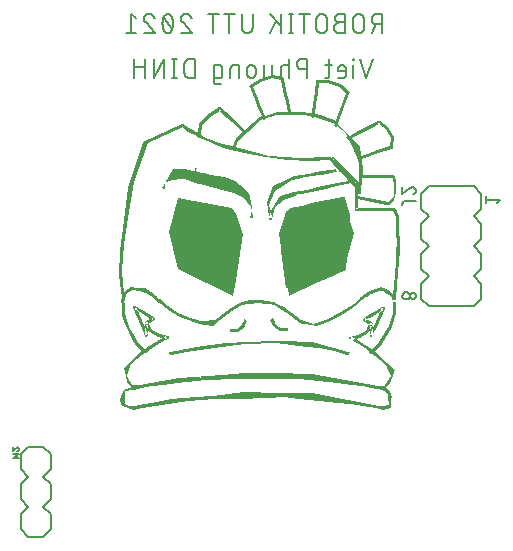
<source format=gbo>
G04 EAGLE Gerber RS-274X export*
G75*
%MOMM*%
%FSLAX34Y34*%
%LPD*%
%INSilkscreen Bottom*%
%IPPOS*%
%AMOC8*
5,1,8,0,0,1.08239X$1,22.5*%
G01*
%ADD10C,0.152400*%
%ADD11C,0.127000*%
%ADD12C,0.203200*%

G36*
X119152Y120786D02*
X119152Y120786D01*
X122870Y121448D01*
X128518Y122453D01*
X134194Y123305D01*
X139878Y124078D01*
X161874Y127070D01*
X184066Y128704D01*
X206252Y129281D01*
X245206Y130294D01*
X248522Y130078D01*
X288910Y125557D01*
X299503Y124371D01*
X310127Y122995D01*
X320592Y120939D01*
X326772Y119726D01*
X326773Y119727D01*
X326774Y119726D01*
X333312Y121475D01*
X333314Y121477D01*
X333316Y121479D01*
X334032Y128506D01*
X334243Y130579D01*
X334243Y130580D01*
X334243Y130581D01*
X333899Y133057D01*
X333897Y133058D01*
X333898Y133059D01*
X332727Y134773D01*
X330658Y137803D01*
X330656Y137804D01*
X330655Y137805D01*
X329265Y138227D01*
X332387Y142684D01*
X332387Y142685D01*
X334182Y147052D01*
X336690Y153160D01*
X336689Y153162D01*
X336690Y153162D01*
X336689Y153162D01*
X336689Y153163D01*
X336689Y153165D01*
X330354Y159754D01*
X326389Y163533D01*
X320049Y169575D01*
X322370Y171396D01*
X322371Y171397D01*
X325615Y175795D01*
X328373Y180017D01*
X334787Y189833D01*
X334787Y189834D01*
X334788Y189835D01*
X338063Y201434D01*
X338063Y201435D01*
X338063Y201436D01*
X337724Y210914D01*
X337808Y210919D01*
X337813Y210924D01*
X337812Y210924D01*
X337813Y210925D01*
X337695Y212481D01*
X337678Y212706D01*
X337661Y212931D01*
X337644Y213142D01*
X337644Y213154D01*
X337643Y213154D01*
X337643Y213155D01*
X337603Y213693D01*
X337695Y214412D01*
X339024Y224774D01*
X339023Y224774D01*
X339024Y224774D01*
X339905Y235212D01*
X340489Y245639D01*
X340960Y254036D01*
X341187Y262468D01*
X340787Y270873D01*
X340489Y277130D01*
X340000Y283791D01*
X339999Y283792D01*
X337514Y289618D01*
X337337Y290031D01*
X337335Y290032D01*
X337335Y290034D01*
X336790Y290276D01*
X336788Y290275D01*
X336788Y290276D01*
X305727Y290276D01*
X305727Y297872D01*
X313508Y296370D01*
X321896Y294752D01*
X330284Y293132D01*
X331978Y292805D01*
X331980Y292806D01*
X331981Y292806D01*
X332608Y293153D01*
X332608Y293155D01*
X332609Y293155D01*
X333814Y294609D01*
X335924Y297156D01*
X335924Y297157D01*
X335925Y297158D01*
X336950Y300445D01*
X336949Y300445D01*
X336950Y300445D01*
X337502Y303652D01*
X338273Y308129D01*
X338273Y308130D01*
X338141Y312929D01*
X338140Y312929D01*
X338141Y312929D01*
X337308Y317396D01*
X337199Y317976D01*
X337197Y317977D01*
X337197Y317979D01*
X336581Y318359D01*
X336580Y318359D01*
X336579Y318359D01*
X336579Y318360D01*
X336339Y318364D01*
X336338Y318364D01*
X336092Y318369D01*
X336091Y318369D01*
X336027Y318371D01*
X335845Y318374D01*
X335843Y318374D01*
X335597Y318379D01*
X335596Y318379D01*
X335350Y318384D01*
X335348Y318384D01*
X335102Y318389D01*
X335100Y318389D01*
X334854Y318394D01*
X334853Y318394D01*
X334607Y318399D01*
X334605Y318399D01*
X334359Y318404D01*
X334357Y318404D01*
X334111Y318409D01*
X334110Y318409D01*
X333864Y318414D01*
X333862Y318414D01*
X333616Y318419D01*
X333614Y318419D01*
X333368Y318424D01*
X333367Y318424D01*
X333121Y318429D01*
X333120Y318429D01*
X333119Y318429D01*
X332873Y318434D01*
X332871Y318434D01*
X332625Y318439D01*
X332624Y318439D01*
X332377Y318444D01*
X332376Y318444D01*
X332130Y318449D01*
X332128Y318449D01*
X331882Y318454D01*
X331881Y318454D01*
X331634Y318459D01*
X331633Y318459D01*
X331387Y318464D01*
X331385Y318464D01*
X331139Y318469D01*
X331138Y318469D01*
X330891Y318474D01*
X330890Y318474D01*
X330644Y318479D01*
X330642Y318479D01*
X330396Y318484D01*
X330395Y318484D01*
X330148Y318489D01*
X330147Y318489D01*
X329901Y318494D01*
X329899Y318494D01*
X329653Y318499D01*
X329652Y318499D01*
X329405Y318504D01*
X329404Y318504D01*
X329158Y318508D01*
X329158Y318509D01*
X329156Y318509D01*
X328910Y318513D01*
X328909Y318513D01*
X328662Y318518D01*
X328661Y318518D01*
X328415Y318523D01*
X328413Y318523D01*
X328167Y318528D01*
X328165Y318528D01*
X327919Y318533D01*
X327918Y318533D01*
X327672Y318538D01*
X327670Y318538D01*
X327424Y318543D01*
X327422Y318543D01*
X327176Y318548D01*
X327175Y318548D01*
X327005Y318552D01*
X326929Y318553D01*
X326927Y318553D01*
X326681Y318558D01*
X326679Y318558D01*
X326433Y318563D01*
X326432Y318563D01*
X326185Y318568D01*
X326184Y318568D01*
X325938Y318573D01*
X325936Y318573D01*
X325690Y318578D01*
X325688Y318578D01*
X325442Y318583D01*
X325441Y318583D01*
X325194Y318588D01*
X325193Y318588D01*
X324947Y318593D01*
X324945Y318593D01*
X324699Y318598D01*
X324697Y318598D01*
X324451Y318603D01*
X324450Y318603D01*
X324204Y318608D01*
X324203Y318608D01*
X324202Y318608D01*
X323956Y318613D01*
X323954Y318613D01*
X323708Y318618D01*
X323707Y318618D01*
X323460Y318623D01*
X323459Y318623D01*
X323213Y318628D01*
X323211Y318628D01*
X322965Y318633D01*
X322963Y318633D01*
X322717Y318638D01*
X322716Y318638D01*
X322469Y318643D01*
X322468Y318643D01*
X322222Y318648D01*
X322220Y318648D01*
X321974Y318653D01*
X321972Y318653D01*
X321726Y318658D01*
X321725Y318658D01*
X321478Y318663D01*
X321477Y318663D01*
X321231Y318667D01*
X321231Y318668D01*
X321229Y318668D01*
X320983Y318672D01*
X320981Y318672D01*
X320735Y318677D01*
X320734Y318677D01*
X320487Y318682D01*
X320486Y318682D01*
X320240Y318687D01*
X320238Y318687D01*
X319992Y318692D01*
X319991Y318692D01*
X319744Y318697D01*
X319743Y318697D01*
X319497Y318702D01*
X319495Y318702D01*
X319249Y318707D01*
X319247Y318707D01*
X319001Y318712D01*
X319000Y318712D01*
X318753Y318717D01*
X318752Y318717D01*
X318506Y318722D01*
X318504Y318722D01*
X318258Y318727D01*
X318256Y318727D01*
X318010Y318732D01*
X318009Y318732D01*
X317982Y318733D01*
X317762Y318737D01*
X317761Y318737D01*
X317515Y318742D01*
X317513Y318742D01*
X317267Y318747D01*
X317266Y318747D01*
X317019Y318752D01*
X317018Y318752D01*
X316772Y318757D01*
X316770Y318757D01*
X316524Y318762D01*
X316522Y318762D01*
X316276Y318767D01*
X316275Y318767D01*
X316028Y318772D01*
X316027Y318772D01*
X315781Y318777D01*
X315779Y318777D01*
X315533Y318782D01*
X315532Y318782D01*
X315285Y318787D01*
X315284Y318787D01*
X315038Y318792D01*
X315036Y318792D01*
X314790Y318797D01*
X314788Y318797D01*
X314542Y318802D01*
X314541Y318802D01*
X314295Y318807D01*
X314293Y318807D01*
X314047Y318812D01*
X314045Y318812D01*
X313799Y318817D01*
X313798Y318817D01*
X313551Y318822D01*
X313550Y318822D01*
X313304Y318826D01*
X313304Y318827D01*
X313302Y318827D01*
X313056Y318831D01*
X313055Y318831D01*
X312808Y318836D01*
X312807Y318836D01*
X312561Y318841D01*
X312559Y318841D01*
X312313Y318846D01*
X312311Y318846D01*
X312065Y318851D01*
X312064Y318851D01*
X311818Y318856D01*
X311817Y318856D01*
X311816Y318856D01*
X311570Y318861D01*
X311568Y318861D01*
X311322Y318866D01*
X311321Y318866D01*
X311074Y318871D01*
X311073Y318871D01*
X310827Y318876D01*
X310825Y318876D01*
X310579Y318881D01*
X310577Y318881D01*
X310331Y318886D01*
X310330Y318886D01*
X310084Y318891D01*
X310082Y318891D01*
X309836Y318896D01*
X309834Y318896D01*
X309588Y318901D01*
X309587Y318901D01*
X309563Y318902D01*
X309871Y322688D01*
X309871Y322689D01*
X308733Y331842D01*
X316215Y334503D01*
X325259Y337720D01*
X334302Y340935D01*
X334915Y341153D01*
X334916Y341155D01*
X334917Y341155D01*
X335200Y341583D01*
X335200Y341584D01*
X335201Y341585D01*
X335277Y342215D01*
X336322Y350946D01*
X336320Y350948D01*
X336321Y350949D01*
X331200Y359501D01*
X331198Y359501D01*
X331198Y359502D01*
X324209Y364472D01*
X323820Y364750D01*
X323817Y364749D01*
X323816Y364751D01*
X323266Y364679D01*
X323265Y364678D01*
X323265Y364679D01*
X322869Y364473D01*
X314353Y360045D01*
X305836Y355618D01*
X298553Y351831D01*
X293943Y356571D01*
X288926Y361729D01*
X291702Y369533D01*
X294833Y378336D01*
X297963Y387137D01*
X298698Y389203D01*
X298697Y389206D01*
X298696Y389208D01*
X296712Y390704D01*
X295270Y392028D01*
X292511Y394564D01*
X292510Y394564D01*
X292510Y394565D01*
X289004Y396173D01*
X289003Y396173D01*
X285463Y397284D01*
X281138Y398640D01*
X281137Y398640D01*
X276269Y399263D01*
X276268Y399262D01*
X276268Y399263D01*
X276223Y399260D01*
X276140Y399255D01*
X276057Y399250D01*
X275975Y399245D01*
X275974Y399245D01*
X275892Y399240D01*
X275809Y399235D01*
X275726Y399230D01*
X275644Y399225D01*
X275643Y399225D01*
X275561Y399220D01*
X275478Y399215D01*
X275395Y399210D01*
X275313Y399205D01*
X275230Y399201D01*
X275147Y399196D01*
X275064Y399191D01*
X274982Y399186D01*
X274899Y399181D01*
X274816Y399176D01*
X274734Y399171D01*
X274733Y399171D01*
X274651Y399166D01*
X274568Y399161D01*
X274485Y399156D01*
X274403Y399151D01*
X274402Y399151D01*
X274320Y399146D01*
X274237Y399141D01*
X274154Y399136D01*
X274072Y399131D01*
X274071Y399131D01*
X273989Y399126D01*
X273906Y399121D01*
X273823Y399116D01*
X273741Y399111D01*
X273740Y399111D01*
X273658Y399106D01*
X273575Y399101D01*
X273492Y399096D01*
X273410Y399091D01*
X273327Y399086D01*
X273244Y399081D01*
X273162Y399076D01*
X273161Y399076D01*
X273079Y399071D01*
X272996Y399066D01*
X272913Y399061D01*
X272831Y399056D01*
X272830Y399056D01*
X272748Y399051D01*
X272665Y399046D01*
X272582Y399042D01*
X272500Y399037D01*
X272499Y399037D01*
X272417Y399032D01*
X272334Y399027D01*
X272251Y399022D01*
X272169Y399017D01*
X272168Y399017D01*
X272086Y399012D01*
X272003Y399007D01*
X271920Y399002D01*
X271838Y398997D01*
X271837Y398997D01*
X271755Y398992D01*
X271729Y398990D01*
X271672Y398987D01*
X271590Y398982D01*
X271507Y398977D01*
X271425Y398972D01*
X271424Y398972D01*
X271342Y398967D01*
X271259Y398962D01*
X271193Y398958D01*
X271192Y398957D01*
X271191Y398957D01*
X270541Y398615D01*
X270540Y398612D01*
X270538Y398611D01*
X270449Y398015D01*
X269027Y388523D01*
X267605Y379031D01*
X266364Y370753D01*
X263007Y371218D01*
X259569Y371695D01*
X259568Y371695D01*
X256003Y372031D01*
X256002Y372031D01*
X255951Y372028D01*
X255881Y372023D01*
X255810Y372018D01*
X255740Y372013D01*
X255670Y372008D01*
X255600Y372003D01*
X255530Y371998D01*
X255529Y371998D01*
X255459Y371993D01*
X255389Y371988D01*
X255319Y371983D01*
X255249Y371978D01*
X255178Y371973D01*
X255108Y371968D01*
X255038Y371963D01*
X254968Y371958D01*
X254898Y371953D01*
X254827Y371948D01*
X254757Y371943D01*
X254687Y371938D01*
X254617Y371933D01*
X254547Y371928D01*
X254546Y371928D01*
X254476Y371923D01*
X254406Y371918D01*
X254336Y371913D01*
X254266Y371908D01*
X254196Y371904D01*
X254195Y371904D01*
X254125Y371899D01*
X254055Y371894D01*
X253985Y371889D01*
X253915Y371884D01*
X253844Y371879D01*
X253774Y371874D01*
X253704Y371869D01*
X253634Y371864D01*
X253564Y371859D01*
X253513Y371855D01*
X253513Y371895D01*
X253509Y371900D01*
X253508Y371900D01*
X253135Y371898D01*
X253129Y371898D01*
X252192Y371893D01*
X252187Y371893D01*
X252186Y371893D01*
X251801Y371891D01*
X251253Y371888D01*
X251248Y371888D01*
X250317Y371883D01*
X250311Y371883D01*
X249380Y371878D01*
X249374Y371878D01*
X248709Y371875D01*
X246905Y381295D01*
X245099Y390721D01*
X243294Y400148D01*
X243213Y400571D01*
X243211Y400572D01*
X243211Y400574D01*
X242785Y400987D01*
X242783Y400987D01*
X242782Y400988D01*
X242366Y401076D01*
X233067Y403055D01*
X233065Y403054D01*
X233064Y403055D01*
X222677Y399589D01*
X222677Y399588D01*
X222676Y399588D01*
X214643Y394895D01*
X214177Y394623D01*
X214177Y394621D01*
X214175Y394621D01*
X213811Y393939D01*
X213812Y393936D01*
X213811Y393935D01*
X214033Y393395D01*
X217683Y384518D01*
X221334Y375641D01*
X224416Y368142D01*
X222799Y367676D01*
X222798Y367674D01*
X222797Y367675D01*
X211509Y358087D01*
X209963Y356773D01*
X203956Y362430D01*
X196968Y369010D01*
X189980Y375589D01*
X189565Y375980D01*
X189563Y375980D01*
X189562Y375982D01*
X188877Y376131D01*
X188876Y376131D01*
X188875Y376131D01*
X188874Y376130D01*
X188873Y376131D01*
X188371Y375797D01*
X180533Y370584D01*
X180532Y370584D01*
X171301Y362330D01*
X171301Y362329D01*
X171300Y362328D01*
X171300Y362327D01*
X170123Y354012D01*
X164635Y357234D01*
X162991Y358200D01*
X161374Y359216D01*
X159804Y360298D01*
X159391Y360583D01*
X158983Y360874D01*
X158580Y361172D01*
X158418Y361293D01*
X158405Y361303D01*
X157892Y361712D01*
X157890Y361712D01*
X157889Y361713D01*
X157402Y361778D01*
X157400Y361777D01*
X157399Y361778D01*
X156797Y361510D01*
X123290Y346610D01*
X123289Y346607D01*
X123287Y346607D01*
X111349Y307382D01*
X111350Y307382D01*
X111349Y307381D01*
X106972Y273916D01*
X104418Y254390D01*
X104418Y254389D01*
X103719Y234044D01*
X105777Y214413D01*
X105822Y213978D01*
X104894Y212002D01*
X104895Y212001D01*
X104894Y212000D01*
X104894Y211999D01*
X105488Y208573D01*
X105750Y205550D01*
X106248Y199807D01*
X106248Y199806D01*
X107735Y194139D01*
X110010Y188849D01*
X113243Y181332D01*
X113244Y181332D01*
X113244Y181331D01*
X118093Y173671D01*
X118094Y173671D01*
X118094Y173670D01*
X123028Y169511D01*
X117845Y164844D01*
X113309Y160762D01*
X107768Y155009D01*
X107768Y155006D01*
X107767Y155004D01*
X108930Y148365D01*
X109759Y143642D01*
X109760Y143641D01*
X109760Y143639D01*
X113993Y138952D01*
X111676Y138378D01*
X107343Y136624D01*
X107342Y136622D01*
X107340Y136621D01*
X106095Y133037D01*
X104424Y128221D01*
X104424Y128220D01*
X104424Y128219D01*
X104424Y128218D01*
X106306Y122529D01*
X106309Y122527D01*
X106310Y122525D01*
X111354Y120830D01*
X115045Y119589D01*
X115047Y119590D01*
X115048Y119589D01*
X119152Y120786D01*
G37*
%LPC*%
G36*
X257412Y195955D02*
X257412Y195955D01*
X257319Y195984D01*
X257214Y196072D01*
X256838Y196391D01*
X256459Y196705D01*
X256079Y197018D01*
X254614Y198225D01*
X254614Y198226D01*
X253119Y199397D01*
X251613Y200552D01*
X247637Y203600D01*
X243490Y206514D01*
X243490Y206513D01*
X243490Y206514D01*
X239014Y208784D01*
X234293Y211178D01*
X234292Y211178D01*
X234291Y211178D01*
X228793Y212067D01*
X228792Y212067D01*
X228762Y212069D01*
X228690Y212074D01*
X228619Y212079D01*
X228547Y212084D01*
X228475Y212089D01*
X228403Y212094D01*
X228331Y212099D01*
X228259Y212104D01*
X228188Y212109D01*
X228187Y212109D01*
X228116Y212114D01*
X228044Y212119D01*
X227972Y212124D01*
X227900Y212129D01*
X227828Y212134D01*
X227756Y212139D01*
X227685Y212144D01*
X227684Y212144D01*
X227613Y212149D01*
X227541Y212154D01*
X227469Y212158D01*
X227397Y212163D01*
X227325Y212168D01*
X227253Y212173D01*
X227182Y212178D01*
X227110Y212183D01*
X227038Y212188D01*
X226966Y212193D01*
X226894Y212198D01*
X226822Y212203D01*
X226751Y212208D01*
X226750Y212208D01*
X226679Y212213D01*
X226607Y212218D01*
X226535Y212223D01*
X226463Y212228D01*
X226391Y212233D01*
X226319Y212238D01*
X226248Y212243D01*
X226247Y212243D01*
X226176Y212248D01*
X226104Y212253D01*
X226032Y212258D01*
X225960Y212263D01*
X225888Y212268D01*
X225816Y212273D01*
X225745Y212278D01*
X225673Y212283D01*
X225601Y212288D01*
X225529Y212293D01*
X225457Y212298D01*
X225385Y212303D01*
X225314Y212308D01*
X225313Y212308D01*
X225242Y212313D01*
X225170Y212317D01*
X225098Y212322D01*
X225026Y212327D01*
X224954Y212332D01*
X224882Y212337D01*
X224811Y212342D01*
X224810Y212342D01*
X224739Y212347D01*
X224667Y212352D01*
X224595Y212357D01*
X224523Y212362D01*
X224451Y212367D01*
X224379Y212372D01*
X224308Y212377D01*
X224236Y212382D01*
X224164Y212387D01*
X224092Y212392D01*
X224020Y212397D01*
X223948Y212402D01*
X223877Y212407D01*
X223876Y212407D01*
X223805Y212412D01*
X223733Y212417D01*
X223661Y212422D01*
X223589Y212427D01*
X223566Y212428D01*
X223517Y212432D01*
X223446Y212437D01*
X223374Y212442D01*
X223302Y212447D01*
X223230Y212452D01*
X223159Y212457D01*
X223087Y212462D01*
X223015Y212467D01*
X222943Y212472D01*
X222872Y212476D01*
X222800Y212481D01*
X222728Y212486D01*
X222657Y212491D01*
X222656Y212491D01*
X222585Y212496D01*
X222513Y212501D01*
X222441Y212506D01*
X222370Y212511D01*
X222369Y212511D01*
X222298Y212516D01*
X222226Y212521D01*
X222154Y212526D01*
X222083Y212531D01*
X222011Y212536D01*
X221939Y212541D01*
X221867Y212546D01*
X221796Y212551D01*
X221724Y212556D01*
X221652Y212561D01*
X221581Y212566D01*
X221580Y212566D01*
X221509Y212571D01*
X221437Y212576D01*
X221365Y212581D01*
X221294Y212586D01*
X221293Y212586D01*
X221222Y212591D01*
X221150Y212596D01*
X221078Y212601D01*
X221007Y212606D01*
X220935Y212611D01*
X220863Y212616D01*
X220791Y212621D01*
X220720Y212626D01*
X220648Y212631D01*
X220576Y212635D01*
X220504Y212640D01*
X220433Y212645D01*
X220361Y212650D01*
X220289Y212655D01*
X220218Y212660D01*
X220217Y212660D01*
X220146Y212665D01*
X220074Y212670D01*
X220002Y212675D01*
X219931Y212680D01*
X219930Y212680D01*
X219859Y212685D01*
X219787Y212690D01*
X219715Y212695D01*
X219644Y212700D01*
X219572Y212705D01*
X219502Y212710D01*
X219500Y212710D01*
X219499Y212710D01*
X219391Y212715D01*
X219390Y212715D01*
X219282Y212720D01*
X219174Y212725D01*
X219173Y212725D01*
X219065Y212730D01*
X218957Y212735D01*
X218956Y212735D01*
X218848Y212740D01*
X218847Y212740D01*
X218739Y212745D01*
X218631Y212750D01*
X218630Y212750D01*
X218522Y212755D01*
X218413Y212760D01*
X218305Y212765D01*
X218304Y212765D01*
X218196Y212770D01*
X218088Y212775D01*
X218087Y212775D01*
X217979Y212780D01*
X217870Y212785D01*
X217762Y212789D01*
X217762Y212790D01*
X217761Y212790D01*
X217653Y212794D01*
X217545Y212799D01*
X217544Y212799D01*
X217436Y212804D01*
X217327Y212809D01*
X217219Y212814D01*
X217218Y212814D01*
X217110Y212819D01*
X217002Y212824D01*
X217001Y212824D01*
X216893Y212829D01*
X216892Y212829D01*
X216784Y212834D01*
X216676Y212839D01*
X216675Y212839D01*
X216567Y212844D01*
X216459Y212849D01*
X216458Y212849D01*
X216350Y212854D01*
X216349Y212854D01*
X216241Y212859D01*
X216133Y212864D01*
X216132Y212864D01*
X216024Y212869D01*
X215916Y212874D01*
X215915Y212874D01*
X215807Y212879D01*
X215806Y212879D01*
X215698Y212884D01*
X215590Y212889D01*
X215589Y212889D01*
X215481Y212894D01*
X215373Y212899D01*
X215372Y212899D01*
X215264Y212904D01*
X215263Y212904D01*
X215155Y212909D01*
X215047Y212914D01*
X215046Y212914D01*
X214938Y212919D01*
X214829Y212924D01*
X214721Y212929D01*
X214720Y212929D01*
X214612Y212934D01*
X214504Y212939D01*
X214503Y212939D01*
X214395Y212944D01*
X214297Y212948D01*
X214296Y212947D01*
X214295Y212948D01*
X210331Y211660D01*
X206069Y210275D01*
X202403Y208654D01*
X202403Y208653D01*
X202402Y208654D01*
X198593Y206186D01*
X194842Y203757D01*
X194842Y203756D01*
X191277Y201029D01*
X191277Y201028D01*
X191277Y201029D01*
X187810Y198213D01*
X187144Y197673D01*
X186483Y197126D01*
X185831Y196568D01*
X185256Y196075D01*
X183555Y195925D01*
X183554Y195925D01*
X182737Y195756D01*
X181156Y195427D01*
X181105Y195424D01*
X181034Y195419D01*
X181033Y195419D01*
X180962Y195414D01*
X180891Y195409D01*
X180890Y195409D01*
X180819Y195404D01*
X180748Y195399D01*
X180676Y195394D01*
X180605Y195389D01*
X180533Y195384D01*
X180462Y195379D01*
X180390Y195374D01*
X180319Y195369D01*
X180247Y195364D01*
X180176Y195359D01*
X180104Y195354D01*
X180033Y195349D01*
X179961Y195344D01*
X179890Y195339D01*
X179818Y195334D01*
X179747Y195329D01*
X179675Y195324D01*
X179604Y195319D01*
X179543Y195315D01*
X179516Y195314D01*
X179515Y195314D01*
X179329Y195309D01*
X179328Y195309D01*
X179143Y195304D01*
X179142Y195304D01*
X178956Y195300D01*
X178955Y195300D01*
X178955Y195299D01*
X178769Y195295D01*
X178768Y195295D01*
X178583Y195290D01*
X178582Y195290D01*
X178396Y195285D01*
X178395Y195285D01*
X178209Y195280D01*
X178208Y195280D01*
X178023Y195275D01*
X178022Y195275D01*
X177932Y195272D01*
X177836Y195270D01*
X177835Y195270D01*
X177648Y195265D01*
X177647Y195265D01*
X177461Y195260D01*
X177460Y195260D01*
X177274Y195255D01*
X177273Y195255D01*
X177087Y195250D01*
X177086Y195250D01*
X176900Y195245D01*
X176899Y195245D01*
X176713Y195240D01*
X176712Y195240D01*
X176525Y195235D01*
X176524Y195235D01*
X176338Y195230D01*
X176337Y195230D01*
X176151Y195225D01*
X176150Y195225D01*
X175964Y195220D01*
X175963Y195220D01*
X175777Y195215D01*
X175776Y195215D01*
X175590Y195210D01*
X175588Y195210D01*
X175402Y195205D01*
X175401Y195205D01*
X175215Y195200D01*
X175214Y195200D01*
X175028Y195195D01*
X175027Y195195D01*
X174841Y195190D01*
X174840Y195190D01*
X174654Y195185D01*
X174653Y195185D01*
X174466Y195180D01*
X174465Y195180D01*
X174279Y195175D01*
X174278Y195175D01*
X174092Y195170D01*
X174091Y195170D01*
X173905Y195165D01*
X173904Y195165D01*
X173718Y195160D01*
X173717Y195160D01*
X173531Y195155D01*
X173530Y195155D01*
X173343Y195150D01*
X173342Y195150D01*
X173156Y195145D01*
X173155Y195145D01*
X172969Y195141D01*
X172968Y195141D01*
X172968Y195140D01*
X172782Y195136D01*
X172781Y195136D01*
X172595Y195131D01*
X172594Y195131D01*
X172408Y195126D01*
X172407Y195126D01*
X172406Y195126D01*
X172352Y195124D01*
X166830Y196625D01*
X161672Y198634D01*
X153125Y201965D01*
X145215Y207247D01*
X138200Y213110D01*
X137478Y213714D01*
X136767Y214331D01*
X136069Y214961D01*
X135934Y215082D01*
X135915Y215100D01*
X135796Y215531D01*
X135794Y215533D01*
X135793Y215535D01*
X135106Y215875D01*
X134587Y216269D01*
X130133Y219658D01*
X125146Y222671D01*
X125144Y222671D01*
X119453Y223168D01*
X113636Y223675D01*
X113635Y223674D01*
X113633Y223674D01*
X108622Y219937D01*
X108621Y219936D01*
X108620Y219935D01*
X107993Y218601D01*
X106080Y236852D01*
X107156Y260257D01*
X110910Y282449D01*
X115990Y312482D01*
X128316Y345955D01*
X157272Y358832D01*
X161772Y355246D01*
X161773Y355246D01*
X161773Y355245D01*
X168026Y352141D01*
X169745Y351343D01*
X169678Y350869D01*
X169682Y350864D01*
X169682Y350863D01*
X172231Y350144D01*
X172237Y350147D01*
X172236Y350148D01*
X172237Y350148D01*
X172242Y350184D01*
X174068Y349337D01*
X191036Y341463D01*
X191036Y341462D01*
X209372Y336723D01*
X209373Y336723D01*
X227825Y333957D01*
X246437Y331167D01*
X246438Y331167D01*
X265322Y330531D01*
X265323Y330531D01*
X281614Y331265D01*
X281998Y330845D01*
X288300Y323964D01*
X288218Y323960D01*
X288217Y323960D01*
X288106Y323955D01*
X287995Y323950D01*
X287994Y323950D01*
X287883Y323946D01*
X287882Y323946D01*
X287882Y323945D01*
X287771Y323941D01*
X287660Y323936D01*
X287659Y323936D01*
X287548Y323931D01*
X287547Y323931D01*
X287436Y323926D01*
X287325Y323921D01*
X287324Y323921D01*
X287213Y323916D01*
X287101Y323911D01*
X286990Y323906D01*
X286989Y323906D01*
X286878Y323901D01*
X286766Y323896D01*
X286717Y323894D01*
X286716Y323893D01*
X286715Y323893D01*
X283674Y323037D01*
X280803Y322551D01*
X275207Y321602D01*
X269611Y320650D01*
X264015Y319698D01*
X257843Y318648D01*
X251852Y317560D01*
X251851Y317560D01*
X246181Y314796D01*
X234079Y308895D01*
X234079Y308894D01*
X234077Y308893D01*
X228232Y295873D01*
X228233Y295871D01*
X228232Y295870D01*
X230029Y282831D01*
X230086Y282412D01*
X230147Y281991D01*
X230236Y281577D01*
X230512Y280289D01*
X230517Y280286D01*
X230517Y280285D01*
X230518Y280285D01*
X232487Y280329D01*
X232491Y280332D01*
X232492Y280333D01*
X232797Y281577D01*
X235166Y291258D01*
X242914Y297583D01*
X251966Y300890D01*
X255130Y302046D01*
X258412Y302651D01*
X261692Y303348D01*
X275008Y306178D01*
X288323Y309008D01*
X299772Y311441D01*
X303072Y307839D01*
X303072Y288227D01*
X303073Y288225D01*
X303073Y288224D01*
X303675Y287622D01*
X303677Y287622D01*
X303678Y287621D01*
X303678Y287620D01*
X335501Y287620D01*
X337654Y282574D01*
X337917Y275846D01*
X338183Y269743D01*
X338543Y261514D01*
X338261Y253257D01*
X337800Y245039D01*
X337227Y234813D01*
X336342Y224575D01*
X335466Y217741D01*
X333178Y220187D01*
X333177Y220187D01*
X333176Y220188D01*
X329294Y221752D01*
X325469Y223293D01*
X325467Y223292D01*
X325466Y223293D01*
X321093Y222389D01*
X321092Y222388D01*
X317427Y220870D01*
X314578Y219689D01*
X314578Y219688D01*
X314577Y219688D01*
X311984Y218012D01*
X309506Y216194D01*
X308744Y215634D01*
X307295Y214942D01*
X307294Y214939D01*
X307292Y214937D01*
X307292Y214373D01*
X301972Y209520D01*
X295891Y205294D01*
X289531Y201767D01*
X279917Y196434D01*
X268321Y192548D01*
X257412Y195955D01*
G37*
%LPD*%
%LPC*%
G36*
X266977Y150175D02*
X266977Y150175D01*
X266976Y150175D01*
X266897Y150176D01*
X266896Y150176D01*
X266605Y150181D01*
X266603Y150181D01*
X266313Y150186D01*
X266311Y150186D01*
X266021Y150191D01*
X266019Y150191D01*
X265729Y150196D01*
X265727Y150196D01*
X265437Y150201D01*
X265435Y150201D01*
X265144Y150206D01*
X265143Y150206D01*
X264852Y150211D01*
X264850Y150211D01*
X264560Y150216D01*
X264558Y150216D01*
X264268Y150221D01*
X264266Y150221D01*
X263976Y150226D01*
X263974Y150226D01*
X263684Y150231D01*
X263682Y150231D01*
X263391Y150236D01*
X263390Y150236D01*
X263099Y150241D01*
X263098Y150241D01*
X262807Y150246D01*
X262805Y150246D01*
X262515Y150251D01*
X262513Y150251D01*
X262223Y150256D01*
X262221Y150256D01*
X261931Y150261D01*
X261929Y150261D01*
X261639Y150266D01*
X261637Y150266D01*
X261346Y150271D01*
X261345Y150271D01*
X261054Y150276D01*
X261052Y150276D01*
X260762Y150281D01*
X260760Y150281D01*
X260470Y150286D01*
X260468Y150286D01*
X260178Y150291D01*
X260176Y150291D01*
X259886Y150296D01*
X259884Y150296D01*
X259594Y150301D01*
X259593Y150301D01*
X259592Y150301D01*
X259301Y150306D01*
X259300Y150306D01*
X259009Y150311D01*
X259007Y150311D01*
X258717Y150316D01*
X258715Y150316D01*
X258425Y150321D01*
X258423Y150321D01*
X258133Y150326D01*
X258131Y150326D01*
X257841Y150330D01*
X257841Y150331D01*
X257839Y150331D01*
X257548Y150335D01*
X257547Y150335D01*
X257256Y150340D01*
X257255Y150340D01*
X256964Y150345D01*
X256962Y150345D01*
X256672Y150350D01*
X256670Y150350D01*
X256380Y150355D01*
X256378Y150355D01*
X256088Y150360D01*
X256086Y150360D01*
X255796Y150365D01*
X255794Y150365D01*
X255503Y150370D01*
X255502Y150370D01*
X255211Y150375D01*
X255209Y150375D01*
X254919Y150380D01*
X254917Y150380D01*
X254627Y150385D01*
X254625Y150385D01*
X254335Y150390D01*
X254333Y150390D01*
X254043Y150395D01*
X254041Y150395D01*
X253751Y150400D01*
X253750Y150400D01*
X253749Y150400D01*
X253458Y150405D01*
X253457Y150405D01*
X253166Y150410D01*
X253164Y150410D01*
X252874Y150415D01*
X252872Y150415D01*
X252582Y150420D01*
X252580Y150420D01*
X252290Y150425D01*
X252288Y150425D01*
X251998Y150430D01*
X251996Y150430D01*
X251705Y150435D01*
X251704Y150435D01*
X251413Y150440D01*
X251412Y150440D01*
X251121Y150445D01*
X251119Y150445D01*
X250829Y150450D01*
X250827Y150450D01*
X250537Y150455D01*
X250535Y150455D01*
X250245Y150460D01*
X250243Y150460D01*
X249953Y150465D01*
X249951Y150465D01*
X249660Y150470D01*
X249659Y150470D01*
X249368Y150475D01*
X249366Y150475D01*
X249076Y150480D01*
X249074Y150480D01*
X248784Y150485D01*
X248782Y150485D01*
X248492Y150489D01*
X248492Y150490D01*
X248490Y150490D01*
X248200Y150494D01*
X248198Y150494D01*
X247907Y150499D01*
X247906Y150499D01*
X247615Y150504D01*
X247614Y150504D01*
X247323Y150509D01*
X247321Y150509D01*
X247031Y150514D01*
X247029Y150514D01*
X246739Y150519D01*
X246737Y150519D01*
X246447Y150524D01*
X246445Y150524D01*
X246155Y150529D01*
X246153Y150529D01*
X245862Y150534D01*
X245861Y150534D01*
X245570Y150539D01*
X245568Y150539D01*
X245278Y150544D01*
X245276Y150544D01*
X244986Y150549D01*
X244984Y150549D01*
X244694Y150554D01*
X244692Y150554D01*
X244402Y150559D01*
X244400Y150559D01*
X244110Y150564D01*
X244109Y150564D01*
X244108Y150564D01*
X243817Y150569D01*
X243816Y150569D01*
X243525Y150574D01*
X243523Y150574D01*
X243233Y150579D01*
X243231Y150579D01*
X242941Y150584D01*
X242939Y150584D01*
X242649Y150589D01*
X242647Y150589D01*
X242357Y150594D01*
X242355Y150594D01*
X242064Y150599D01*
X242063Y150599D01*
X241772Y150604D01*
X241771Y150604D01*
X241480Y150609D01*
X241478Y150609D01*
X241188Y150614D01*
X241186Y150614D01*
X240896Y150619D01*
X240894Y150619D01*
X240604Y150624D01*
X240602Y150624D01*
X240312Y150629D01*
X240310Y150629D01*
X240019Y150634D01*
X240018Y150634D01*
X239727Y150639D01*
X239725Y150639D01*
X239435Y150644D01*
X239433Y150644D01*
X239143Y150648D01*
X239143Y150649D01*
X239141Y150649D01*
X238851Y150653D01*
X238849Y150653D01*
X238559Y150658D01*
X238557Y150658D01*
X238267Y150663D01*
X238266Y150663D01*
X238265Y150663D01*
X237974Y150668D01*
X237973Y150668D01*
X237682Y150673D01*
X237680Y150673D01*
X237390Y150678D01*
X237388Y150678D01*
X237098Y150683D01*
X237096Y150683D01*
X236806Y150688D01*
X236804Y150688D01*
X236514Y150693D01*
X236512Y150693D01*
X236221Y150698D01*
X236220Y150698D01*
X235929Y150703D01*
X235928Y150703D01*
X235637Y150708D01*
X235635Y150708D01*
X235345Y150713D01*
X235343Y150713D01*
X235053Y150718D01*
X235051Y150718D01*
X234761Y150723D01*
X234759Y150723D01*
X234469Y150728D01*
X234467Y150728D01*
X234176Y150733D01*
X234175Y150733D01*
X233884Y150738D01*
X233882Y150738D01*
X233592Y150743D01*
X233590Y150743D01*
X233300Y150748D01*
X233298Y150748D01*
X233008Y150753D01*
X233006Y150753D01*
X232716Y150758D01*
X232714Y150758D01*
X232423Y150763D01*
X232422Y150763D01*
X232131Y150768D01*
X232130Y150768D01*
X231839Y150773D01*
X231837Y150773D01*
X231547Y150778D01*
X231545Y150778D01*
X231255Y150783D01*
X231253Y150783D01*
X230963Y150788D01*
X230961Y150788D01*
X230671Y150793D01*
X230669Y150793D01*
X230378Y150798D01*
X230377Y150798D01*
X230086Y150803D01*
X230084Y150803D01*
X229794Y150807D01*
X229794Y150808D01*
X229792Y150808D01*
X229502Y150812D01*
X229500Y150812D01*
X229210Y150817D01*
X229208Y150817D01*
X228918Y150822D01*
X228916Y150822D01*
X228626Y150827D01*
X228625Y150827D01*
X228624Y150827D01*
X228333Y150832D01*
X228332Y150832D01*
X228041Y150837D01*
X228039Y150837D01*
X227749Y150842D01*
X227747Y150842D01*
X227457Y150847D01*
X227455Y150847D01*
X227165Y150852D01*
X227163Y150852D01*
X226873Y150857D01*
X226871Y150857D01*
X226580Y150862D01*
X226579Y150862D01*
X226288Y150867D01*
X226287Y150867D01*
X225996Y150872D01*
X225994Y150872D01*
X225704Y150877D01*
X225702Y150877D01*
X225412Y150882D01*
X225410Y150882D01*
X225120Y150887D01*
X225118Y150887D01*
X224828Y150892D01*
X224826Y150892D01*
X224535Y150897D01*
X224534Y150897D01*
X224243Y150902D01*
X224241Y150902D01*
X223951Y150907D01*
X223949Y150907D01*
X223659Y150912D01*
X223657Y150912D01*
X223367Y150917D01*
X223365Y150917D01*
X223075Y150922D01*
X223073Y150922D01*
X222783Y150927D01*
X222782Y150927D01*
X222781Y150927D01*
X222490Y150932D01*
X222489Y150932D01*
X222198Y150937D01*
X222196Y150937D01*
X221906Y150942D01*
X221904Y150942D01*
X221614Y150947D01*
X221612Y150947D01*
X221322Y150952D01*
X221320Y150952D01*
X221030Y150957D01*
X221028Y150957D01*
X220737Y150962D01*
X220736Y150962D01*
X220445Y150966D01*
X220445Y150967D01*
X220444Y150967D01*
X220153Y150971D01*
X220151Y150971D01*
X219861Y150976D01*
X219859Y150976D01*
X219569Y150981D01*
X219567Y150981D01*
X219277Y150986D01*
X219275Y150986D01*
X218985Y150991D01*
X218983Y150991D01*
X218692Y150996D01*
X218691Y150996D01*
X218400Y151001D01*
X218398Y151001D01*
X218108Y151006D01*
X218106Y151006D01*
X217816Y151011D01*
X217814Y151011D01*
X217524Y151016D01*
X217522Y151016D01*
X217232Y151021D01*
X217230Y151021D01*
X216939Y151026D01*
X216938Y151026D01*
X216647Y151031D01*
X216646Y151031D01*
X216355Y151036D01*
X216353Y151036D01*
X216063Y151041D01*
X216061Y151041D01*
X215771Y151046D01*
X215769Y151046D01*
X215479Y151051D01*
X215477Y151051D01*
X215187Y151056D01*
X215185Y151056D01*
X214894Y151061D01*
X214893Y151061D01*
X214602Y151066D01*
X214600Y151066D01*
X214310Y151071D01*
X214308Y151071D01*
X214018Y151076D01*
X214016Y151076D01*
X213726Y151081D01*
X213724Y151081D01*
X213434Y151086D01*
X213432Y151086D01*
X213142Y151091D01*
X213141Y151091D01*
X213140Y151091D01*
X212849Y151096D01*
X212848Y151096D01*
X212557Y151101D01*
X212555Y151101D01*
X212265Y151106D01*
X212263Y151106D01*
X211973Y151111D01*
X211971Y151111D01*
X211681Y151116D01*
X211679Y151116D01*
X211389Y151121D01*
X211387Y151121D01*
X211096Y151125D01*
X211096Y151126D01*
X211095Y151126D01*
X210804Y151130D01*
X210803Y151130D01*
X210512Y151135D01*
X210510Y151135D01*
X210220Y151140D01*
X210218Y151140D01*
X209928Y151145D01*
X209926Y151145D01*
X209636Y151150D01*
X209634Y151150D01*
X209344Y151155D01*
X209342Y151155D01*
X209051Y151160D01*
X209050Y151160D01*
X208796Y151165D01*
X208796Y151164D01*
X208795Y151165D01*
X191587Y149231D01*
X191571Y149230D01*
X191500Y149225D01*
X191430Y149220D01*
X191359Y149215D01*
X191288Y149210D01*
X191217Y149205D01*
X191146Y149200D01*
X191076Y149196D01*
X191005Y149191D01*
X190934Y149186D01*
X190863Y149181D01*
X190793Y149176D01*
X190792Y149176D01*
X190722Y149171D01*
X190651Y149166D01*
X190580Y149161D01*
X190509Y149156D01*
X190439Y149151D01*
X190438Y149151D01*
X190368Y149146D01*
X190297Y149141D01*
X190226Y149136D01*
X190155Y149131D01*
X190085Y149126D01*
X190014Y149121D01*
X189943Y149116D01*
X189872Y149111D01*
X189801Y149106D01*
X189731Y149101D01*
X189660Y149096D01*
X189589Y149091D01*
X189518Y149086D01*
X189447Y149081D01*
X189377Y149076D01*
X189306Y149071D01*
X189235Y149066D01*
X189164Y149061D01*
X189094Y149056D01*
X189093Y149056D01*
X189023Y149051D01*
X188952Y149046D01*
X188881Y149041D01*
X188810Y149037D01*
X188740Y149032D01*
X188739Y149032D01*
X188669Y149027D01*
X188598Y149022D01*
X188527Y149017D01*
X188456Y149012D01*
X188386Y149007D01*
X188315Y149002D01*
X188244Y148997D01*
X188173Y148992D01*
X188102Y148987D01*
X188032Y148982D01*
X187961Y148977D01*
X187890Y148972D01*
X187819Y148967D01*
X187748Y148962D01*
X187678Y148957D01*
X187607Y148952D01*
X187536Y148947D01*
X187465Y148942D01*
X187395Y148937D01*
X187394Y148937D01*
X187324Y148932D01*
X187253Y148927D01*
X187182Y148922D01*
X187111Y148917D01*
X187041Y148912D01*
X187040Y148912D01*
X186970Y148907D01*
X186899Y148902D01*
X186828Y148897D01*
X186757Y148892D01*
X186687Y148887D01*
X186616Y148882D01*
X186545Y148878D01*
X186474Y148873D01*
X186403Y148868D01*
X186333Y148863D01*
X186262Y148858D01*
X186191Y148853D01*
X186120Y148848D01*
X186049Y148843D01*
X185979Y148838D01*
X185908Y148833D01*
X185837Y148828D01*
X185766Y148823D01*
X185696Y148818D01*
X185695Y148818D01*
X185625Y148813D01*
X185554Y148808D01*
X185483Y148803D01*
X185412Y148798D01*
X185342Y148793D01*
X185341Y148793D01*
X185271Y148788D01*
X185200Y148783D01*
X185129Y148778D01*
X185058Y148773D01*
X184988Y148768D01*
X184917Y148763D01*
X184846Y148758D01*
X184775Y148753D01*
X184704Y148748D01*
X184634Y148743D01*
X184563Y148738D01*
X184492Y148733D01*
X184421Y148728D01*
X184350Y148723D01*
X184280Y148719D01*
X184209Y148714D01*
X184138Y148709D01*
X184067Y148704D01*
X183997Y148699D01*
X183996Y148699D01*
X183926Y148694D01*
X183855Y148689D01*
X183784Y148684D01*
X183713Y148679D01*
X183643Y148674D01*
X183642Y148674D01*
X183572Y148669D01*
X183501Y148664D01*
X183430Y148659D01*
X183359Y148654D01*
X183289Y148649D01*
X183218Y148644D01*
X183147Y148639D01*
X183076Y148634D01*
X183005Y148629D01*
X182935Y148624D01*
X182864Y148619D01*
X182793Y148614D01*
X182722Y148609D01*
X182651Y148604D01*
X182581Y148599D01*
X182510Y148594D01*
X182439Y148589D01*
X182368Y148584D01*
X182298Y148579D01*
X182297Y148579D01*
X182227Y148574D01*
X182156Y148569D01*
X182085Y148564D01*
X182014Y148560D01*
X181944Y148555D01*
X181943Y148555D01*
X181873Y148550D01*
X181802Y148545D01*
X181731Y148540D01*
X181660Y148535D01*
X181590Y148530D01*
X181519Y148525D01*
X181448Y148520D01*
X181377Y148515D01*
X181306Y148510D01*
X181236Y148505D01*
X181165Y148500D01*
X181094Y148495D01*
X181023Y148490D01*
X180952Y148485D01*
X180882Y148480D01*
X180811Y148475D01*
X180740Y148470D01*
X180669Y148465D01*
X180599Y148460D01*
X180598Y148460D01*
X180528Y148455D01*
X180457Y148450D01*
X180386Y148445D01*
X180315Y148440D01*
X180245Y148435D01*
X180244Y148435D01*
X180174Y148430D01*
X180103Y148425D01*
X180032Y148420D01*
X179961Y148415D01*
X179891Y148410D01*
X179890Y148410D01*
X179820Y148405D01*
X179749Y148401D01*
X179678Y148396D01*
X179607Y148391D01*
X179537Y148386D01*
X179466Y148381D01*
X179395Y148376D01*
X179324Y148371D01*
X179253Y148366D01*
X179183Y148361D01*
X179112Y148356D01*
X179041Y148351D01*
X178970Y148346D01*
X178899Y148341D01*
X178829Y148336D01*
X178758Y148331D01*
X178687Y148326D01*
X178616Y148321D01*
X178546Y148316D01*
X178545Y148316D01*
X178475Y148311D01*
X178404Y148306D01*
X178333Y148301D01*
X178262Y148296D01*
X178192Y148291D01*
X178191Y148291D01*
X178121Y148286D01*
X178050Y148281D01*
X177979Y148276D01*
X177908Y148271D01*
X177838Y148266D01*
X177767Y148261D01*
X177696Y148256D01*
X177625Y148251D01*
X177554Y148246D01*
X177484Y148242D01*
X177413Y148237D01*
X177342Y148232D01*
X177271Y148227D01*
X177200Y148222D01*
X177130Y148217D01*
X177059Y148212D01*
X176988Y148207D01*
X176917Y148202D01*
X176847Y148197D01*
X176846Y148197D01*
X176776Y148192D01*
X176705Y148187D01*
X176634Y148182D01*
X176563Y148177D01*
X176493Y148172D01*
X176492Y148172D01*
X176422Y148167D01*
X176351Y148162D01*
X176280Y148157D01*
X176209Y148152D01*
X176139Y148147D01*
X176068Y148142D01*
X175997Y148137D01*
X175926Y148132D01*
X175855Y148127D01*
X175785Y148122D01*
X175714Y148117D01*
X175643Y148112D01*
X175572Y148107D01*
X175501Y148102D01*
X175431Y148097D01*
X175360Y148092D01*
X175289Y148087D01*
X175218Y148083D01*
X175148Y148078D01*
X175147Y148078D01*
X175077Y148073D01*
X175006Y148068D01*
X174935Y148063D01*
X174864Y148058D01*
X174794Y148053D01*
X174793Y148053D01*
X174723Y148048D01*
X174652Y148043D01*
X174581Y148038D01*
X174510Y148033D01*
X174440Y148028D01*
X174369Y148023D01*
X174298Y148018D01*
X174227Y148013D01*
X174156Y148008D01*
X174086Y148003D01*
X174015Y147998D01*
X173944Y147993D01*
X173873Y147988D01*
X173802Y147983D01*
X173732Y147978D01*
X173661Y147973D01*
X173590Y147968D01*
X173519Y147963D01*
X173449Y147958D01*
X173448Y147958D01*
X173378Y147953D01*
X173307Y147948D01*
X173236Y147943D01*
X173165Y147938D01*
X173095Y147933D01*
X173094Y147933D01*
X173024Y147928D01*
X172953Y147924D01*
X172882Y147919D01*
X172811Y147914D01*
X172741Y147909D01*
X172670Y147904D01*
X172599Y147899D01*
X172528Y147894D01*
X172457Y147889D01*
X172387Y147884D01*
X172316Y147879D01*
X172245Y147874D01*
X172174Y147869D01*
X172103Y147864D01*
X172033Y147859D01*
X171962Y147854D01*
X171891Y147849D01*
X171820Y147844D01*
X171750Y147839D01*
X171749Y147839D01*
X171679Y147834D01*
X171608Y147829D01*
X171537Y147824D01*
X171466Y147819D01*
X171396Y147814D01*
X171395Y147814D01*
X171325Y147809D01*
X171254Y147804D01*
X171183Y147799D01*
X171112Y147794D01*
X171042Y147789D01*
X170971Y147784D01*
X170900Y147779D01*
X170829Y147774D01*
X170758Y147769D01*
X170688Y147765D01*
X170617Y147760D01*
X170546Y147755D01*
X170475Y147750D01*
X170404Y147745D01*
X170334Y147740D01*
X170263Y147735D01*
X170192Y147730D01*
X170121Y147725D01*
X170051Y147720D01*
X170050Y147720D01*
X169980Y147715D01*
X169909Y147710D01*
X169838Y147705D01*
X169767Y147700D01*
X169697Y147695D01*
X169696Y147695D01*
X169626Y147690D01*
X169555Y147685D01*
X169484Y147680D01*
X169413Y147675D01*
X169343Y147670D01*
X169272Y147665D01*
X169201Y147660D01*
X169130Y147655D01*
X169059Y147650D01*
X168989Y147645D01*
X168918Y147640D01*
X168847Y147635D01*
X168776Y147630D01*
X168705Y147625D01*
X168635Y147620D01*
X168564Y147615D01*
X168493Y147610D01*
X168422Y147606D01*
X168352Y147601D01*
X168351Y147601D01*
X168281Y147596D01*
X168210Y147591D01*
X168139Y147586D01*
X168068Y147581D01*
X167998Y147576D01*
X167997Y147576D01*
X167927Y147571D01*
X167856Y147566D01*
X167785Y147561D01*
X167714Y147556D01*
X167644Y147551D01*
X167573Y147546D01*
X167502Y147541D01*
X167431Y147536D01*
X167360Y147531D01*
X167290Y147526D01*
X167219Y147521D01*
X167148Y147516D01*
X167077Y147511D01*
X167006Y147506D01*
X166936Y147501D01*
X166865Y147496D01*
X166794Y147491D01*
X166723Y147486D01*
X166653Y147481D01*
X166652Y147481D01*
X166582Y147476D01*
X166511Y147471D01*
X166440Y147466D01*
X166369Y147461D01*
X166299Y147456D01*
X166298Y147456D01*
X166228Y147451D01*
X166157Y147447D01*
X166086Y147442D01*
X166015Y147437D01*
X165945Y147432D01*
X165874Y147427D01*
X165803Y147422D01*
X165732Y147417D01*
X165661Y147412D01*
X165591Y147407D01*
X165520Y147402D01*
X165449Y147397D01*
X165378Y147392D01*
X165307Y147387D01*
X165237Y147382D01*
X165166Y147377D01*
X165095Y147372D01*
X165024Y147367D01*
X164954Y147362D01*
X164953Y147362D01*
X164883Y147357D01*
X164812Y147352D01*
X164741Y147347D01*
X164670Y147342D01*
X164600Y147337D01*
X164599Y147337D01*
X164529Y147332D01*
X164458Y147327D01*
X164387Y147322D01*
X164316Y147317D01*
X164246Y147312D01*
X164175Y147307D01*
X164104Y147302D01*
X164033Y147297D01*
X163962Y147292D01*
X163892Y147288D01*
X163821Y147283D01*
X163750Y147278D01*
X163679Y147273D01*
X163608Y147268D01*
X163538Y147263D01*
X163467Y147258D01*
X163396Y147253D01*
X163325Y147248D01*
X163255Y147243D01*
X163254Y147243D01*
X163184Y147238D01*
X163113Y147233D01*
X163042Y147228D01*
X162971Y147223D01*
X162901Y147218D01*
X162900Y147218D01*
X162830Y147213D01*
X162759Y147208D01*
X162688Y147203D01*
X162617Y147198D01*
X162547Y147193D01*
X162476Y147188D01*
X162405Y147183D01*
X162334Y147178D01*
X162263Y147173D01*
X162193Y147168D01*
X162122Y147163D01*
X162051Y147158D01*
X161980Y147153D01*
X161909Y147148D01*
X161839Y147143D01*
X161768Y147138D01*
X161697Y147133D01*
X161626Y147129D01*
X161556Y147124D01*
X161555Y147124D01*
X161485Y147119D01*
X161414Y147114D01*
X161343Y147109D01*
X161272Y147104D01*
X161202Y147099D01*
X161201Y147099D01*
X161131Y147094D01*
X161060Y147089D01*
X160989Y147084D01*
X160918Y147079D01*
X160848Y147074D01*
X160777Y147069D01*
X160706Y147064D01*
X160635Y147059D01*
X160564Y147054D01*
X160494Y147049D01*
X160423Y147044D01*
X160352Y147039D01*
X160281Y147034D01*
X160210Y147029D01*
X160140Y147024D01*
X160069Y147019D01*
X159998Y147014D01*
X159927Y147009D01*
X159857Y147004D01*
X159856Y147004D01*
X159786Y146999D01*
X159715Y146994D01*
X159644Y146989D01*
X159573Y146984D01*
X159503Y146979D01*
X159502Y146979D01*
X159432Y146974D01*
X159361Y146970D01*
X159290Y146965D01*
X159219Y146960D01*
X159149Y146955D01*
X159078Y146950D01*
X159007Y146945D01*
X158936Y146940D01*
X158865Y146935D01*
X158795Y146930D01*
X158724Y146925D01*
X158653Y146920D01*
X158582Y146915D01*
X158511Y146910D01*
X158441Y146905D01*
X158370Y146900D01*
X158299Y146895D01*
X158228Y146890D01*
X158158Y146885D01*
X158157Y146885D01*
X158087Y146880D01*
X158016Y146875D01*
X157945Y146870D01*
X157874Y146865D01*
X157804Y146860D01*
X157803Y146860D01*
X157733Y146855D01*
X157662Y146850D01*
X157591Y146845D01*
X157520Y146840D01*
X157450Y146835D01*
X157379Y146830D01*
X157308Y146825D01*
X157237Y146820D01*
X157166Y146815D01*
X157096Y146811D01*
X157025Y146806D01*
X156954Y146801D01*
X156883Y146796D01*
X156812Y146791D01*
X156742Y146786D01*
X156671Y146781D01*
X156600Y146776D01*
X156529Y146771D01*
X156459Y146766D01*
X156458Y146766D01*
X156388Y146761D01*
X156317Y146756D01*
X156246Y146751D01*
X156175Y146746D01*
X156105Y146741D01*
X156104Y146741D01*
X156034Y146736D01*
X155963Y146731D01*
X155892Y146726D01*
X155821Y146721D01*
X155751Y146716D01*
X155750Y146716D01*
X155680Y146711D01*
X155609Y146706D01*
X155538Y146701D01*
X155467Y146696D01*
X155397Y146691D01*
X155326Y146686D01*
X155255Y146681D01*
X155184Y146676D01*
X155113Y146671D01*
X155043Y146666D01*
X154972Y146661D01*
X154901Y146656D01*
X154830Y146652D01*
X154760Y146647D01*
X154759Y146647D01*
X154689Y146642D01*
X154618Y146637D01*
X154547Y146632D01*
X154476Y146627D01*
X154406Y146622D01*
X154405Y146622D01*
X154335Y146617D01*
X154264Y146612D01*
X154247Y146611D01*
X154247Y146610D01*
X154247Y146611D01*
X130173Y142131D01*
X129586Y142054D01*
X126332Y141416D01*
X121271Y140475D01*
X121203Y140478D01*
X121102Y140483D01*
X121101Y140483D01*
X121000Y140488D01*
X120899Y140493D01*
X120898Y140493D01*
X120797Y140498D01*
X120696Y140503D01*
X120695Y140503D01*
X120594Y140508D01*
X120493Y140513D01*
X120492Y140513D01*
X120391Y140518D01*
X120290Y140523D01*
X120289Y140523D01*
X120188Y140527D01*
X120188Y140528D01*
X120086Y140532D01*
X119985Y140537D01*
X119984Y140537D01*
X119883Y140542D01*
X119782Y140547D01*
X119781Y140547D01*
X119760Y140548D01*
X119680Y140552D01*
X119578Y140557D01*
X119477Y140562D01*
X119476Y140562D01*
X119375Y140567D01*
X119374Y140567D01*
X119273Y140572D01*
X119171Y140577D01*
X119070Y140582D01*
X119069Y140582D01*
X118968Y140587D01*
X118967Y140587D01*
X118866Y140592D01*
X118764Y140597D01*
X118663Y140602D01*
X118662Y140602D01*
X118561Y140607D01*
X118560Y140607D01*
X118459Y140612D01*
X118357Y140617D01*
X118256Y140622D01*
X118255Y140622D01*
X118154Y140627D01*
X118153Y140627D01*
X118052Y140632D01*
X117950Y140637D01*
X117848Y140642D01*
X117747Y140647D01*
X117746Y140647D01*
X117645Y140652D01*
X117543Y140657D01*
X117441Y140662D01*
X117340Y140667D01*
X117339Y140667D01*
X117238Y140672D01*
X117237Y140672D01*
X117136Y140677D01*
X117034Y140682D01*
X116933Y140686D01*
X116933Y140687D01*
X116932Y140687D01*
X116831Y140691D01*
X116830Y140691D01*
X116729Y140696D01*
X116627Y140701D01*
X116526Y140706D01*
X116525Y140706D01*
X116424Y140711D01*
X116423Y140711D01*
X116322Y140716D01*
X116220Y140721D01*
X116119Y140726D01*
X116118Y140726D01*
X116017Y140731D01*
X116016Y140731D01*
X115915Y140736D01*
X115813Y140741D01*
X115712Y140746D01*
X115711Y140746D01*
X115610Y140751D01*
X115609Y140751D01*
X115508Y140756D01*
X115406Y140761D01*
X115305Y140766D01*
X115304Y140766D01*
X115203Y140771D01*
X115202Y140771D01*
X115101Y140776D01*
X114999Y140781D01*
X114898Y140786D01*
X114897Y140786D01*
X114796Y140791D01*
X114795Y140791D01*
X114694Y140796D01*
X114592Y140801D01*
X114561Y140802D01*
X110277Y148323D01*
X111898Y153024D01*
X113685Y158213D01*
X118857Y162384D01*
X122950Y165731D01*
X125266Y167625D01*
X125722Y167241D01*
X125723Y167241D01*
X125726Y167241D01*
X125728Y167241D01*
X127610Y169103D01*
X127610Y169109D01*
X127610Y169110D01*
X127350Y169329D01*
X127615Y169546D01*
X132687Y172878D01*
X137832Y176007D01*
X140091Y177382D01*
X142673Y178494D01*
X142673Y178495D01*
X142674Y178495D01*
X144795Y180071D01*
X145595Y180666D01*
X145596Y180668D01*
X145597Y180669D01*
X145745Y182286D01*
X145742Y182291D01*
X145741Y182291D01*
X144477Y182498D01*
X137854Y183582D01*
X131373Y187537D01*
X128432Y192757D01*
X128521Y192918D01*
X128943Y193179D01*
X129497Y193524D01*
X130051Y193868D01*
X131108Y194524D01*
X132166Y195180D01*
X133223Y195837D01*
X134066Y196359D01*
X134067Y196362D01*
X134069Y196364D01*
X134094Y197607D01*
X134092Y197610D01*
X134091Y197612D01*
X133223Y198129D01*
X122577Y204479D01*
X117254Y207654D01*
X116018Y208392D01*
X116011Y208391D01*
X114933Y206981D01*
X114933Y206978D01*
X114933Y206976D01*
X115437Y205838D01*
X118880Y198077D01*
X122322Y190316D01*
X125765Y182555D01*
X126320Y181302D01*
X126326Y181299D01*
X126326Y181300D01*
X126326Y181299D01*
X128236Y181988D01*
X128238Y181992D01*
X128240Y181993D01*
X128240Y187686D01*
X129389Y185646D01*
X129391Y185645D01*
X129391Y185644D01*
X136501Y181127D01*
X136502Y181127D01*
X136503Y181126D01*
X140833Y180417D01*
X140816Y180405D01*
X137609Y179003D01*
X137609Y179002D01*
X137608Y179002D01*
X134811Y177269D01*
X128857Y173578D01*
X125272Y171080D01*
X122125Y173733D01*
X118739Y178375D01*
X115942Y183019D01*
X113057Y187808D01*
X110954Y193008D01*
X109607Y198429D01*
X108832Y201546D01*
X108416Y204733D01*
X108235Y207936D01*
X108148Y209473D01*
X108148Y209474D01*
X107777Y211602D01*
X108201Y212715D01*
X108605Y212712D01*
X108610Y212716D01*
X108610Y212717D01*
X108610Y212718D01*
X108522Y213558D01*
X110289Y218201D01*
X115440Y221354D01*
X121147Y220273D01*
X123896Y219752D01*
X126436Y218459D01*
X128821Y217044D01*
X129557Y216607D01*
X130265Y216124D01*
X130972Y215643D01*
X131044Y215595D01*
X133375Y213964D01*
X133377Y213964D01*
X133377Y213963D01*
X133379Y213964D01*
X133382Y213965D01*
X133382Y213967D01*
X133383Y213968D01*
X133383Y213977D01*
X133574Y213649D01*
X133575Y213649D01*
X133575Y213648D01*
X133871Y213373D01*
X135496Y211867D01*
X137220Y210463D01*
X138961Y209094D01*
X146532Y203143D01*
X154914Y198039D01*
X154915Y198039D01*
X164068Y194943D01*
X171273Y192507D01*
X171274Y192507D01*
X171274Y192506D01*
X182520Y190405D01*
X182521Y190405D01*
X182522Y190405D01*
X182522Y190406D01*
X182524Y190406D01*
X188907Y195694D01*
X192275Y198483D01*
X195774Y201118D01*
X199410Y203548D01*
X201427Y204896D01*
X203511Y206145D01*
X205676Y207243D01*
X207494Y208165D01*
X209322Y208541D01*
X211222Y209158D01*
X212537Y209586D01*
X214146Y209568D01*
X215509Y209683D01*
X219135Y209990D01*
X222780Y209910D01*
X226394Y209522D01*
X231814Y208941D01*
X236661Y207257D01*
X241309Y204468D01*
X245432Y201993D01*
X249306Y199082D01*
X249307Y199082D01*
X253052Y196075D01*
X253889Y195402D01*
X254719Y194718D01*
X255538Y194023D01*
X256802Y192948D01*
X256804Y192948D01*
X256805Y192947D01*
X258950Y192741D01*
X260519Y192454D01*
X271017Y190531D01*
X271019Y190532D01*
X271020Y190531D01*
X281780Y194520D01*
X281781Y194521D01*
X281781Y194520D01*
X290872Y199473D01*
X297367Y203012D01*
X297367Y203013D01*
X297368Y203013D01*
X303510Y207418D01*
X303511Y207418D01*
X309019Y212358D01*
X309460Y212755D01*
X309946Y213122D01*
X309947Y213125D01*
X309948Y213126D01*
X309948Y213285D01*
X312283Y214935D01*
X312348Y214982D01*
X313047Y215476D01*
X313773Y215930D01*
X314500Y216382D01*
X316034Y217337D01*
X317662Y218147D01*
X319350Y218795D01*
X323075Y220223D01*
X327129Y220382D01*
X330540Y218135D01*
X332588Y216786D01*
X334387Y214232D01*
X334841Y212866D01*
X334823Y212725D01*
X334823Y212724D01*
X334826Y212719D01*
X334827Y212720D01*
X334828Y212719D01*
X334889Y212719D01*
X335017Y212336D01*
X335395Y201792D01*
X332195Y190902D01*
X326080Y181358D01*
X323483Y177305D01*
X320310Y173132D01*
X317971Y171297D01*
X309488Y176683D01*
X303645Y179797D01*
X307186Y180377D01*
X307187Y180378D01*
X307188Y180378D01*
X314299Y184895D01*
X314299Y184896D01*
X314300Y184896D01*
X315450Y186938D01*
X315450Y181244D01*
X315453Y181241D01*
X315454Y181239D01*
X317363Y180550D01*
X317364Y180551D01*
X317364Y180550D01*
X317365Y180550D01*
X317366Y180552D01*
X317369Y180553D01*
X317925Y181805D01*
X321367Y189567D01*
X324810Y197328D01*
X328252Y205089D01*
X328757Y206227D01*
X328757Y206228D01*
X328758Y206228D01*
X328756Y206229D01*
X328756Y206230D01*
X328757Y206232D01*
X327679Y207641D01*
X327672Y207643D01*
X327672Y207642D01*
X327672Y207643D01*
X326436Y206905D01*
X321112Y203730D01*
X315790Y200555D01*
X310466Y197380D01*
X309598Y196862D01*
X309597Y196860D01*
X309596Y196858D01*
X309596Y196857D01*
X309621Y195614D01*
X309623Y195612D01*
X309623Y195610D01*
X310466Y195087D01*
X311524Y194431D01*
X312581Y193775D01*
X313638Y193118D01*
X314193Y192774D01*
X314747Y192430D01*
X315168Y192169D01*
X315258Y192007D01*
X312318Y186788D01*
X305836Y182832D01*
X299214Y181748D01*
X298068Y181561D01*
X298065Y181557D01*
X298064Y181556D01*
X297943Y179832D01*
X297945Y179830D01*
X297946Y179828D01*
X298896Y179321D01*
X306440Y175300D01*
X313763Y170586D01*
X315391Y169273D01*
X315144Y169079D01*
X315143Y169076D01*
X315143Y169075D01*
X315143Y169073D01*
X315143Y169072D01*
X317030Y167213D01*
X317036Y167212D01*
X317498Y167575D01*
X320415Y165223D01*
X324594Y161853D01*
X328996Y157954D01*
X331281Y152992D01*
X333473Y148233D01*
X328898Y140300D01*
X328872Y140298D01*
X328871Y140298D01*
X328770Y140293D01*
X328668Y140288D01*
X328567Y140283D01*
X328566Y140283D01*
X328465Y140279D01*
X328465Y140278D01*
X328363Y140274D01*
X328262Y140269D01*
X328261Y140269D01*
X328160Y140264D01*
X328159Y140264D01*
X328058Y140259D01*
X327956Y140254D01*
X327855Y140249D01*
X327854Y140249D01*
X327753Y140244D01*
X327651Y140239D01*
X327550Y140234D01*
X327549Y140234D01*
X327448Y140229D01*
X327447Y140229D01*
X327346Y140224D01*
X327244Y140219D01*
X327143Y140214D01*
X327142Y140214D01*
X327041Y140209D01*
X326939Y140204D01*
X326838Y140199D01*
X326837Y140199D01*
X326736Y140194D01*
X326634Y140189D01*
X326533Y140184D01*
X326532Y140184D01*
X326431Y140179D01*
X326430Y140179D01*
X326329Y140174D01*
X326227Y140169D01*
X326126Y140164D01*
X326125Y140164D01*
X326024Y140159D01*
X325922Y140154D01*
X325821Y140149D01*
X325820Y140149D01*
X325719Y140144D01*
X325718Y140144D01*
X325617Y140139D01*
X325515Y140134D01*
X325414Y140129D01*
X325413Y140129D01*
X325312Y140124D01*
X325210Y140120D01*
X325210Y140119D01*
X325109Y140115D01*
X325108Y140115D01*
X325007Y140110D01*
X324905Y140105D01*
X324804Y140100D01*
X324803Y140100D01*
X324702Y140095D01*
X324701Y140095D01*
X324600Y140090D01*
X324498Y140085D01*
X324397Y140080D01*
X324396Y140080D01*
X324295Y140075D01*
X324193Y140070D01*
X324092Y140065D01*
X324091Y140065D01*
X323990Y140060D01*
X323989Y140060D01*
X323888Y140055D01*
X323786Y140050D01*
X323685Y140045D01*
X323684Y140045D01*
X323605Y140041D01*
X323583Y140040D01*
X323481Y140035D01*
X323380Y140030D01*
X323379Y140030D01*
X323278Y140025D01*
X323177Y140020D01*
X323176Y140020D01*
X323075Y140015D01*
X322974Y140010D01*
X322973Y140010D01*
X322872Y140005D01*
X322770Y140000D01*
X322669Y139995D01*
X322668Y139995D01*
X322567Y139990D01*
X322466Y139985D01*
X322465Y139985D01*
X322461Y139985D01*
X266977Y150175D01*
G37*
%LPD*%
G36*
X247284Y215890D02*
X247284Y215890D01*
X247285Y215890D01*
X271431Y227744D01*
X272705Y228238D01*
X280165Y231252D01*
X284909Y233168D01*
X284909Y233169D01*
X289610Y235221D01*
X294211Y237458D01*
X295368Y238020D01*
X295369Y238023D01*
X295370Y238024D01*
X295492Y240644D01*
X295715Y241680D01*
X296675Y246142D01*
X297350Y250664D01*
X297666Y253451D01*
X302053Y269609D01*
X302053Y269610D01*
X302053Y269611D01*
X302053Y269612D01*
X299133Y279675D01*
X298938Y284781D01*
X298937Y284781D01*
X298937Y284782D01*
X294924Y298935D01*
X294714Y299676D01*
X294711Y299677D01*
X294711Y299679D01*
X294007Y299990D01*
X294005Y299990D01*
X294004Y299991D01*
X293290Y299863D01*
X279705Y297428D01*
X265887Y294809D01*
X258035Y292215D01*
X248547Y290517D01*
X248545Y290515D01*
X248543Y290515D01*
X247540Y288930D01*
X244650Y288239D01*
X244648Y288237D01*
X244646Y288236D01*
X243599Y284540D01*
X242031Y279010D01*
X242031Y279009D01*
X241766Y275827D01*
X239018Y268289D01*
X239018Y268288D01*
X239018Y268287D01*
X240773Y257155D01*
X240645Y254496D01*
X240645Y254495D01*
X241932Y241521D01*
X241932Y241520D01*
X243916Y228777D01*
X244994Y222910D01*
X244999Y222906D01*
X246160Y222987D01*
X247278Y215893D01*
X247279Y215893D01*
X247280Y215892D01*
X247283Y215889D01*
X247284Y215890D01*
G37*
G36*
X200065Y216239D02*
X200065Y216239D01*
X200069Y216240D01*
X200069Y216241D01*
X200070Y216242D01*
X202157Y229477D01*
X208330Y268635D01*
X208330Y268636D01*
X208330Y268637D01*
X202156Y285571D01*
X202156Y285572D01*
X198805Y290863D01*
X198802Y290864D01*
X198801Y290866D01*
X153706Y298935D01*
X153701Y298932D01*
X145295Y269960D01*
X145296Y269958D01*
X145295Y269957D01*
X153701Y239001D01*
X153703Y239000D01*
X153703Y238998D01*
X200063Y216238D01*
X200064Y216238D01*
X200065Y216239D01*
G37*
%LPC*%
G36*
X305960Y308613D02*
X305960Y308613D01*
X305727Y308867D01*
X305727Y312211D01*
X305974Y313483D01*
X305973Y313485D01*
X305973Y313487D01*
X305191Y314242D01*
X298477Y320721D01*
X291762Y327200D01*
X285048Y333679D01*
X284224Y334475D01*
X284220Y334475D01*
X284218Y334476D01*
X282955Y333980D01*
X282933Y333979D01*
X282932Y333979D01*
X282822Y333974D01*
X282734Y333970D01*
X282722Y333984D01*
X282719Y333984D01*
X282718Y333984D01*
X282715Y333984D01*
X282714Y333984D01*
X282699Y333969D01*
X282602Y333965D01*
X282601Y333964D01*
X282492Y333960D01*
X282491Y333960D01*
X282381Y333955D01*
X282271Y333950D01*
X282161Y333945D01*
X282160Y333945D01*
X282051Y333940D01*
X282050Y333940D01*
X281940Y333935D01*
X281830Y333930D01*
X281720Y333925D01*
X281719Y333925D01*
X281610Y333920D01*
X281609Y333920D01*
X281499Y333915D01*
X281389Y333910D01*
X281279Y333905D01*
X281278Y333905D01*
X281169Y333900D01*
X281168Y333900D01*
X281058Y333895D01*
X280948Y333890D01*
X280838Y333885D01*
X280837Y333885D01*
X280728Y333880D01*
X280727Y333880D01*
X280617Y333875D01*
X280507Y333870D01*
X280397Y333865D01*
X280396Y333865D01*
X280287Y333860D01*
X280286Y333860D01*
X280176Y333855D01*
X280066Y333850D01*
X279956Y333845D01*
X279955Y333845D01*
X279845Y333840D01*
X279735Y333835D01*
X279625Y333830D01*
X279624Y333830D01*
X279515Y333825D01*
X279514Y333825D01*
X279404Y333820D01*
X279294Y333815D01*
X279184Y333810D01*
X279183Y333810D01*
X279074Y333806D01*
X279073Y333806D01*
X279073Y333805D01*
X278963Y333801D01*
X278853Y333796D01*
X278743Y333791D01*
X278742Y333791D01*
X278633Y333786D01*
X278632Y333786D01*
X278522Y333781D01*
X278412Y333776D01*
X278302Y333771D01*
X278301Y333771D01*
X278192Y333766D01*
X278191Y333766D01*
X278081Y333761D01*
X277971Y333756D01*
X277861Y333751D01*
X277860Y333751D01*
X277751Y333746D01*
X277750Y333746D01*
X277640Y333741D01*
X277530Y333736D01*
X277420Y333731D01*
X277419Y333731D01*
X277310Y333726D01*
X277309Y333726D01*
X277199Y333721D01*
X277089Y333716D01*
X277088Y333716D01*
X276979Y333711D01*
X276978Y333711D01*
X276868Y333706D01*
X276758Y333701D01*
X276648Y333696D01*
X276647Y333696D01*
X276538Y333691D01*
X276537Y333691D01*
X276427Y333686D01*
X276317Y333681D01*
X276207Y333676D01*
X276206Y333676D01*
X276097Y333671D01*
X276096Y333671D01*
X275986Y333666D01*
X275876Y333661D01*
X275766Y333656D01*
X275765Y333656D01*
X275656Y333651D01*
X275655Y333651D01*
X275545Y333647D01*
X275545Y333646D01*
X275435Y333642D01*
X275325Y333637D01*
X275324Y333637D01*
X275215Y333632D01*
X275214Y333632D01*
X275104Y333627D01*
X274994Y333622D01*
X274884Y333617D01*
X274883Y333617D01*
X274774Y333612D01*
X274773Y333612D01*
X274663Y333607D01*
X274553Y333602D01*
X274443Y333597D01*
X274442Y333597D01*
X274332Y333592D01*
X274222Y333587D01*
X274112Y333582D01*
X274111Y333582D01*
X274002Y333577D01*
X274001Y333577D01*
X273891Y333572D01*
X273781Y333567D01*
X273671Y333562D01*
X273670Y333562D01*
X273561Y333557D01*
X273560Y333557D01*
X273450Y333552D01*
X273340Y333547D01*
X273230Y333542D01*
X273229Y333542D01*
X273120Y333537D01*
X273119Y333537D01*
X273009Y333532D01*
X272899Y333527D01*
X272789Y333522D01*
X272788Y333522D01*
X272679Y333517D01*
X272678Y333517D01*
X272568Y333512D01*
X272458Y333507D01*
X272348Y333502D01*
X272347Y333502D01*
X272238Y333497D01*
X272237Y333497D01*
X272127Y333492D01*
X272017Y333488D01*
X272017Y333487D01*
X271907Y333483D01*
X271906Y333483D01*
X271797Y333478D01*
X271796Y333478D01*
X271686Y333473D01*
X271576Y333468D01*
X271466Y333463D01*
X271465Y333463D01*
X271355Y333458D01*
X271245Y333453D01*
X271135Y333448D01*
X271134Y333448D01*
X271025Y333443D01*
X271024Y333443D01*
X270914Y333438D01*
X270804Y333433D01*
X270694Y333428D01*
X270693Y333428D01*
X270584Y333423D01*
X270583Y333423D01*
X270473Y333418D01*
X270363Y333413D01*
X270253Y333408D01*
X270252Y333408D01*
X270143Y333403D01*
X270142Y333403D01*
X270032Y333398D01*
X269922Y333393D01*
X269812Y333388D01*
X269811Y333388D01*
X269702Y333383D01*
X269701Y333383D01*
X269591Y333378D01*
X269481Y333373D01*
X269371Y333368D01*
X269370Y333368D01*
X269261Y333363D01*
X269260Y333363D01*
X269150Y333358D01*
X269040Y333353D01*
X268930Y333348D01*
X268929Y333348D01*
X268820Y333343D01*
X268819Y333343D01*
X268709Y333338D01*
X268599Y333333D01*
X268489Y333329D01*
X268488Y333329D01*
X268488Y333328D01*
X268378Y333324D01*
X268268Y333319D01*
X268158Y333314D01*
X268157Y333314D01*
X268048Y333309D01*
X268047Y333309D01*
X267937Y333304D01*
X267827Y333299D01*
X267717Y333294D01*
X267716Y333294D01*
X267607Y333289D01*
X267606Y333289D01*
X267496Y333284D01*
X267386Y333279D01*
X267276Y333274D01*
X267275Y333274D01*
X267166Y333269D01*
X267165Y333269D01*
X267055Y333264D01*
X266945Y333259D01*
X266835Y333254D01*
X266834Y333254D01*
X266725Y333249D01*
X266724Y333249D01*
X266614Y333244D01*
X266504Y333239D01*
X266394Y333234D01*
X266393Y333234D01*
X266284Y333229D01*
X266283Y333229D01*
X266173Y333224D01*
X266063Y333219D01*
X265953Y333214D01*
X265952Y333214D01*
X265842Y333209D01*
X265732Y333204D01*
X265622Y333199D01*
X265621Y333199D01*
X265512Y333194D01*
X265511Y333194D01*
X265401Y333189D01*
X265291Y333184D01*
X265181Y333179D01*
X265180Y333179D01*
X265071Y333174D01*
X265070Y333174D01*
X264960Y333170D01*
X264960Y333169D01*
X264850Y333165D01*
X264740Y333160D01*
X264739Y333160D01*
X264630Y333155D01*
X264629Y333155D01*
X264519Y333150D01*
X264409Y333145D01*
X264299Y333140D01*
X264298Y333140D01*
X264189Y333135D01*
X264188Y333135D01*
X264078Y333130D01*
X263968Y333125D01*
X263858Y333120D01*
X263857Y333120D01*
X263748Y333115D01*
X263747Y333115D01*
X263637Y333110D01*
X263527Y333105D01*
X263417Y333100D01*
X263416Y333100D01*
X263307Y333095D01*
X263306Y333095D01*
X263196Y333090D01*
X263086Y333085D01*
X262976Y333080D01*
X262975Y333080D01*
X262865Y333075D01*
X262755Y333070D01*
X262645Y333065D01*
X262644Y333065D01*
X262535Y333060D01*
X262534Y333060D01*
X262424Y333055D01*
X262314Y333050D01*
X262204Y333045D01*
X262203Y333045D01*
X262094Y333040D01*
X262093Y333040D01*
X261983Y333035D01*
X261873Y333030D01*
X261763Y333025D01*
X261762Y333025D01*
X261653Y333020D01*
X261652Y333020D01*
X261542Y333015D01*
X261432Y333011D01*
X261432Y333010D01*
X261322Y333006D01*
X261321Y333006D01*
X261212Y333001D01*
X261211Y333001D01*
X261101Y332996D01*
X260991Y332991D01*
X260881Y332986D01*
X260880Y332986D01*
X260771Y332981D01*
X260770Y332981D01*
X260660Y332976D01*
X260550Y332971D01*
X260440Y332966D01*
X260439Y332966D01*
X260330Y332961D01*
X260329Y332961D01*
X260219Y332956D01*
X260109Y332951D01*
X259999Y332946D01*
X259998Y332946D01*
X259888Y332941D01*
X259778Y332936D01*
X259668Y332931D01*
X259667Y332931D01*
X259558Y332926D01*
X259557Y332926D01*
X259447Y332921D01*
X259337Y332916D01*
X259227Y332911D01*
X259226Y332911D01*
X259117Y332906D01*
X259116Y332906D01*
X259006Y332901D01*
X258896Y332896D01*
X258786Y332891D01*
X258785Y332891D01*
X258676Y332886D01*
X258675Y332886D01*
X258565Y332881D01*
X258455Y332876D01*
X258345Y332871D01*
X258344Y332871D01*
X258235Y332866D01*
X258234Y332866D01*
X258124Y332861D01*
X258014Y332856D01*
X257904Y332852D01*
X257903Y332852D01*
X257903Y332851D01*
X257794Y332847D01*
X257793Y332847D01*
X257683Y332842D01*
X257573Y332837D01*
X257489Y332833D01*
X257433Y332837D01*
X257359Y332842D01*
X257285Y332847D01*
X257211Y332852D01*
X257137Y332856D01*
X257063Y332861D01*
X256989Y332866D01*
X256915Y332871D01*
X256841Y332876D01*
X256767Y332881D01*
X256693Y332886D01*
X256692Y332886D01*
X256618Y332891D01*
X256544Y332896D01*
X256470Y332901D01*
X256396Y332906D01*
X256322Y332911D01*
X256248Y332916D01*
X256174Y332921D01*
X256100Y332926D01*
X256026Y332931D01*
X255952Y332936D01*
X255878Y332941D01*
X255877Y332941D01*
X255804Y332946D01*
X255803Y332946D01*
X255729Y332951D01*
X255655Y332956D01*
X255581Y332961D01*
X255507Y332966D01*
X255433Y332971D01*
X255359Y332976D01*
X255285Y332981D01*
X255211Y332986D01*
X255137Y332991D01*
X255063Y332996D01*
X254989Y333001D01*
X254988Y333001D01*
X254914Y333006D01*
X254840Y333011D01*
X254766Y333015D01*
X254692Y333020D01*
X254618Y333025D01*
X254544Y333030D01*
X254470Y333035D01*
X254396Y333040D01*
X254322Y333045D01*
X254248Y333050D01*
X254174Y333055D01*
X254173Y333055D01*
X254100Y333060D01*
X254099Y333060D01*
X254025Y333065D01*
X253951Y333070D01*
X253877Y333075D01*
X253803Y333080D01*
X253729Y333085D01*
X253655Y333090D01*
X253581Y333095D01*
X253507Y333100D01*
X253433Y333105D01*
X253359Y333110D01*
X253285Y333115D01*
X253284Y333115D01*
X253211Y333120D01*
X253210Y333120D01*
X253136Y333125D01*
X253062Y333130D01*
X252988Y333135D01*
X252914Y333140D01*
X252840Y333145D01*
X252766Y333150D01*
X252692Y333155D01*
X252618Y333160D01*
X252544Y333165D01*
X252470Y333170D01*
X252396Y333174D01*
X252395Y333174D01*
X252321Y333179D01*
X252247Y333184D01*
X252173Y333189D01*
X252099Y333194D01*
X252025Y333199D01*
X251951Y333204D01*
X251877Y333209D01*
X251803Y333214D01*
X251729Y333219D01*
X251655Y333224D01*
X251581Y333229D01*
X251580Y333229D01*
X251507Y333234D01*
X251506Y333234D01*
X251432Y333239D01*
X251358Y333244D01*
X251284Y333249D01*
X251210Y333254D01*
X251136Y333259D01*
X251062Y333264D01*
X250988Y333269D01*
X250914Y333274D01*
X250840Y333279D01*
X250766Y333284D01*
X250692Y333289D01*
X250691Y333289D01*
X250617Y333294D01*
X250543Y333299D01*
X250469Y333304D01*
X250395Y333309D01*
X250321Y333314D01*
X250247Y333319D01*
X250173Y333324D01*
X250099Y333329D01*
X250025Y333333D01*
X249951Y333338D01*
X249877Y333343D01*
X249876Y333343D01*
X249803Y333348D01*
X249802Y333348D01*
X249728Y333353D01*
X249654Y333358D01*
X249580Y333363D01*
X249506Y333368D01*
X249432Y333373D01*
X249358Y333378D01*
X249284Y333383D01*
X249210Y333388D01*
X249136Y333393D01*
X249062Y333398D01*
X248988Y333403D01*
X248987Y333403D01*
X248914Y333408D01*
X248913Y333408D01*
X248839Y333413D01*
X248765Y333418D01*
X248691Y333423D01*
X248617Y333428D01*
X248543Y333433D01*
X248469Y333438D01*
X248395Y333443D01*
X248321Y333448D01*
X248247Y333453D01*
X248173Y333458D01*
X248099Y333463D01*
X248098Y333463D01*
X248024Y333468D01*
X247950Y333473D01*
X247876Y333478D01*
X247802Y333483D01*
X247728Y333488D01*
X247654Y333492D01*
X247580Y333497D01*
X247506Y333502D01*
X247432Y333507D01*
X247358Y333512D01*
X247284Y333517D01*
X247283Y333517D01*
X247210Y333522D01*
X247209Y333522D01*
X247135Y333527D01*
X247061Y333532D01*
X246987Y333537D01*
X246913Y333542D01*
X246839Y333547D01*
X246765Y333552D01*
X246691Y333557D01*
X246617Y333562D01*
X246543Y333567D01*
X246469Y333572D01*
X246395Y333577D01*
X246394Y333577D01*
X246321Y333582D01*
X246320Y333582D01*
X246246Y333587D01*
X246172Y333592D01*
X246098Y333597D01*
X246024Y333602D01*
X245950Y333607D01*
X245876Y333612D01*
X245802Y333617D01*
X245728Y333622D01*
X245654Y333627D01*
X245580Y333632D01*
X245506Y333637D01*
X245505Y333637D01*
X245431Y333642D01*
X245357Y333647D01*
X245283Y333651D01*
X245209Y333656D01*
X245135Y333661D01*
X245061Y333666D01*
X244987Y333671D01*
X244913Y333676D01*
X244839Y333681D01*
X244765Y333686D01*
X244691Y333691D01*
X244690Y333691D01*
X244617Y333696D01*
X244616Y333696D01*
X244542Y333701D01*
X244468Y333706D01*
X244394Y333711D01*
X244320Y333716D01*
X244246Y333721D01*
X244172Y333726D01*
X244098Y333731D01*
X244024Y333736D01*
X243950Y333741D01*
X243876Y333746D01*
X243802Y333751D01*
X243801Y333751D01*
X243727Y333756D01*
X243653Y333761D01*
X243579Y333766D01*
X243505Y333771D01*
X243431Y333776D01*
X243357Y333781D01*
X243283Y333786D01*
X243209Y333791D01*
X243135Y333796D01*
X243061Y333801D01*
X242987Y333806D01*
X242986Y333806D01*
X242913Y333810D01*
X242912Y333810D01*
X242838Y333815D01*
X242764Y333820D01*
X242690Y333825D01*
X242616Y333830D01*
X242542Y333835D01*
X242468Y333840D01*
X242394Y333845D01*
X242320Y333850D01*
X242246Y333855D01*
X242172Y333860D01*
X242098Y333865D01*
X242097Y333865D01*
X242024Y333870D01*
X242023Y333870D01*
X241949Y333875D01*
X241875Y333880D01*
X241801Y333885D01*
X241727Y333890D01*
X241653Y333895D01*
X241579Y333900D01*
X241505Y333905D01*
X241431Y333910D01*
X241357Y333915D01*
X241283Y333920D01*
X241209Y333925D01*
X241208Y333925D01*
X241134Y333930D01*
X241060Y333935D01*
X240986Y333940D01*
X240912Y333945D01*
X240838Y333950D01*
X240764Y333955D01*
X240690Y333960D01*
X240616Y333965D01*
X240542Y333969D01*
X240468Y333974D01*
X240394Y333979D01*
X240393Y333979D01*
X240320Y333984D01*
X240319Y333984D01*
X240245Y333989D01*
X240171Y333994D01*
X240097Y333999D01*
X240023Y334004D01*
X239949Y334009D01*
X239875Y334014D01*
X239801Y334019D01*
X239727Y334024D01*
X239653Y334029D01*
X239579Y334034D01*
X239505Y334039D01*
X239504Y334039D01*
X239430Y334044D01*
X239356Y334049D01*
X239282Y334054D01*
X239208Y334059D01*
X239134Y334064D01*
X239060Y334069D01*
X238986Y334074D01*
X238912Y334079D01*
X238838Y334084D01*
X238764Y334089D01*
X238690Y334094D01*
X238689Y334094D01*
X238616Y334099D01*
X238615Y334099D01*
X238541Y334104D01*
X238467Y334109D01*
X238393Y334114D01*
X238319Y334119D01*
X238245Y334124D01*
X238171Y334128D01*
X238097Y334133D01*
X238023Y334138D01*
X237949Y334143D01*
X237875Y334148D01*
X237801Y334153D01*
X237800Y334153D01*
X237727Y334158D01*
X237726Y334158D01*
X237652Y334163D01*
X237578Y334168D01*
X237504Y334173D01*
X237430Y334178D01*
X237356Y334183D01*
X237282Y334188D01*
X237208Y334193D01*
X237134Y334198D01*
X237060Y334203D01*
X236986Y334208D01*
X236912Y334213D01*
X236911Y334213D01*
X236837Y334218D01*
X236763Y334223D01*
X236689Y334228D01*
X236615Y334233D01*
X236541Y334238D01*
X236467Y334243D01*
X236393Y334248D01*
X236319Y334253D01*
X236245Y334258D01*
X236171Y334263D01*
X236097Y334268D01*
X236096Y334268D01*
X236023Y334273D01*
X236022Y334273D01*
X235948Y334278D01*
X235874Y334283D01*
X235800Y334287D01*
X235726Y334292D01*
X235652Y334297D01*
X235578Y334302D01*
X235504Y334307D01*
X235430Y334312D01*
X235356Y334317D01*
X235282Y334322D01*
X235208Y334327D01*
X235207Y334327D01*
X235133Y334332D01*
X235059Y334337D01*
X234985Y334342D01*
X234911Y334347D01*
X234837Y334352D01*
X234763Y334357D01*
X234689Y334362D01*
X234615Y334367D01*
X234541Y334372D01*
X234467Y334377D01*
X234393Y334382D01*
X234392Y334382D01*
X234319Y334387D01*
X234318Y334387D01*
X234244Y334392D01*
X234170Y334397D01*
X234096Y334402D01*
X234022Y334407D01*
X233948Y334412D01*
X233874Y334417D01*
X233800Y334422D01*
X233726Y334427D01*
X233652Y334432D01*
X233578Y334437D01*
X233504Y334442D01*
X233503Y334442D01*
X233430Y334446D01*
X233429Y334446D01*
X233355Y334451D01*
X233281Y334456D01*
X233207Y334461D01*
X233133Y334466D01*
X233059Y334471D01*
X232985Y334476D01*
X232911Y334481D01*
X232837Y334486D01*
X232763Y334491D01*
X232689Y334496D01*
X232615Y334501D01*
X232614Y334501D01*
X232540Y334506D01*
X232466Y334511D01*
X232392Y334516D01*
X232318Y334521D01*
X232244Y334526D01*
X232170Y334531D01*
X232096Y334536D01*
X232022Y334541D01*
X231948Y334546D01*
X231874Y334551D01*
X231800Y334556D01*
X231799Y334556D01*
X231726Y334561D01*
X231725Y334561D01*
X231651Y334566D01*
X231577Y334571D01*
X231503Y334576D01*
X231429Y334581D01*
X231355Y334586D01*
X231281Y334591D01*
X231207Y334596D01*
X231133Y334601D01*
X231059Y334605D01*
X230985Y334610D01*
X230911Y334615D01*
X230910Y334615D01*
X230836Y334620D01*
X230762Y334625D01*
X230688Y334630D01*
X230616Y334635D01*
X204758Y341320D01*
X202085Y342011D01*
X202140Y342136D01*
X204369Y347171D01*
X208324Y351617D01*
X209970Y353121D01*
X210307Y352803D01*
X210309Y352803D01*
X210310Y352802D01*
X210311Y352802D01*
X210312Y352803D01*
X210314Y352803D01*
X210314Y352804D01*
X212188Y354671D01*
X212189Y354675D01*
X212189Y354678D01*
X212188Y354678D01*
X211935Y354916D01*
X212336Y355283D01*
X223073Y365090D01*
X225401Y365747D01*
X225623Y365208D01*
X225629Y365205D01*
X228190Y365886D01*
X228193Y365891D01*
X228193Y365892D01*
X228193Y365893D01*
X227956Y366468D01*
X237492Y369159D01*
X250818Y369230D01*
X250817Y369013D01*
X250822Y369008D01*
X250822Y369009D01*
X250823Y369008D01*
X252527Y369129D01*
X258890Y369580D01*
X265549Y368449D01*
X265999Y368316D01*
X265933Y367870D01*
X265936Y367864D01*
X268485Y367147D01*
X268487Y367147D01*
X268488Y367148D01*
X268491Y367150D01*
X268491Y367151D01*
X268553Y367562D01*
X271624Y366655D01*
X284886Y362740D01*
X286107Y361709D01*
X286011Y361438D01*
X285438Y359827D01*
X285440Y359820D01*
X285441Y359821D01*
X285441Y359820D01*
X287998Y359133D01*
X288004Y359136D01*
X288270Y359883D01*
X295551Y353733D01*
X296794Y350917D01*
X295806Y350403D01*
X295804Y350397D01*
X295804Y350396D01*
X297142Y348113D01*
X297148Y348111D01*
X297868Y348485D01*
X301159Y341028D01*
X305310Y331625D01*
X305554Y330717D01*
X305560Y330713D01*
X305560Y330714D01*
X305561Y330713D01*
X305692Y330760D01*
X306205Y329597D01*
X306716Y316542D01*
X306062Y308502D01*
X305960Y308613D01*
G37*
%LPD*%
%LPC*%
G36*
X325023Y122785D02*
X325023Y122785D01*
X325068Y122947D01*
X325065Y122953D01*
X325064Y122954D01*
X323388Y123262D01*
X266978Y133622D01*
X266977Y133621D01*
X266977Y133622D01*
X266751Y133626D01*
X266749Y133626D01*
X266459Y133631D01*
X266457Y133631D01*
X266167Y133635D01*
X266167Y133636D01*
X266165Y133636D01*
X265874Y133640D01*
X265873Y133640D01*
X265582Y133645D01*
X265580Y133645D01*
X265290Y133650D01*
X265288Y133650D01*
X264998Y133655D01*
X264996Y133655D01*
X264706Y133660D01*
X264704Y133660D01*
X264414Y133665D01*
X264412Y133665D01*
X264122Y133670D01*
X264120Y133670D01*
X263829Y133675D01*
X263828Y133675D01*
X263537Y133680D01*
X263535Y133680D01*
X263245Y133685D01*
X263243Y133685D01*
X262953Y133690D01*
X262951Y133690D01*
X262661Y133695D01*
X262659Y133695D01*
X262369Y133700D01*
X262367Y133700D01*
X262077Y133705D01*
X262075Y133705D01*
X261784Y133710D01*
X261783Y133710D01*
X261492Y133715D01*
X261491Y133715D01*
X261200Y133720D01*
X261198Y133720D01*
X260908Y133725D01*
X260906Y133725D01*
X260616Y133730D01*
X260614Y133730D01*
X260324Y133735D01*
X260322Y133735D01*
X260032Y133740D01*
X260030Y133740D01*
X259739Y133745D01*
X259738Y133745D01*
X259447Y133750D01*
X259446Y133750D01*
X259155Y133755D01*
X259153Y133755D01*
X258863Y133760D01*
X258861Y133760D01*
X258571Y133765D01*
X258569Y133765D01*
X258279Y133770D01*
X258277Y133770D01*
X257987Y133775D01*
X257985Y133775D01*
X257694Y133780D01*
X257693Y133780D01*
X257402Y133785D01*
X257401Y133785D01*
X257110Y133790D01*
X257108Y133790D01*
X256818Y133794D01*
X256818Y133795D01*
X256816Y133795D01*
X256526Y133799D01*
X256524Y133799D01*
X256234Y133804D01*
X256232Y133804D01*
X255942Y133809D01*
X255940Y133809D01*
X255649Y133814D01*
X255648Y133814D01*
X255357Y133819D01*
X255356Y133819D01*
X255065Y133824D01*
X255063Y133824D01*
X254773Y133829D01*
X254771Y133829D01*
X254481Y133834D01*
X254479Y133834D01*
X254189Y133839D01*
X254187Y133839D01*
X253897Y133844D01*
X253895Y133844D01*
X253604Y133849D01*
X253603Y133849D01*
X253312Y133854D01*
X253311Y133854D01*
X253020Y133859D01*
X253018Y133859D01*
X252728Y133864D01*
X252726Y133864D01*
X252436Y133869D01*
X252434Y133869D01*
X252144Y133874D01*
X252142Y133874D01*
X251852Y133879D01*
X251850Y133879D01*
X251559Y133884D01*
X251558Y133884D01*
X251267Y133889D01*
X251266Y133889D01*
X250975Y133894D01*
X250973Y133894D01*
X250683Y133899D01*
X250681Y133899D01*
X250391Y133904D01*
X250389Y133904D01*
X250099Y133909D01*
X250097Y133909D01*
X249807Y133914D01*
X249805Y133914D01*
X249514Y133919D01*
X249513Y133919D01*
X249222Y133924D01*
X249221Y133924D01*
X248930Y133929D01*
X248928Y133929D01*
X248638Y133934D01*
X248636Y133934D01*
X248346Y133939D01*
X248344Y133939D01*
X248054Y133944D01*
X248052Y133944D01*
X247762Y133949D01*
X247760Y133949D01*
X247469Y133953D01*
X247469Y133954D01*
X247468Y133954D01*
X247177Y133958D01*
X247176Y133958D01*
X246885Y133963D01*
X246883Y133963D01*
X246593Y133968D01*
X246591Y133968D01*
X246301Y133973D01*
X246299Y133973D01*
X246009Y133978D01*
X246007Y133978D01*
X245717Y133983D01*
X245715Y133983D01*
X245425Y133988D01*
X245424Y133988D01*
X245423Y133988D01*
X245132Y133993D01*
X245131Y133993D01*
X244840Y133998D01*
X244838Y133998D01*
X244548Y134003D01*
X244546Y134003D01*
X244256Y134008D01*
X244254Y134008D01*
X243964Y134013D01*
X243962Y134013D01*
X243672Y134018D01*
X243670Y134018D01*
X243380Y134023D01*
X243379Y134023D01*
X243378Y134023D01*
X243087Y134028D01*
X243086Y134028D01*
X242795Y134033D01*
X242793Y134033D01*
X242503Y134038D01*
X242501Y134038D01*
X242211Y134043D01*
X242209Y134043D01*
X241919Y134048D01*
X241917Y134048D01*
X241627Y134053D01*
X241625Y134053D01*
X241335Y134058D01*
X241334Y134058D01*
X241333Y134058D01*
X241042Y134063D01*
X241041Y134063D01*
X240750Y134068D01*
X240748Y134068D01*
X240458Y134073D01*
X240456Y134073D01*
X240166Y134078D01*
X240164Y134078D01*
X239874Y134083D01*
X239872Y134083D01*
X239582Y134088D01*
X239580Y134088D01*
X239290Y134093D01*
X239288Y134093D01*
X238997Y134098D01*
X238996Y134098D01*
X238705Y134103D01*
X238703Y134103D01*
X238413Y134108D01*
X238411Y134108D01*
X238121Y134112D01*
X238121Y134113D01*
X238119Y134113D01*
X237829Y134117D01*
X237827Y134117D01*
X237537Y134122D01*
X237535Y134122D01*
X237245Y134127D01*
X237243Y134127D01*
X236952Y134132D01*
X236951Y134132D01*
X236660Y134137D01*
X236658Y134137D01*
X236368Y134142D01*
X236366Y134142D01*
X236076Y134147D01*
X236074Y134147D01*
X235784Y134152D01*
X235782Y134152D01*
X235492Y134157D01*
X235490Y134157D01*
X235200Y134162D01*
X235198Y134162D01*
X234907Y134167D01*
X234906Y134167D01*
X234615Y134172D01*
X234613Y134172D01*
X234323Y134177D01*
X234321Y134177D01*
X234031Y134182D01*
X234029Y134182D01*
X233739Y134187D01*
X233737Y134187D01*
X233447Y134192D01*
X233445Y134192D01*
X233155Y134197D01*
X233153Y134197D01*
X232862Y134202D01*
X232861Y134202D01*
X232570Y134207D01*
X232568Y134207D01*
X232278Y134212D01*
X232276Y134212D01*
X231986Y134217D01*
X231984Y134217D01*
X231694Y134222D01*
X231692Y134222D01*
X231402Y134227D01*
X231400Y134227D01*
X231110Y134232D01*
X231108Y134232D01*
X230817Y134237D01*
X230816Y134237D01*
X230525Y134242D01*
X230523Y134242D01*
X230233Y134247D01*
X230231Y134247D01*
X229941Y134252D01*
X229939Y134252D01*
X229649Y134257D01*
X229647Y134257D01*
X229357Y134262D01*
X229355Y134262D01*
X229065Y134267D01*
X229063Y134267D01*
X228772Y134271D01*
X228772Y134272D01*
X228771Y134272D01*
X228480Y134276D01*
X228479Y134276D01*
X228188Y134281D01*
X228186Y134281D01*
X227896Y134286D01*
X227894Y134286D01*
X227604Y134291D01*
X227602Y134291D01*
X227312Y134296D01*
X227310Y134296D01*
X227020Y134301D01*
X227018Y134301D01*
X226727Y134306D01*
X226726Y134306D01*
X226435Y134311D01*
X226434Y134311D01*
X226143Y134316D01*
X226141Y134316D01*
X225851Y134321D01*
X225849Y134321D01*
X225559Y134326D01*
X225557Y134326D01*
X225267Y134331D01*
X225265Y134331D01*
X224975Y134336D01*
X224973Y134336D01*
X224682Y134341D01*
X224681Y134341D01*
X224390Y134346D01*
X224389Y134346D01*
X224098Y134351D01*
X224096Y134351D01*
X223806Y134356D01*
X223804Y134356D01*
X223514Y134361D01*
X223512Y134361D01*
X223222Y134366D01*
X223220Y134366D01*
X222930Y134371D01*
X222928Y134371D01*
X222637Y134376D01*
X222636Y134376D01*
X222345Y134381D01*
X222344Y134381D01*
X222053Y134386D01*
X222051Y134386D01*
X221761Y134391D01*
X221759Y134391D01*
X221469Y134396D01*
X221467Y134396D01*
X221177Y134401D01*
X221175Y134401D01*
X220885Y134406D01*
X220883Y134406D01*
X220592Y134411D01*
X220591Y134411D01*
X220300Y134416D01*
X220299Y134416D01*
X220008Y134421D01*
X220006Y134421D01*
X219716Y134426D01*
X219714Y134426D01*
X219424Y134430D01*
X219424Y134431D01*
X219422Y134431D01*
X219132Y134435D01*
X219130Y134435D01*
X218840Y134440D01*
X218838Y134440D01*
X218547Y134445D01*
X218546Y134445D01*
X218255Y134450D01*
X218254Y134450D01*
X217963Y134455D01*
X217961Y134455D01*
X217671Y134460D01*
X217669Y134460D01*
X217379Y134465D01*
X217377Y134465D01*
X217087Y134470D01*
X217085Y134470D01*
X216795Y134475D01*
X216793Y134475D01*
X216502Y134480D01*
X216501Y134480D01*
X216210Y134485D01*
X216209Y134485D01*
X215918Y134490D01*
X215916Y134490D01*
X215626Y134495D01*
X215624Y134495D01*
X215334Y134500D01*
X215332Y134500D01*
X215042Y134505D01*
X215040Y134505D01*
X214750Y134510D01*
X214748Y134510D01*
X214457Y134515D01*
X214456Y134515D01*
X214165Y134520D01*
X214164Y134520D01*
X213873Y134525D01*
X213871Y134525D01*
X213581Y134530D01*
X213579Y134530D01*
X213289Y134535D01*
X213287Y134535D01*
X212997Y134540D01*
X212995Y134540D01*
X212705Y134545D01*
X212703Y134545D01*
X212413Y134550D01*
X212412Y134550D01*
X212411Y134550D01*
X212120Y134555D01*
X212119Y134555D01*
X211828Y134560D01*
X211826Y134560D01*
X211536Y134565D01*
X211534Y134565D01*
X211244Y134570D01*
X211242Y134570D01*
X210952Y134575D01*
X210950Y134575D01*
X210660Y134580D01*
X210658Y134580D01*
X210368Y134585D01*
X210367Y134585D01*
X210366Y134585D01*
X210075Y134589D01*
X210075Y134590D01*
X210074Y134590D01*
X209783Y134594D01*
X209781Y134594D01*
X209491Y134599D01*
X209489Y134599D01*
X209199Y134604D01*
X209197Y134604D01*
X208907Y134609D01*
X208905Y134609D01*
X208797Y134611D01*
X208796Y134611D01*
X182957Y131708D01*
X182713Y131706D01*
X182711Y131706D01*
X182711Y131705D01*
X182303Y131701D01*
X182301Y131701D01*
X181894Y131696D01*
X181891Y131696D01*
X181484Y131691D01*
X181482Y131691D01*
X181075Y131686D01*
X181072Y131686D01*
X180665Y131681D01*
X180662Y131681D01*
X180255Y131676D01*
X180253Y131676D01*
X179846Y131671D01*
X179843Y131671D01*
X179436Y131666D01*
X179434Y131666D01*
X179178Y131663D01*
X179178Y131662D01*
X179178Y131663D01*
X147461Y128787D01*
X147461Y128786D01*
X147461Y128787D01*
X130316Y125596D01*
X129587Y125501D01*
X129587Y125500D01*
X129587Y125501D01*
X125545Y124709D01*
X116270Y122983D01*
X115163Y122777D01*
X115100Y122774D01*
X115099Y122774D01*
X115013Y122769D01*
X114927Y122764D01*
X114926Y122764D01*
X114840Y122759D01*
X114754Y122754D01*
X114753Y122754D01*
X114667Y122749D01*
X114580Y122744D01*
X114494Y122739D01*
X114407Y122734D01*
X114321Y122729D01*
X114234Y122724D01*
X114148Y122719D01*
X114061Y122714D01*
X113975Y122709D01*
X113974Y122709D01*
X113888Y122704D01*
X113802Y122699D01*
X113801Y122699D01*
X113715Y122694D01*
X113629Y122689D01*
X113628Y122689D01*
X113542Y122684D01*
X113456Y122679D01*
X113455Y122679D01*
X113369Y122674D01*
X113282Y122669D01*
X113196Y122665D01*
X113109Y122660D01*
X113023Y122655D01*
X112936Y122650D01*
X112852Y122645D01*
X110449Y124158D01*
X108418Y125438D01*
X108058Y128207D01*
X108289Y130388D01*
X108823Y135432D01*
X115066Y136502D01*
X119235Y137326D01*
X126069Y138675D01*
X131023Y139596D01*
X141326Y140929D01*
X152425Y142175D01*
X177157Y144953D01*
X202067Y146190D01*
X226951Y146019D01*
X255702Y145821D01*
X288871Y142108D01*
X299464Y140923D01*
X310088Y139546D01*
X320553Y137491D01*
X322037Y137200D01*
X322037Y137199D01*
X323892Y136903D01*
X325592Y136354D01*
X328917Y135281D01*
X331160Y133205D01*
X331391Y130132D01*
X331870Y123771D01*
X326050Y122588D01*
X325023Y122785D01*
G37*
%LPD*%
G36*
X217208Y281794D02*
X217208Y281794D01*
X217209Y281795D01*
X217213Y281798D01*
X217212Y281799D01*
X217213Y281800D01*
X215851Y288549D01*
X215867Y288640D01*
X215867Y288645D01*
X215868Y288645D01*
X215868Y288650D01*
X215869Y288655D01*
X215870Y288660D01*
X215871Y288665D01*
X215872Y288670D01*
X215873Y288675D01*
X215874Y288680D01*
X215874Y288685D01*
X215875Y288685D01*
X215966Y289201D01*
X215966Y289202D01*
X215966Y289206D01*
X215966Y289207D01*
X215967Y289211D01*
X215968Y289216D01*
X215969Y289221D01*
X215970Y289226D01*
X215971Y289231D01*
X215972Y289236D01*
X215973Y289241D01*
X215973Y289246D01*
X215974Y289251D01*
X216064Y289763D01*
X216065Y289768D01*
X216066Y289773D01*
X216067Y289778D01*
X216068Y289783D01*
X216069Y289788D01*
X216070Y289793D01*
X216071Y289798D01*
X216071Y289803D01*
X216072Y289808D01*
X216073Y289813D01*
X216163Y290324D01*
X216164Y290329D01*
X216165Y290334D01*
X216166Y290339D01*
X216167Y290344D01*
X216168Y290349D01*
X216169Y290354D01*
X216169Y290359D01*
X216170Y290364D01*
X216171Y290369D01*
X216172Y290374D01*
X216262Y290886D01*
X216263Y290891D01*
X216264Y290896D01*
X216265Y290901D01*
X216266Y290906D01*
X216267Y290911D01*
X216267Y290916D01*
X216268Y290916D01*
X216268Y290921D01*
X216269Y290926D01*
X216270Y290931D01*
X216271Y290936D01*
X216325Y291242D01*
X216324Y291243D01*
X216325Y291244D01*
X213656Y303507D01*
X213655Y303508D01*
X213655Y303509D01*
X205886Y310221D01*
X202169Y313433D01*
X202168Y313433D01*
X202167Y313434D01*
X197596Y315484D01*
X197595Y315483D01*
X197595Y315484D01*
X192811Y316520D01*
X187203Y317736D01*
X181573Y318859D01*
X175954Y320021D01*
X173461Y320536D01*
X170969Y321052D01*
X168603Y321536D01*
X169311Y324079D01*
X169308Y324085D01*
X169307Y324085D01*
X169307Y324086D01*
X167635Y324420D01*
X167581Y324432D01*
X167525Y324440D01*
X167474Y324456D01*
X167473Y324456D01*
X167472Y324457D01*
X167471Y324455D01*
X167468Y324454D01*
X167468Y324452D01*
X167467Y324451D01*
X167678Y322839D01*
X167783Y322036D01*
X167411Y321779D01*
X167148Y321832D01*
X166348Y321992D01*
X166346Y321991D01*
X166343Y321990D01*
X166343Y321989D01*
X166344Y321986D01*
X159337Y323388D01*
X159336Y323387D01*
X159336Y323388D01*
X159077Y323392D01*
X159076Y323392D01*
X158784Y323397D01*
X158782Y323397D01*
X158491Y323402D01*
X158489Y323402D01*
X158197Y323407D01*
X158195Y323407D01*
X157904Y323412D01*
X157902Y323412D01*
X157610Y323417D01*
X157608Y323417D01*
X157317Y323422D01*
X157315Y323422D01*
X157023Y323427D01*
X157022Y323427D01*
X156730Y323432D01*
X156728Y323432D01*
X156436Y323437D01*
X156435Y323437D01*
X156143Y323442D01*
X156141Y323442D01*
X155850Y323447D01*
X155849Y323447D01*
X155848Y323447D01*
X155556Y323452D01*
X155554Y323452D01*
X155263Y323457D01*
X155261Y323457D01*
X154969Y323462D01*
X154967Y323462D01*
X154676Y323467D01*
X154674Y323467D01*
X154382Y323472D01*
X154380Y323472D01*
X154089Y323477D01*
X154087Y323477D01*
X153795Y323482D01*
X153794Y323482D01*
X153502Y323487D01*
X153500Y323487D01*
X153208Y323491D01*
X153208Y323492D01*
X153207Y323492D01*
X152915Y323496D01*
X152913Y323496D01*
X152622Y323501D01*
X152620Y323501D01*
X152328Y323506D01*
X152326Y323506D01*
X152035Y323511D01*
X152033Y323511D01*
X151741Y323516D01*
X151739Y323516D01*
X151448Y323521D01*
X151446Y323521D01*
X151154Y323526D01*
X151153Y323526D01*
X150861Y323531D01*
X150859Y323531D01*
X150567Y323536D01*
X150566Y323536D01*
X150274Y323541D01*
X150272Y323541D01*
X149981Y323546D01*
X149979Y323546D01*
X149687Y323551D01*
X149685Y323551D01*
X149429Y323555D01*
X149426Y323553D01*
X149424Y323553D01*
X144881Y316007D01*
X143264Y313322D01*
X143265Y313321D01*
X143264Y313321D01*
X143078Y312702D01*
X142952Y312661D01*
X142951Y312659D01*
X142949Y312659D01*
X139916Y307520D01*
X139917Y307518D01*
X139918Y307514D01*
X139919Y307514D01*
X139919Y307513D01*
X140741Y307291D01*
X141563Y307068D01*
X142385Y306845D01*
X142386Y306845D01*
X142387Y306846D01*
X142391Y306848D01*
X142390Y306849D01*
X142391Y306850D01*
X142282Y310011D01*
X143087Y312695D01*
X148912Y314607D01*
X154609Y314774D01*
X159042Y314904D01*
X163432Y313155D01*
X167674Y312056D01*
X175332Y310073D01*
X190648Y306105D01*
X194060Y305222D01*
X197433Y304432D01*
X200633Y302887D01*
X209254Y298724D01*
X215300Y291229D01*
X215840Y288549D01*
X214652Y281800D01*
X214652Y281799D01*
X214651Y281799D01*
X214652Y281799D01*
X214655Y281794D01*
X214656Y281794D01*
X217208Y281794D01*
X217208Y281794D01*
G37*
%LPC*%
G36*
X230509Y292933D02*
X230509Y292933D01*
X235243Y304760D01*
X244480Y310783D01*
X249398Y313990D01*
X255135Y315505D01*
X260860Y316480D01*
X267100Y317542D01*
X273341Y318604D01*
X279581Y319662D01*
X283044Y320249D01*
X286503Y320910D01*
X288113Y321143D01*
X288129Y321088D01*
X288134Y321084D01*
X288134Y321085D01*
X288134Y321084D01*
X289802Y321379D01*
X289983Y321411D01*
X290148Y321436D01*
X290149Y321437D01*
X290150Y321437D01*
X290313Y321549D01*
X290435Y321634D01*
X296721Y314772D01*
X297694Y313709D01*
X288263Y311705D01*
X275388Y308968D01*
X262514Y306233D01*
X251127Y303813D01*
X251127Y303812D01*
X251127Y303813D01*
X239728Y300321D01*
X239727Y300319D01*
X239725Y300319D01*
X233220Y289716D01*
X231820Y287433D01*
X231820Y287432D01*
X231738Y287213D01*
X230509Y292933D01*
G37*
%LPD*%
%LPC*%
G36*
X190840Y344918D02*
X190840Y344918D01*
X177065Y349935D01*
X172579Y352569D01*
X173765Y360946D01*
X182397Y368639D01*
X188898Y372962D01*
X195091Y367131D01*
X202079Y360551D01*
X207927Y355044D01*
X206903Y354174D01*
X206902Y354174D01*
X202328Y349081D01*
X202328Y349080D01*
X202327Y349080D01*
X199847Y343476D01*
X199495Y342681D01*
X190840Y344918D01*
G37*
%LPD*%
%LPC*%
G36*
X223894Y376347D02*
X223894Y376347D01*
X220243Y385225D01*
X216973Y393180D01*
X223364Y396914D01*
X233101Y400336D01*
X240878Y398682D01*
X242538Y390017D01*
X244344Y380590D01*
X246016Y371860D01*
X245634Y371858D01*
X245628Y371858D01*
X244697Y371853D01*
X244691Y371853D01*
X243760Y371848D01*
X243755Y371848D01*
X242824Y371844D01*
X242818Y371844D01*
X242818Y371843D01*
X241887Y371839D01*
X241881Y371839D01*
X240950Y371834D01*
X240945Y371834D01*
X240014Y371829D01*
X240008Y371829D01*
X239077Y371824D01*
X239071Y371824D01*
X238141Y371819D01*
X238135Y371819D01*
X237204Y371814D01*
X237198Y371814D01*
X237139Y371813D01*
X237138Y371813D01*
X226966Y368878D01*
X223894Y376347D01*
G37*
%LPD*%
%LPC*%
G36*
X285785Y364959D02*
X285785Y364959D01*
X285783Y364959D01*
X285783Y364960D01*
X274463Y369630D01*
X274462Y369630D01*
X274461Y369631D01*
X268977Y370391D01*
X270166Y378326D01*
X271588Y387818D01*
X272875Y396403D01*
X275897Y396585D01*
X280180Y395994D01*
X284188Y394890D01*
X287759Y393906D01*
X291127Y392233D01*
X293863Y389718D01*
X294094Y389506D01*
X295364Y387735D01*
X295342Y387673D01*
X295127Y387070D01*
X294912Y386465D01*
X291946Y378123D01*
X288978Y369781D01*
X286867Y363846D01*
X285785Y364959D01*
G37*
%LPD*%
%LPC*%
G36*
X307375Y342760D02*
X307375Y342760D01*
X307373Y342761D01*
X307373Y342763D01*
X300484Y349845D01*
X307176Y353324D01*
X315693Y357751D01*
X323434Y361777D01*
X329120Y357733D01*
X333552Y350001D01*
X332737Y343191D01*
X324552Y340280D01*
X315509Y337063D01*
X308398Y334535D01*
X307375Y342760D01*
G37*
%LPD*%
%LPC*%
G36*
X323278Y297182D02*
X323278Y297182D01*
X314552Y298866D01*
X305825Y300550D01*
X305727Y300569D01*
X305727Y302565D01*
X308232Y302578D01*
X308237Y302583D01*
X308236Y302583D01*
X308237Y302583D01*
X308374Y304271D01*
X309348Y316251D01*
X317982Y316077D01*
X327005Y315896D01*
X334924Y315738D01*
X336029Y309811D01*
X336028Y300365D01*
X331216Y295650D01*
X323278Y297182D01*
G37*
%LPD*%
G36*
X297916Y165694D02*
X297916Y165694D01*
X297916Y165695D01*
X298611Y168248D01*
X298609Y168254D01*
X298608Y168254D01*
X296975Y168734D01*
X270193Y176598D01*
X270192Y176597D01*
X270192Y176598D01*
X270119Y176602D01*
X270035Y176607D01*
X269951Y176612D01*
X269867Y176617D01*
X269866Y176617D01*
X269783Y176622D01*
X269782Y176622D01*
X269698Y176627D01*
X269614Y176632D01*
X269530Y176637D01*
X269446Y176642D01*
X269362Y176647D01*
X269278Y176652D01*
X269194Y176657D01*
X269110Y176662D01*
X269026Y176667D01*
X269025Y176667D01*
X268942Y176672D01*
X268941Y176672D01*
X268857Y176677D01*
X268773Y176682D01*
X268689Y176687D01*
X268605Y176692D01*
X268521Y176697D01*
X268437Y176702D01*
X268353Y176707D01*
X268269Y176712D01*
X268185Y176717D01*
X268184Y176717D01*
X268101Y176722D01*
X268100Y176722D01*
X268016Y176726D01*
X268016Y176727D01*
X267932Y176731D01*
X267848Y176736D01*
X267764Y176741D01*
X267680Y176746D01*
X267596Y176751D01*
X267512Y176756D01*
X267428Y176761D01*
X267427Y176761D01*
X267344Y176766D01*
X267343Y176766D01*
X267260Y176771D01*
X267259Y176771D01*
X267175Y176776D01*
X267091Y176781D01*
X267007Y176786D01*
X266923Y176791D01*
X266839Y176796D01*
X266755Y176801D01*
X266671Y176806D01*
X266587Y176811D01*
X266586Y176811D01*
X266503Y176816D01*
X266502Y176816D01*
X266419Y176821D01*
X266418Y176821D01*
X266334Y176826D01*
X266250Y176831D01*
X266166Y176836D01*
X266082Y176841D01*
X265998Y176846D01*
X265914Y176851D01*
X265830Y176856D01*
X265746Y176861D01*
X265745Y176861D01*
X265662Y176866D01*
X265661Y176866D01*
X265578Y176871D01*
X265577Y176871D01*
X265493Y176876D01*
X265409Y176881D01*
X265325Y176885D01*
X265325Y176886D01*
X265241Y176890D01*
X265157Y176895D01*
X265073Y176900D01*
X264989Y176905D01*
X264905Y176910D01*
X264904Y176910D01*
X264821Y176915D01*
X264820Y176915D01*
X264737Y176920D01*
X264736Y176920D01*
X264652Y176925D01*
X264568Y176930D01*
X264484Y176935D01*
X264400Y176940D01*
X264316Y176945D01*
X264232Y176950D01*
X264148Y176955D01*
X264064Y176960D01*
X264063Y176960D01*
X263980Y176965D01*
X263979Y176965D01*
X263896Y176970D01*
X263895Y176970D01*
X263811Y176975D01*
X263727Y176980D01*
X263643Y176985D01*
X263559Y176990D01*
X263475Y176995D01*
X263391Y177000D01*
X263307Y177005D01*
X263223Y177010D01*
X263222Y177010D01*
X263139Y177015D01*
X263138Y177015D01*
X263054Y177020D01*
X262970Y177025D01*
X262886Y177030D01*
X262802Y177035D01*
X262718Y177040D01*
X262634Y177044D01*
X262634Y177045D01*
X262550Y177049D01*
X262466Y177054D01*
X262382Y177059D01*
X262381Y177059D01*
X262298Y177064D01*
X262297Y177064D01*
X262213Y177069D01*
X262129Y177074D01*
X262045Y177079D01*
X261961Y177084D01*
X261877Y177089D01*
X261793Y177094D01*
X261709Y177099D01*
X261625Y177104D01*
X261541Y177109D01*
X261540Y177109D01*
X261457Y177114D01*
X261456Y177114D01*
X261372Y177119D01*
X261288Y177124D01*
X261204Y177129D01*
X261120Y177134D01*
X261036Y177139D01*
X260952Y177144D01*
X260868Y177149D01*
X260784Y177154D01*
X260783Y177154D01*
X260700Y177159D01*
X260699Y177159D01*
X260616Y177164D01*
X260615Y177164D01*
X260531Y177169D01*
X260447Y177174D01*
X260363Y177179D01*
X260279Y177184D01*
X260195Y177189D01*
X260111Y177194D01*
X260027Y177199D01*
X259943Y177203D01*
X259943Y177204D01*
X259942Y177204D01*
X259859Y177208D01*
X259858Y177208D01*
X259775Y177213D01*
X259774Y177213D01*
X259690Y177218D01*
X259606Y177223D01*
X259522Y177228D01*
X259438Y177233D01*
X259354Y177238D01*
X259270Y177243D01*
X259186Y177248D01*
X259102Y177253D01*
X259101Y177253D01*
X259018Y177258D01*
X259017Y177258D01*
X258934Y177263D01*
X258933Y177263D01*
X258849Y177268D01*
X258765Y177273D01*
X258681Y177278D01*
X258597Y177283D01*
X258513Y177288D01*
X258429Y177293D01*
X258345Y177298D01*
X258261Y177303D01*
X258260Y177303D01*
X258177Y177308D01*
X258176Y177308D01*
X258093Y177313D01*
X258092Y177313D01*
X258008Y177318D01*
X257924Y177323D01*
X257840Y177328D01*
X257756Y177333D01*
X257672Y177338D01*
X257588Y177343D01*
X257504Y177348D01*
X257420Y177353D01*
X257419Y177353D01*
X257336Y177358D01*
X257335Y177358D01*
X257251Y177362D01*
X257251Y177363D01*
X257167Y177367D01*
X257083Y177372D01*
X256999Y177377D01*
X256915Y177382D01*
X256831Y177387D01*
X256747Y177392D01*
X256663Y177397D01*
X256579Y177402D01*
X256578Y177402D01*
X256495Y177407D01*
X256494Y177407D01*
X256410Y177412D01*
X256326Y177417D01*
X256242Y177422D01*
X256158Y177427D01*
X256074Y177432D01*
X255990Y177437D01*
X255906Y177442D01*
X255822Y177447D01*
X255738Y177452D01*
X255737Y177452D01*
X255654Y177457D01*
X255653Y177457D01*
X255569Y177462D01*
X255485Y177467D01*
X255401Y177472D01*
X255317Y177477D01*
X255233Y177482D01*
X255149Y177487D01*
X255065Y177492D01*
X254981Y177497D01*
X254980Y177497D01*
X254897Y177502D01*
X254896Y177502D01*
X254813Y177507D01*
X254812Y177507D01*
X254728Y177512D01*
X254644Y177517D01*
X254560Y177521D01*
X254560Y177522D01*
X254476Y177526D01*
X254392Y177531D01*
X254308Y177536D01*
X254224Y177541D01*
X254140Y177546D01*
X254139Y177546D01*
X254056Y177551D01*
X254055Y177551D01*
X253972Y177556D01*
X253971Y177556D01*
X253887Y177561D01*
X253803Y177566D01*
X253719Y177571D01*
X253635Y177576D01*
X253551Y177581D01*
X253467Y177586D01*
X253383Y177591D01*
X253299Y177596D01*
X253298Y177596D01*
X253215Y177601D01*
X253214Y177601D01*
X253131Y177606D01*
X253130Y177606D01*
X253046Y177611D01*
X252962Y177616D01*
X252878Y177621D01*
X252794Y177626D01*
X252710Y177631D01*
X252626Y177636D01*
X252542Y177641D01*
X252458Y177646D01*
X252457Y177646D01*
X252374Y177651D01*
X252373Y177651D01*
X252290Y177656D01*
X252289Y177656D01*
X252205Y177661D01*
X252121Y177666D01*
X252037Y177671D01*
X251953Y177676D01*
X251869Y177680D01*
X251869Y177681D01*
X251785Y177685D01*
X251701Y177690D01*
X251617Y177695D01*
X251616Y177695D01*
X251533Y177700D01*
X251532Y177700D01*
X251449Y177705D01*
X251448Y177705D01*
X251364Y177710D01*
X251280Y177715D01*
X251196Y177720D01*
X251112Y177725D01*
X251028Y177730D01*
X250944Y177735D01*
X250860Y177740D01*
X250776Y177745D01*
X250775Y177745D01*
X250692Y177750D01*
X250691Y177750D01*
X250607Y177755D01*
X250523Y177760D01*
X250439Y177765D01*
X250355Y177770D01*
X250271Y177775D01*
X250187Y177780D01*
X250103Y177785D01*
X250019Y177790D01*
X249935Y177795D01*
X249934Y177795D01*
X249851Y177800D01*
X249850Y177800D01*
X249766Y177805D01*
X249682Y177810D01*
X249598Y177815D01*
X249514Y177820D01*
X249430Y177825D01*
X249346Y177830D01*
X249262Y177835D01*
X249178Y177839D01*
X249178Y177840D01*
X249094Y177844D01*
X249093Y177844D01*
X249010Y177849D01*
X249009Y177849D01*
X248925Y177854D01*
X248841Y177859D01*
X248757Y177864D01*
X248673Y177869D01*
X248589Y177874D01*
X248505Y177879D01*
X248421Y177884D01*
X248337Y177889D01*
X248336Y177889D01*
X248253Y177894D01*
X248252Y177894D01*
X248169Y177899D01*
X248168Y177899D01*
X248084Y177904D01*
X248000Y177909D01*
X247916Y177914D01*
X247832Y177919D01*
X247748Y177924D01*
X247664Y177929D01*
X247580Y177934D01*
X247496Y177939D01*
X247495Y177939D01*
X247412Y177944D01*
X247411Y177944D01*
X247328Y177949D01*
X247327Y177949D01*
X247243Y177954D01*
X247159Y177959D01*
X247075Y177964D01*
X246991Y177969D01*
X246907Y177974D01*
X246823Y177979D01*
X246739Y177984D01*
X246655Y177989D01*
X246654Y177989D01*
X246571Y177994D01*
X246570Y177994D01*
X246487Y177998D01*
X246487Y177999D01*
X246486Y177999D01*
X246402Y178003D01*
X246318Y178008D01*
X246234Y178013D01*
X246150Y178018D01*
X246066Y178023D01*
X245982Y178028D01*
X245898Y178033D01*
X245814Y178038D01*
X245813Y178038D01*
X245730Y178043D01*
X245729Y178043D01*
X245646Y178048D01*
X245645Y178048D01*
X245561Y178053D01*
X245477Y178058D01*
X245393Y178063D01*
X245309Y178068D01*
X245225Y178073D01*
X245141Y178078D01*
X245057Y178083D01*
X244973Y178088D01*
X244972Y178088D01*
X244889Y178093D01*
X244888Y178093D01*
X244804Y178098D01*
X244720Y178103D01*
X244636Y178108D01*
X244552Y178113D01*
X244468Y178118D01*
X244384Y178123D01*
X244300Y178128D01*
X244216Y178133D01*
X244132Y178138D01*
X244131Y178138D01*
X244048Y178143D01*
X244047Y178143D01*
X243963Y178148D01*
X243879Y178153D01*
X243795Y178158D01*
X243711Y178162D01*
X243627Y178167D01*
X243543Y178172D01*
X243459Y178177D01*
X243375Y178182D01*
X243291Y178187D01*
X243290Y178187D01*
X243207Y178192D01*
X243206Y178192D01*
X243122Y178197D01*
X243038Y178202D01*
X242954Y178207D01*
X242870Y178212D01*
X242786Y178217D01*
X242702Y178222D01*
X242618Y178227D01*
X242534Y178232D01*
X242533Y178232D01*
X242450Y178237D01*
X242449Y178237D01*
X242366Y178242D01*
X242365Y178242D01*
X242281Y178247D01*
X242197Y178252D01*
X242113Y178257D01*
X242029Y178262D01*
X241945Y178267D01*
X241871Y178271D01*
X241870Y178271D01*
X241762Y178267D01*
X241640Y178262D01*
X241639Y178262D01*
X241517Y178257D01*
X241516Y178257D01*
X241394Y178252D01*
X241272Y178247D01*
X241271Y178247D01*
X241149Y178242D01*
X241026Y178237D01*
X240904Y178232D01*
X240903Y178232D01*
X240781Y178227D01*
X240659Y178222D01*
X240658Y178222D01*
X240536Y178217D01*
X240535Y178217D01*
X240413Y178212D01*
X240291Y178207D01*
X240290Y178207D01*
X240168Y178202D01*
X240167Y178202D01*
X240045Y178197D01*
X239923Y178192D01*
X239922Y178192D01*
X239800Y178187D01*
X239678Y178182D01*
X239677Y178182D01*
X239555Y178177D01*
X239554Y178177D01*
X239432Y178172D01*
X239310Y178167D01*
X239309Y178167D01*
X239187Y178162D01*
X239186Y178162D01*
X239064Y178158D01*
X239064Y178157D01*
X238942Y178153D01*
X238941Y178153D01*
X238819Y178148D01*
X238818Y178148D01*
X238696Y178143D01*
X238574Y178138D01*
X238573Y178138D01*
X238451Y178133D01*
X238329Y178128D01*
X238328Y178128D01*
X238206Y178123D01*
X238205Y178123D01*
X238083Y178118D01*
X237961Y178113D01*
X237960Y178113D01*
X237838Y178108D01*
X237837Y178108D01*
X237715Y178103D01*
X237593Y178098D01*
X237592Y178098D01*
X237470Y178093D01*
X237347Y178088D01*
X237225Y178083D01*
X237224Y178083D01*
X237102Y178078D01*
X236980Y178073D01*
X236979Y178073D01*
X236857Y178068D01*
X236856Y178068D01*
X236734Y178063D01*
X236612Y178058D01*
X236611Y178058D01*
X236489Y178053D01*
X236488Y178053D01*
X236366Y178048D01*
X236244Y178043D01*
X236243Y178043D01*
X236121Y178038D01*
X235998Y178033D01*
X235876Y178028D01*
X235875Y178028D01*
X235753Y178023D01*
X235631Y178018D01*
X235630Y178018D01*
X235508Y178013D01*
X235507Y178013D01*
X235385Y178008D01*
X235263Y178003D01*
X235262Y178003D01*
X235140Y177999D01*
X235139Y177999D01*
X235139Y177998D01*
X235017Y177994D01*
X234895Y177989D01*
X234894Y177989D01*
X234772Y177984D01*
X234650Y177979D01*
X234649Y177979D01*
X234527Y177974D01*
X234526Y177974D01*
X234404Y177969D01*
X234282Y177964D01*
X234281Y177964D01*
X234159Y177959D01*
X234158Y177959D01*
X234036Y177954D01*
X233914Y177949D01*
X233913Y177949D01*
X233791Y177944D01*
X233790Y177944D01*
X233668Y177939D01*
X233546Y177934D01*
X233545Y177934D01*
X233423Y177929D01*
X233301Y177924D01*
X233300Y177924D01*
X233178Y177919D01*
X233177Y177919D01*
X233055Y177914D01*
X232933Y177909D01*
X232932Y177909D01*
X232810Y177904D01*
X232809Y177904D01*
X232687Y177899D01*
X232565Y177894D01*
X232564Y177894D01*
X232442Y177889D01*
X232319Y177884D01*
X232197Y177879D01*
X232196Y177879D01*
X232074Y177874D01*
X231952Y177869D01*
X231951Y177869D01*
X231829Y177864D01*
X231828Y177864D01*
X231706Y177859D01*
X231584Y177854D01*
X231583Y177854D01*
X231461Y177849D01*
X231460Y177849D01*
X231338Y177844D01*
X231216Y177840D01*
X231215Y177840D01*
X231215Y177839D01*
X231093Y177835D01*
X230971Y177830D01*
X230970Y177830D01*
X230848Y177825D01*
X230847Y177825D01*
X230725Y177820D01*
X230603Y177815D01*
X230602Y177815D01*
X230480Y177810D01*
X230479Y177810D01*
X230357Y177805D01*
X230235Y177800D01*
X230234Y177800D01*
X230112Y177795D01*
X230111Y177795D01*
X229989Y177790D01*
X229867Y177785D01*
X229866Y177785D01*
X229744Y177780D01*
X229622Y177775D01*
X229621Y177775D01*
X229499Y177770D01*
X229498Y177770D01*
X229376Y177765D01*
X229254Y177760D01*
X229253Y177760D01*
X229131Y177755D01*
X229130Y177755D01*
X229008Y177750D01*
X228886Y177745D01*
X228885Y177745D01*
X228763Y177740D01*
X228762Y177740D01*
X228640Y177735D01*
X228518Y177730D01*
X228517Y177730D01*
X228395Y177725D01*
X228273Y177720D01*
X228272Y177720D01*
X228150Y177715D01*
X228149Y177715D01*
X228027Y177710D01*
X227905Y177705D01*
X227904Y177705D01*
X227782Y177700D01*
X227781Y177700D01*
X227659Y177695D01*
X227537Y177690D01*
X227536Y177690D01*
X227414Y177685D01*
X227291Y177681D01*
X227291Y177680D01*
X227169Y177676D01*
X227168Y177676D01*
X227046Y177671D01*
X226924Y177666D01*
X226923Y177666D01*
X226801Y177661D01*
X226800Y177661D01*
X226678Y177656D01*
X226556Y177651D01*
X226555Y177651D01*
X226433Y177646D01*
X226432Y177646D01*
X226310Y177641D01*
X226188Y177636D01*
X226187Y177636D01*
X226065Y177631D01*
X225943Y177626D01*
X225942Y177626D01*
X225820Y177621D01*
X225819Y177621D01*
X225697Y177616D01*
X225575Y177611D01*
X225574Y177611D01*
X225452Y177606D01*
X225451Y177606D01*
X225329Y177601D01*
X225207Y177596D01*
X225206Y177596D01*
X225084Y177591D01*
X225083Y177591D01*
X224961Y177586D01*
X224839Y177581D01*
X224838Y177581D01*
X224716Y177576D01*
X224594Y177571D01*
X224593Y177571D01*
X224471Y177566D01*
X224470Y177566D01*
X224348Y177561D01*
X224226Y177556D01*
X224225Y177556D01*
X224103Y177551D01*
X224102Y177551D01*
X223980Y177546D01*
X223858Y177541D01*
X223857Y177541D01*
X223735Y177536D01*
X223612Y177531D01*
X223490Y177526D01*
X223489Y177526D01*
X223367Y177522D01*
X223367Y177521D01*
X223245Y177517D01*
X223244Y177517D01*
X223122Y177512D01*
X223121Y177512D01*
X222999Y177507D01*
X222877Y177502D01*
X222876Y177502D01*
X222754Y177497D01*
X222753Y177497D01*
X222631Y177492D01*
X222509Y177487D01*
X222508Y177487D01*
X222386Y177482D01*
X222263Y177477D01*
X222141Y177472D01*
X222140Y177472D01*
X222018Y177467D01*
X221896Y177462D01*
X221895Y177462D01*
X221773Y177457D01*
X221772Y177457D01*
X221650Y177452D01*
X221528Y177447D01*
X221527Y177447D01*
X221405Y177442D01*
X221404Y177442D01*
X221282Y177437D01*
X221160Y177432D01*
X221159Y177432D01*
X221037Y177427D01*
X220915Y177422D01*
X220914Y177422D01*
X220792Y177417D01*
X220791Y177417D01*
X220669Y177412D01*
X220547Y177407D01*
X220546Y177407D01*
X220424Y177402D01*
X220423Y177402D01*
X220301Y177397D01*
X220179Y177392D01*
X220178Y177392D01*
X220056Y177387D01*
X220055Y177387D01*
X219933Y177382D01*
X219811Y177377D01*
X219810Y177377D01*
X219688Y177372D01*
X219566Y177367D01*
X219565Y177367D01*
X219443Y177363D01*
X219442Y177363D01*
X219442Y177362D01*
X219320Y177358D01*
X219198Y177353D01*
X219197Y177353D01*
X219075Y177348D01*
X219074Y177348D01*
X218952Y177343D01*
X218830Y177338D01*
X218829Y177338D01*
X218707Y177333D01*
X218584Y177328D01*
X218462Y177323D01*
X218461Y177323D01*
X218339Y177318D01*
X218217Y177313D01*
X218216Y177313D01*
X218094Y177308D01*
X218093Y177308D01*
X217971Y177303D01*
X217849Y177298D01*
X217848Y177298D01*
X217726Y177293D01*
X217725Y177293D01*
X217603Y177288D01*
X217481Y177283D01*
X217480Y177283D01*
X217358Y177278D01*
X217236Y177273D01*
X217235Y177273D01*
X217113Y177268D01*
X217112Y177268D01*
X216990Y177263D01*
X216868Y177258D01*
X216867Y177258D01*
X216745Y177253D01*
X216744Y177253D01*
X216622Y177248D01*
X216500Y177243D01*
X216499Y177243D01*
X216377Y177238D01*
X216376Y177238D01*
X216254Y177233D01*
X216132Y177228D01*
X216131Y177228D01*
X216009Y177223D01*
X215887Y177218D01*
X215886Y177218D01*
X215764Y177213D01*
X215763Y177213D01*
X215641Y177208D01*
X215519Y177204D01*
X215518Y177204D01*
X215518Y177203D01*
X215396Y177199D01*
X215395Y177199D01*
X215273Y177194D01*
X215151Y177189D01*
X215150Y177189D01*
X215028Y177184D01*
X215027Y177184D01*
X214905Y177179D01*
X214783Y177174D01*
X214782Y177174D01*
X214660Y177169D01*
X214538Y177164D01*
X214537Y177164D01*
X214415Y177159D01*
X214414Y177159D01*
X214292Y177154D01*
X214170Y177149D01*
X214169Y177149D01*
X214103Y177146D01*
X214047Y177144D01*
X214046Y177144D01*
X213924Y177139D01*
X213802Y177134D01*
X213801Y177134D01*
X213679Y177129D01*
X213557Y177124D01*
X213556Y177124D01*
X213434Y177119D01*
X213312Y177114D01*
X213311Y177114D01*
X213189Y177109D01*
X213188Y177109D01*
X213067Y177104D01*
X213066Y177104D01*
X212944Y177099D01*
X212943Y177099D01*
X212821Y177094D01*
X212699Y177089D01*
X212698Y177089D01*
X212576Y177084D01*
X212454Y177079D01*
X212453Y177079D01*
X212331Y177074D01*
X212209Y177069D01*
X212208Y177069D01*
X212086Y177064D01*
X212085Y177064D01*
X211963Y177059D01*
X211841Y177054D01*
X211840Y177054D01*
X211718Y177049D01*
X211596Y177045D01*
X211595Y177045D01*
X211595Y177044D01*
X211473Y177040D01*
X211351Y177035D01*
X211350Y177035D01*
X211228Y177030D01*
X211227Y177030D01*
X211105Y177025D01*
X210983Y177020D01*
X210982Y177020D01*
X210860Y177015D01*
X210738Y177010D01*
X210737Y177010D01*
X210615Y177005D01*
X210493Y177000D01*
X210492Y177000D01*
X210370Y176995D01*
X210369Y176995D01*
X210247Y176990D01*
X210125Y176985D01*
X210124Y176985D01*
X210002Y176980D01*
X209880Y176975D01*
X209879Y176975D01*
X209757Y176970D01*
X209635Y176965D01*
X209634Y176965D01*
X209512Y176960D01*
X209511Y176960D01*
X209389Y176955D01*
X209267Y176950D01*
X209266Y176950D01*
X209144Y176945D01*
X209022Y176940D01*
X209021Y176940D01*
X208899Y176935D01*
X208777Y176930D01*
X208776Y176930D01*
X208654Y176925D01*
X208653Y176925D01*
X208532Y176920D01*
X208531Y176920D01*
X208409Y176915D01*
X208408Y176915D01*
X208286Y176910D01*
X208164Y176905D01*
X208163Y176905D01*
X208041Y176900D01*
X207919Y176895D01*
X207918Y176895D01*
X207796Y176890D01*
X207674Y176886D01*
X207673Y176886D01*
X207673Y176885D01*
X207551Y176881D01*
X207550Y176881D01*
X207428Y176876D01*
X207306Y176871D01*
X207305Y176871D01*
X207183Y176866D01*
X207061Y176861D01*
X207060Y176861D01*
X206938Y176856D01*
X206816Y176851D01*
X206815Y176851D01*
X206693Y176846D01*
X206692Y176846D01*
X206570Y176841D01*
X206448Y176836D01*
X206447Y176836D01*
X206325Y176831D01*
X206203Y176826D01*
X206202Y176826D01*
X206080Y176821D01*
X205958Y176816D01*
X205957Y176816D01*
X205835Y176811D01*
X205834Y176811D01*
X205712Y176806D01*
X205590Y176801D01*
X205589Y176801D01*
X205467Y176796D01*
X205345Y176791D01*
X205344Y176791D01*
X205222Y176786D01*
X205100Y176781D01*
X205099Y176781D01*
X204977Y176776D01*
X204976Y176776D01*
X204854Y176771D01*
X204732Y176766D01*
X204731Y176766D01*
X204609Y176761D01*
X204487Y176756D01*
X204486Y176756D01*
X204364Y176751D01*
X204242Y176746D01*
X204241Y176746D01*
X204119Y176741D01*
X204118Y176741D01*
X203997Y176736D01*
X203996Y176736D01*
X203874Y176731D01*
X203873Y176731D01*
X203751Y176727D01*
X203751Y176726D01*
X203629Y176722D01*
X203628Y176722D01*
X203506Y176717D01*
X203384Y176712D01*
X203383Y176712D01*
X203261Y176707D01*
X203139Y176702D01*
X203138Y176702D01*
X203016Y176697D01*
X203015Y176697D01*
X202893Y176692D01*
X202771Y176687D01*
X202770Y176687D01*
X202648Y176682D01*
X202526Y176677D01*
X202525Y176677D01*
X202403Y176672D01*
X202281Y176667D01*
X202280Y176667D01*
X202158Y176662D01*
X202157Y176662D01*
X202035Y176657D01*
X201913Y176652D01*
X201912Y176652D01*
X201790Y176647D01*
X201668Y176642D01*
X201667Y176642D01*
X201545Y176637D01*
X201423Y176632D01*
X201422Y176632D01*
X201300Y176627D01*
X201299Y176627D01*
X201177Y176622D01*
X201055Y176617D01*
X201054Y176617D01*
X200932Y176612D01*
X200810Y176607D01*
X200809Y176607D01*
X200687Y176602D01*
X200565Y176597D01*
X200564Y176597D01*
X200442Y176592D01*
X200441Y176592D01*
X200319Y176587D01*
X200197Y176582D01*
X200196Y176582D01*
X200074Y176577D01*
X199952Y176572D01*
X199951Y176572D01*
X199829Y176568D01*
X199829Y176567D01*
X199707Y176563D01*
X199706Y176563D01*
X199584Y176558D01*
X199583Y176558D01*
X199462Y176553D01*
X199461Y176553D01*
X199339Y176548D01*
X199338Y176548D01*
X199216Y176543D01*
X199094Y176538D01*
X199093Y176538D01*
X198971Y176533D01*
X198849Y176528D01*
X198848Y176528D01*
X198726Y176523D01*
X198604Y176518D01*
X198603Y176518D01*
X198481Y176513D01*
X198480Y176513D01*
X198358Y176508D01*
X198236Y176503D01*
X198235Y176503D01*
X198113Y176498D01*
X197991Y176493D01*
X197990Y176493D01*
X197868Y176488D01*
X197746Y176483D01*
X197745Y176483D01*
X197623Y176478D01*
X197622Y176478D01*
X197500Y176473D01*
X197378Y176468D01*
X197377Y176468D01*
X197255Y176463D01*
X197133Y176458D01*
X197132Y176458D01*
X197010Y176453D01*
X196888Y176448D01*
X196887Y176448D01*
X196765Y176443D01*
X196764Y176443D01*
X196642Y176438D01*
X196520Y176433D01*
X196519Y176433D01*
X196397Y176428D01*
X196275Y176423D01*
X196274Y176423D01*
X196152Y176418D01*
X196030Y176413D01*
X196029Y176413D01*
X195907Y176409D01*
X195906Y176409D01*
X195906Y176408D01*
X195784Y176404D01*
X195662Y176399D01*
X195661Y176399D01*
X195539Y176394D01*
X195417Y176389D01*
X195416Y176389D01*
X195294Y176384D01*
X195172Y176379D01*
X195171Y176379D01*
X195049Y176374D01*
X195048Y176374D01*
X194927Y176369D01*
X194926Y176369D01*
X194804Y176364D01*
X194803Y176364D01*
X194681Y176359D01*
X194559Y176354D01*
X194558Y176354D01*
X194436Y176349D01*
X194354Y176346D01*
X194354Y176345D01*
X194353Y176346D01*
X174601Y174043D01*
X155189Y170318D01*
X152644Y169829D01*
X150097Y169327D01*
X147573Y168734D01*
X145913Y168343D01*
X145909Y168338D01*
X145910Y168338D01*
X145909Y168337D01*
X146614Y165786D01*
X146619Y165782D01*
X146619Y165783D01*
X148279Y166173D01*
X159995Y168927D01*
X172017Y170654D01*
X183956Y172069D01*
X209866Y175140D01*
X236215Y175935D01*
X262170Y172970D01*
X273696Y171654D01*
X285135Y169442D01*
X296268Y166173D01*
X297910Y165691D01*
X297916Y165694D01*
G37*
G36*
X246431Y186160D02*
X246431Y186160D01*
X246431Y186161D01*
X246432Y186161D01*
X246421Y188808D01*
X246417Y188813D01*
X246416Y188813D01*
X246393Y188815D01*
X246312Y188820D01*
X246232Y188825D01*
X246231Y188825D01*
X246151Y188830D01*
X246070Y188835D01*
X245989Y188840D01*
X245909Y188844D01*
X245908Y188844D01*
X245828Y188849D01*
X245747Y188854D01*
X245666Y188859D01*
X245586Y188864D01*
X245585Y188864D01*
X245505Y188869D01*
X245424Y188874D01*
X245343Y188879D01*
X245263Y188884D01*
X245262Y188884D01*
X245182Y188889D01*
X245101Y188894D01*
X245020Y188899D01*
X244940Y188904D01*
X244939Y188904D01*
X244859Y188909D01*
X244778Y188914D01*
X244722Y188917D01*
X244697Y188919D01*
X244617Y188924D01*
X244536Y188929D01*
X244456Y188934D01*
X244375Y188939D01*
X244295Y188944D01*
X244214Y188949D01*
X244134Y188954D01*
X244053Y188959D01*
X243973Y188964D01*
X243892Y188969D01*
X243812Y188974D01*
X243731Y188979D01*
X243651Y188984D01*
X243570Y188989D01*
X243490Y188994D01*
X243409Y188999D01*
X243329Y189003D01*
X243248Y189008D01*
X243168Y189013D01*
X243087Y189018D01*
X243007Y189023D01*
X242926Y189028D01*
X242846Y189033D01*
X242765Y189038D01*
X242685Y189043D01*
X242604Y189048D01*
X242524Y189053D01*
X242443Y189058D01*
X242363Y189063D01*
X242282Y189068D01*
X242202Y189073D01*
X242121Y189078D01*
X242041Y189083D01*
X241960Y189088D01*
X241880Y189093D01*
X241799Y189098D01*
X241719Y189103D01*
X241638Y189108D01*
X241558Y189113D01*
X241477Y189118D01*
X241397Y189123D01*
X241316Y189128D01*
X241236Y189133D01*
X241155Y189138D01*
X241075Y189143D01*
X240994Y189148D01*
X240914Y189153D01*
X240833Y189158D01*
X240753Y189162D01*
X240672Y189167D01*
X240592Y189172D01*
X240511Y189177D01*
X240431Y189182D01*
X240376Y189186D01*
X236365Y191867D01*
X234491Y195756D01*
X233751Y197293D01*
X233745Y197296D01*
X233745Y197295D01*
X233744Y197295D01*
X231463Y195953D01*
X231461Y195946D01*
X232198Y194417D01*
X234485Y189669D01*
X234486Y189669D01*
X234486Y189667D01*
X239482Y186586D01*
X239483Y186586D01*
X239484Y186585D01*
X244721Y186262D01*
X246426Y186156D01*
X246431Y186160D01*
G37*
G36*
X198628Y185424D02*
X198628Y185424D01*
X203865Y185746D01*
X203866Y185747D01*
X203867Y185747D01*
X208862Y188829D01*
X208863Y188831D01*
X208864Y188831D01*
X211152Y193578D01*
X211888Y195108D01*
X211886Y195114D01*
X209606Y196457D01*
X209605Y196457D01*
X209599Y196456D01*
X209599Y196455D01*
X209598Y196455D01*
X208858Y194918D01*
X206984Y191028D01*
X202973Y188347D01*
X202927Y188344D01*
X202847Y188339D01*
X202766Y188334D01*
X202686Y188329D01*
X202605Y188324D01*
X202525Y188319D01*
X202444Y188314D01*
X202364Y188309D01*
X202283Y188304D01*
X202203Y188299D01*
X202122Y188294D01*
X202042Y188290D01*
X201961Y188285D01*
X201881Y188280D01*
X201800Y188275D01*
X201720Y188270D01*
X201639Y188265D01*
X201559Y188260D01*
X201478Y188255D01*
X201398Y188250D01*
X201397Y188250D01*
X201317Y188245D01*
X201237Y188240D01*
X201236Y188240D01*
X201156Y188235D01*
X201076Y188230D01*
X201075Y188230D01*
X200995Y188225D01*
X200915Y188220D01*
X200914Y188220D01*
X200834Y188215D01*
X200754Y188210D01*
X200753Y188210D01*
X200673Y188205D01*
X200593Y188200D01*
X200592Y188200D01*
X200512Y188195D01*
X200432Y188190D01*
X200431Y188190D01*
X200351Y188185D01*
X200271Y188180D01*
X200270Y188180D01*
X200190Y188175D01*
X200110Y188170D01*
X200109Y188170D01*
X200029Y188165D01*
X199949Y188160D01*
X199948Y188160D01*
X199868Y188155D01*
X199788Y188150D01*
X199787Y188150D01*
X199707Y188145D01*
X199627Y188140D01*
X199626Y188140D01*
X199546Y188135D01*
X199466Y188131D01*
X199465Y188131D01*
X199385Y188126D01*
X199305Y188121D01*
X199304Y188121D01*
X199224Y188116D01*
X199144Y188111D01*
X199143Y188111D01*
X199063Y188106D01*
X198983Y188101D01*
X198982Y188101D01*
X198902Y188096D01*
X198822Y188091D01*
X198821Y188091D01*
X198741Y188086D01*
X198661Y188081D01*
X198660Y188081D01*
X198628Y188079D01*
X198580Y188076D01*
X198499Y188071D01*
X198498Y188071D01*
X198417Y188066D01*
X198336Y188061D01*
X198255Y188056D01*
X198174Y188051D01*
X198093Y188046D01*
X198012Y188041D01*
X198011Y188041D01*
X197930Y188036D01*
X197849Y188031D01*
X197768Y188026D01*
X197687Y188021D01*
X197606Y188016D01*
X197605Y188016D01*
X197524Y188011D01*
X197443Y188006D01*
X197362Y188001D01*
X197281Y187996D01*
X197200Y187991D01*
X197119Y187986D01*
X197118Y187986D01*
X197037Y187981D01*
X196956Y187976D01*
X196933Y187975D01*
X196928Y187970D01*
X196918Y185323D01*
X196922Y185318D01*
X196923Y185319D01*
X196923Y185318D01*
X198628Y185424D01*
G37*
%LPC*%
G36*
X318106Y190794D02*
X318106Y190794D01*
X318748Y191169D01*
X318749Y191172D01*
X318750Y191173D01*
X318750Y191174D01*
X318750Y191175D01*
X318750Y191176D01*
X318106Y192343D01*
X318106Y193304D01*
X318103Y193307D01*
X318103Y193308D01*
X317474Y193488D01*
X316651Y194979D01*
X316649Y194980D01*
X316648Y194981D01*
X314006Y196015D01*
X313691Y196210D01*
X317131Y198262D01*
X322453Y201437D01*
X324211Y202485D01*
X322517Y198667D01*
X319074Y190906D01*
X318106Y188724D01*
X318106Y190794D01*
G37*
%LPD*%
%LPC*%
G36*
X124617Y191656D02*
X124617Y191656D01*
X121174Y199416D01*
X119481Y203235D01*
X121238Y202187D01*
X126561Y199012D01*
X130000Y196960D01*
X129686Y196765D01*
X127043Y195731D01*
X127042Y195729D01*
X127041Y195729D01*
X126218Y194239D01*
X125588Y194058D01*
X125586Y194054D01*
X125584Y194053D01*
X125584Y193091D01*
X124939Y191925D01*
X124941Y191918D01*
X125584Y191542D01*
X125584Y189475D01*
X124617Y191656D01*
G37*
%LPD*%
%LPC*%
G36*
X125594Y189427D02*
X125594Y189427D01*
X128048Y183896D01*
X127232Y183674D01*
X126410Y183452D01*
X125594Y183231D01*
X125594Y189427D01*
G37*
%LPD*%
%LPC*%
G36*
X317281Y182702D02*
X317281Y182702D01*
X316459Y182925D01*
X315643Y183146D01*
X318096Y188677D01*
X318096Y182481D01*
X317281Y182702D01*
G37*
%LPD*%
%LPC*%
G36*
X230248Y282285D02*
X230248Y282285D01*
X230881Y284870D01*
X231736Y287177D01*
X232787Y282285D01*
X230248Y282285D01*
G37*
%LPD*%
%LPC*%
G36*
X325966Y206417D02*
X325966Y206417D01*
X326564Y205819D01*
X327167Y205216D01*
X327766Y204617D01*
X324232Y202510D01*
X325966Y206417D01*
G37*
%LPD*%
%LPC*%
G36*
X115926Y205367D02*
X115926Y205367D01*
X117726Y207167D01*
X119459Y203259D01*
X115926Y205367D01*
G37*
%LPD*%
%LPC*%
G36*
X317925Y191330D02*
X317925Y191330D01*
X317925Y191331D01*
X317926Y191332D01*
X317924Y191333D01*
X317924Y191336D01*
X317923Y191336D01*
X317922Y191337D01*
X317100Y191560D01*
X316278Y191782D01*
X315490Y191996D01*
X315331Y192116D01*
X315640Y192665D01*
X316289Y193817D01*
X317467Y193480D01*
X317917Y192665D01*
X318096Y192340D01*
X318096Y190799D01*
X317395Y190390D01*
X317925Y191330D01*
G37*
%LPD*%
%LPC*%
G36*
X125594Y191548D02*
X125594Y191548D01*
X125594Y193089D01*
X125775Y193415D01*
X126225Y194230D01*
X127401Y194567D01*
X128050Y193415D01*
X128302Y192967D01*
X128074Y192711D01*
X127411Y192532D01*
X126590Y192309D01*
X125768Y192087D01*
X125768Y192086D01*
X125767Y192086D01*
X125767Y192085D01*
X125764Y192081D01*
X125765Y192080D01*
X125765Y192079D01*
X126294Y191139D01*
X125594Y191548D01*
G37*
%LPD*%
%LPC*%
G36*
X335096Y212130D02*
X335096Y212130D01*
X335027Y212337D01*
X335013Y212720D01*
X335021Y212720D01*
X335022Y212703D01*
X335040Y212479D01*
X335044Y212475D01*
X335045Y212475D01*
X335911Y212592D01*
X336777Y212709D01*
X336975Y212736D01*
X337476Y212740D01*
X337481Y212744D01*
X337489Y212805D01*
X337644Y212826D01*
X337644Y212827D01*
X337645Y212827D01*
X337646Y212829D01*
X337714Y210923D01*
X337687Y210921D01*
X337612Y210916D01*
X337611Y210916D01*
X337536Y210911D01*
X337460Y210906D01*
X337384Y210901D01*
X337309Y210896D01*
X337308Y210896D01*
X337233Y210891D01*
X337157Y210886D01*
X337081Y210882D01*
X337006Y210877D01*
X337005Y210877D01*
X336930Y210872D01*
X336854Y210867D01*
X336778Y210862D01*
X336703Y210857D01*
X336702Y210857D01*
X336627Y210852D01*
X336551Y210847D01*
X336475Y210842D01*
X336400Y210837D01*
X336399Y210837D01*
X336324Y210832D01*
X336248Y210827D01*
X336172Y210822D01*
X336097Y210817D01*
X336096Y210817D01*
X336021Y210812D01*
X335945Y210807D01*
X335869Y210802D01*
X335794Y210797D01*
X335793Y210797D01*
X335718Y210792D01*
X335642Y210787D01*
X335566Y210782D01*
X335544Y210781D01*
X335096Y212130D01*
G37*
%LPD*%
%LPC*%
G36*
X299924Y179203D02*
X299924Y179203D01*
X299925Y179208D01*
X299928Y179228D01*
X299930Y179248D01*
X299931Y179253D01*
X299933Y179268D01*
X299933Y179273D01*
X299936Y179292D01*
X299936Y179293D01*
X299939Y179312D01*
X299939Y179317D01*
X299941Y179332D01*
X299942Y179337D01*
X299944Y179357D01*
X299947Y179377D01*
X299948Y179382D01*
X299950Y179402D01*
X299953Y179422D01*
X299954Y179427D01*
X299955Y179442D01*
X299956Y179442D01*
X299956Y179446D01*
X299956Y179447D01*
X299959Y179466D01*
X299961Y179486D01*
X299962Y179491D01*
X299965Y179511D01*
X299967Y179531D01*
X299968Y179536D01*
X299970Y179551D01*
X299970Y179556D01*
X299973Y179576D01*
X299976Y179596D01*
X299976Y179601D01*
X299979Y179620D01*
X299981Y179640D01*
X299982Y179645D01*
X299984Y179660D01*
X299985Y179665D01*
X299987Y179685D01*
X299990Y179705D01*
X299991Y179710D01*
X299992Y179725D01*
X299993Y179725D01*
X299993Y179730D01*
X299996Y179750D01*
X299998Y179769D01*
X299998Y179770D01*
X299999Y179774D01*
X300002Y179794D01*
X300004Y179814D01*
X300005Y179819D01*
X300007Y179834D01*
X300007Y179839D01*
X300010Y179859D01*
X300013Y179879D01*
X300013Y179884D01*
X300016Y179904D01*
X300018Y179923D01*
X300018Y179924D01*
X300019Y179928D01*
X300019Y179929D01*
X300021Y179943D01*
X300022Y179948D01*
X300024Y179968D01*
X300027Y179988D01*
X300028Y179993D01*
X300028Y179998D01*
X300029Y180008D01*
X300030Y180008D01*
X300030Y180013D01*
X300033Y180033D01*
X300035Y180053D01*
X300036Y180058D01*
X300038Y180073D01*
X300039Y180078D01*
X300041Y180097D01*
X300044Y180117D01*
X300044Y180122D01*
X300046Y180137D01*
X300047Y180142D01*
X300050Y180162D01*
X300052Y180182D01*
X300053Y180187D01*
X300055Y180202D01*
X300055Y180207D01*
X300058Y180227D01*
X300061Y180246D01*
X300061Y180247D01*
X300061Y180251D01*
X300063Y180266D01*
X300064Y180271D01*
X300066Y180291D01*
X300067Y180291D01*
X300066Y180291D01*
X300069Y180311D01*
X300070Y180316D01*
X300072Y180331D01*
X300072Y180336D01*
X300075Y180356D01*
X300078Y180376D01*
X300078Y180381D01*
X300080Y180396D01*
X300081Y180400D01*
X300081Y180401D01*
X300083Y180420D01*
X300086Y180440D01*
X300087Y180445D01*
X300089Y180460D01*
X300089Y180465D01*
X300092Y180485D01*
X300094Y180505D01*
X300095Y180510D01*
X300097Y180525D01*
X300098Y180530D01*
X300100Y180550D01*
X300103Y180569D01*
X300103Y180574D01*
X300104Y180574D01*
X300103Y180574D01*
X300105Y180589D01*
X300106Y180594D01*
X300109Y180614D01*
X300111Y180634D01*
X300112Y180639D01*
X300114Y180654D01*
X300115Y180659D01*
X300117Y180679D01*
X300120Y180699D01*
X300120Y180704D01*
X300122Y180718D01*
X300122Y180719D01*
X300123Y180723D01*
X300123Y180724D01*
X300126Y180743D01*
X300128Y180763D01*
X300129Y180768D01*
X300131Y180783D01*
X300131Y180788D01*
X300133Y180804D01*
X300134Y180808D01*
X300137Y180828D01*
X300137Y180833D01*
X300140Y180853D01*
X300140Y180858D01*
X300141Y180858D01*
X300140Y180858D01*
X300143Y180877D01*
X300143Y180878D01*
X300146Y180897D01*
X300146Y180902D01*
X300149Y180922D01*
X300150Y180927D01*
X300152Y180947D01*
X300155Y180967D01*
X300155Y180972D01*
X300158Y180992D01*
X300159Y180997D01*
X300161Y181012D01*
X300161Y181017D01*
X300164Y181036D01*
X300164Y181037D01*
X300165Y181041D01*
X300165Y181042D01*
X300167Y181061D01*
X300170Y181081D01*
X300170Y181086D01*
X300173Y181106D01*
X300174Y181111D01*
X300176Y181131D01*
X300179Y181151D01*
X300179Y181156D01*
X300182Y181176D01*
X300183Y181181D01*
X300185Y181200D01*
X300185Y181201D01*
X300188Y181220D01*
X300189Y181225D01*
X300191Y181245D01*
X300192Y181250D01*
X300194Y181265D01*
X300194Y181270D01*
X300197Y181290D01*
X300198Y181295D01*
X300200Y181315D01*
X300203Y181335D01*
X300203Y181340D01*
X300204Y181340D01*
X300203Y181340D01*
X300206Y181359D01*
X300206Y181360D01*
X300207Y181364D01*
X300209Y181384D01*
X300212Y181404D01*
X300213Y181409D01*
X300215Y181429D01*
X300216Y181434D01*
X300218Y181454D01*
X300221Y181474D01*
X300222Y181479D01*
X300224Y181499D01*
X300227Y181518D01*
X300227Y181519D01*
X300228Y181523D01*
X300230Y181543D01*
X300231Y181548D01*
X300233Y181568D01*
X300236Y181588D01*
X300237Y181593D01*
X300238Y181602D01*
X303615Y179802D01*
X299924Y179198D01*
X299924Y179203D01*
G37*
%LPD*%
%LPC*%
G36*
X287426Y323635D02*
X287426Y323635D01*
X288438Y323814D01*
X289202Y322980D01*
X289415Y322193D01*
X289633Y321387D01*
X289526Y321372D01*
X289524Y321370D01*
X289522Y321368D01*
X289522Y321367D01*
X289524Y321365D01*
X289527Y321362D01*
X289572Y321364D01*
X288120Y321154D01*
X287426Y323635D01*
G37*
%LPD*%
%LPC*%
G36*
X140858Y180423D02*
X140858Y180423D01*
X143452Y182350D01*
X143556Y181553D01*
X143662Y180747D01*
X143766Y179948D01*
X140858Y180423D01*
G37*
%LPD*%
%LPC*%
G36*
X126321Y191112D02*
X126321Y191112D01*
X127227Y190583D01*
X127228Y190583D01*
X127229Y190583D01*
X127231Y190584D01*
X127233Y190584D01*
X127233Y190585D01*
X127234Y190585D01*
X128058Y192079D01*
X128160Y192265D01*
X128230Y192390D01*
X128230Y187724D01*
X126321Y191112D01*
G37*
%LPD*%
%LPC*%
G36*
X315460Y191640D02*
X315460Y191640D01*
X315631Y191331D01*
X316456Y189836D01*
X316463Y189833D01*
X316463Y189834D01*
X317369Y190363D01*
X315460Y186976D01*
X315460Y191640D01*
G37*
%LPD*%
%LPC*%
G36*
X311810Y197366D02*
X311810Y197366D01*
X313672Y196211D01*
X311810Y195100D01*
X311810Y197366D01*
G37*
%LPD*%
%LPC*%
G36*
X130019Y196960D02*
X130019Y196960D01*
X131881Y198116D01*
X131881Y195850D01*
X130019Y196960D01*
G37*
%LPD*%
%LPC*%
G36*
X298599Y316650D02*
X298599Y316650D01*
X296529Y318910D01*
X301156Y314445D01*
X301136Y314440D01*
X300706Y314349D01*
X298599Y316650D01*
G37*
%LPD*%
%LPC*%
G36*
X173443Y147490D02*
X173443Y147490D01*
X176561Y147543D01*
X169423Y146741D01*
X173443Y147490D01*
G37*
%LPD*%
%LPC*%
G36*
X173483Y130937D02*
X173483Y130937D01*
X176566Y130991D01*
X169508Y130198D01*
X173483Y130937D01*
G37*
%LPD*%
%LPC*%
G36*
X305285Y289393D02*
X305285Y289393D01*
X304844Y289834D01*
X304411Y290266D01*
X305717Y290266D01*
X305717Y288960D01*
X305285Y289393D01*
G37*
%LPD*%
%LPC*%
G36*
X284296Y332264D02*
X284296Y332264D01*
X284681Y332424D01*
X285427Y332733D01*
X285427Y331962D01*
X284960Y331539D01*
X284296Y332264D01*
G37*
%LPD*%
%LPC*%
G36*
X216188Y393102D02*
X216188Y393102D01*
X216390Y393600D01*
X216589Y394087D01*
X216960Y393184D01*
X215991Y392618D01*
X216188Y393102D01*
G37*
%LPD*%
%LPC*%
G36*
X335997Y315726D02*
X335997Y315726D01*
X335996Y315726D01*
X335749Y315731D01*
X335748Y315731D01*
X335502Y315736D01*
X335500Y315736D01*
X335254Y315741D01*
X335253Y315741D01*
X335006Y315746D01*
X335005Y315746D01*
X334932Y315747D01*
X334758Y316680D01*
X335173Y316364D01*
X335598Y316040D01*
X336012Y315726D01*
X335997Y315726D01*
G37*
%LPD*%
%LPC*%
G36*
X188121Y373708D02*
X188121Y373708D01*
X188640Y373641D01*
X189174Y373571D01*
X189696Y373504D01*
X188899Y372975D01*
X188121Y373708D01*
G37*
%LPD*%
%LPC*%
G36*
X272158Y396659D02*
X272158Y396659D01*
X272583Y396983D01*
X272999Y397299D01*
X272866Y396413D01*
X272789Y396408D01*
X272788Y396408D01*
X272706Y396403D01*
X272623Y396398D01*
X272540Y396393D01*
X272458Y396388D01*
X272375Y396383D01*
X272292Y396378D01*
X272210Y396373D01*
X272209Y396373D01*
X272127Y396368D01*
X272044Y396363D01*
X271961Y396358D01*
X271879Y396353D01*
X271878Y396353D01*
X271796Y396348D01*
X271746Y396345D01*
X272158Y396659D01*
G37*
%LPD*%
%LPC*%
G36*
X282793Y333906D02*
X282793Y333906D01*
X282957Y333971D01*
X284096Y334022D01*
X283360Y333286D01*
X282793Y333906D01*
G37*
%LPD*%
%LPC*%
G36*
X332635Y342255D02*
X332635Y342255D01*
X332636Y342260D01*
X332637Y342265D01*
X332637Y342270D01*
X332638Y342275D01*
X332638Y342280D01*
X332639Y342285D01*
X332640Y342290D01*
X332640Y342295D01*
X332641Y342300D01*
X332641Y342305D01*
X332642Y342309D01*
X332642Y342310D01*
X332643Y342314D01*
X332643Y342315D01*
X332643Y342319D01*
X332644Y342324D01*
X332644Y342329D01*
X332645Y342334D01*
X332646Y342339D01*
X332646Y342344D01*
X332647Y342349D01*
X332647Y342354D01*
X332648Y342359D01*
X332649Y342364D01*
X332657Y342439D01*
X332658Y342444D01*
X332659Y342449D01*
X332659Y342454D01*
X332660Y342459D01*
X332660Y342464D01*
X332661Y342468D01*
X332661Y342469D01*
X332662Y342473D01*
X332662Y342474D01*
X332662Y342478D01*
X332663Y342483D01*
X332663Y342488D01*
X332664Y342493D01*
X332665Y342498D01*
X332665Y342503D01*
X332666Y342508D01*
X332666Y342513D01*
X332667Y342518D01*
X332668Y342523D01*
X332668Y342528D01*
X332669Y342533D01*
X332669Y342538D01*
X332670Y342543D01*
X332671Y342548D01*
X332679Y342623D01*
X332680Y342627D01*
X332680Y342628D01*
X332681Y342632D01*
X332681Y342633D01*
X332681Y342637D01*
X332682Y342642D01*
X332682Y342647D01*
X332683Y342652D01*
X332684Y342657D01*
X332684Y342662D01*
X332685Y342667D01*
X332685Y342672D01*
X332686Y342677D01*
X332687Y342682D01*
X332687Y342687D01*
X332688Y342692D01*
X332688Y342697D01*
X332689Y342702D01*
X332690Y342707D01*
X332690Y342712D01*
X332691Y342717D01*
X332691Y342722D01*
X332692Y342727D01*
X332693Y342732D01*
X332701Y342806D01*
X332702Y342811D01*
X332703Y342816D01*
X332703Y342821D01*
X332704Y342826D01*
X332704Y342831D01*
X332705Y342836D01*
X332706Y342841D01*
X332706Y342846D01*
X332707Y342851D01*
X332707Y342856D01*
X332708Y342861D01*
X332709Y342866D01*
X332709Y342871D01*
X332710Y342876D01*
X332710Y342881D01*
X332711Y342886D01*
X332712Y342891D01*
X332712Y342896D01*
X332713Y342901D01*
X332713Y342906D01*
X332714Y342911D01*
X332715Y342916D01*
X332723Y342990D01*
X332724Y342995D01*
X332725Y343000D01*
X332725Y343005D01*
X332726Y343010D01*
X332726Y343015D01*
X332727Y343020D01*
X332728Y343025D01*
X332728Y343030D01*
X332729Y343035D01*
X332729Y343040D01*
X332730Y343045D01*
X332731Y343050D01*
X332731Y343055D01*
X332732Y343060D01*
X332732Y343065D01*
X332733Y343070D01*
X332734Y343075D01*
X332734Y343080D01*
X332735Y343085D01*
X332735Y343090D01*
X332736Y343095D01*
X332737Y343100D01*
X332745Y343174D01*
X332746Y343179D01*
X332747Y343183D01*
X333583Y343481D01*
X333269Y343069D01*
X332945Y342644D01*
X332633Y342233D01*
X332635Y342255D01*
G37*
%LPD*%
%LPC*%
G36*
X156549Y359421D02*
X156549Y359421D01*
X157066Y359354D01*
X157600Y359285D01*
X158117Y359218D01*
X157274Y358844D01*
X156549Y359421D01*
G37*
%LPD*%
%LPC*%
G36*
X240887Y398690D02*
X240887Y398690D01*
X240745Y399429D01*
X241349Y398825D01*
X241645Y398529D01*
X240887Y398690D01*
G37*
%LPD*%
%LPC*%
G36*
X335507Y287630D02*
X335507Y287630D01*
X335235Y288269D01*
X335603Y288058D01*
X335983Y287840D01*
X336348Y287630D01*
X335507Y287630D01*
G37*
%LPD*%
%LPC*%
G36*
X322886Y362178D02*
X322886Y362178D01*
X324185Y362178D01*
X323435Y361788D01*
X322886Y362178D01*
G37*
%LPD*%
%LPC*%
G36*
X331220Y295639D02*
X331220Y295639D01*
X331981Y295492D01*
X331572Y295384D01*
X331144Y295270D01*
X330733Y295162D01*
X331220Y295639D01*
G37*
%LPD*%
%LPC*%
G36*
X135469Y215500D02*
X135469Y215500D01*
X135661Y215321D01*
X135793Y215197D01*
X135794Y215197D01*
X135906Y215094D01*
X135972Y214855D01*
X136256Y213823D01*
X135469Y215500D01*
G37*
%LPD*%
%LPC*%
G36*
X303471Y312226D02*
X303471Y312226D01*
X303510Y312234D01*
X303512Y312237D01*
X303514Y312238D01*
X303514Y312239D01*
X303514Y312240D01*
X303246Y313207D01*
X303926Y311787D01*
X303471Y312226D01*
G37*
%LPD*%
%LPC*%
G36*
X305727Y305961D02*
X305727Y305961D01*
X305867Y306101D01*
X305727Y304382D01*
X305727Y305961D01*
G37*
%LPD*%
%LPC*%
G36*
X128315Y192966D02*
X128315Y192966D01*
X128897Y193620D01*
X128513Y192925D01*
X128383Y192844D01*
X128315Y192966D01*
G37*
%LPD*%
%LPC*%
G36*
X334936Y214870D02*
X334936Y214870D01*
X335097Y214867D01*
X335039Y214414D01*
X334972Y213887D01*
X334936Y214870D01*
G37*
%LPD*%
%LPC*%
G36*
X307302Y214584D02*
X307302Y214584D01*
X307935Y214959D01*
X307352Y214427D01*
X307302Y214382D01*
X307302Y214584D01*
G37*
%LPD*%
%LPC*%
G36*
X166456Y321953D02*
X166456Y321953D01*
X166929Y321859D01*
X167392Y321766D01*
X167248Y321667D01*
X166456Y321953D01*
G37*
%LPD*%
%LPC*%
G36*
X256892Y196106D02*
X256892Y196106D01*
X257314Y195975D01*
X257797Y195566D01*
X256892Y196106D01*
G37*
%LPD*%
%LPC*%
G36*
X302784Y312080D02*
X302784Y312080D01*
X303072Y312141D01*
X303072Y311767D01*
X302784Y312080D01*
G37*
%LPD*%
%LPC*%
G36*
X128240Y192743D02*
X128240Y192743D01*
X128380Y192830D01*
X128421Y192757D01*
X128357Y192641D01*
X128254Y192455D01*
X128240Y192429D01*
X128240Y192743D01*
G37*
%LPD*%
%LPC*%
G36*
X315295Y191961D02*
X315295Y191961D01*
X315269Y192007D01*
X315311Y192080D01*
X315450Y191989D01*
X315450Y191679D01*
X315295Y191961D01*
G37*
%LPD*%
%LPC*%
G36*
X337543Y213149D02*
X337543Y213149D01*
X337634Y213149D01*
X337635Y213141D01*
X337645Y212841D01*
X337543Y213149D01*
G37*
%LPD*%
%LPC*%
G36*
X315307Y192095D02*
X315307Y192095D01*
X315176Y192176D01*
X315133Y192254D01*
X315318Y192114D01*
X315307Y192095D01*
X315307Y192095D01*
G37*
%LPD*%
%LPC*%
G36*
X128080Y192702D02*
X128080Y192702D01*
X128213Y192739D01*
X127987Y192598D01*
X128080Y192702D01*
G37*
%LPD*%
%LPC*%
G36*
X315462Y191993D02*
X315462Y191993D01*
X315485Y191987D01*
X315496Y191979D01*
X315521Y191955D01*
X315462Y191993D01*
G37*
%LPD*%
%LPC*%
G36*
X289646Y321378D02*
X289646Y321378D01*
X289728Y321387D01*
X289647Y321375D01*
X289646Y321378D01*
G37*
%LPD*%
D10*
X326238Y438762D02*
X326238Y455018D01*
X321722Y455018D01*
X321589Y455016D01*
X321457Y455010D01*
X321325Y455000D01*
X321193Y454987D01*
X321061Y454969D01*
X320931Y454948D01*
X320800Y454923D01*
X320671Y454894D01*
X320543Y454861D01*
X320415Y454825D01*
X320289Y454785D01*
X320164Y454741D01*
X320040Y454693D01*
X319918Y454642D01*
X319797Y454587D01*
X319678Y454529D01*
X319560Y454467D01*
X319445Y454402D01*
X319331Y454333D01*
X319220Y454262D01*
X319111Y454186D01*
X319004Y454108D01*
X318899Y454027D01*
X318797Y453942D01*
X318697Y453855D01*
X318600Y453765D01*
X318505Y453672D01*
X318414Y453576D01*
X318325Y453478D01*
X318239Y453377D01*
X318156Y453273D01*
X318076Y453167D01*
X318000Y453059D01*
X317926Y452949D01*
X317856Y452836D01*
X317789Y452722D01*
X317726Y452605D01*
X317666Y452487D01*
X317609Y452367D01*
X317556Y452245D01*
X317507Y452122D01*
X317461Y451998D01*
X317419Y451872D01*
X317381Y451745D01*
X317346Y451617D01*
X317315Y451488D01*
X317288Y451359D01*
X317265Y451228D01*
X317245Y451097D01*
X317230Y450965D01*
X317218Y450833D01*
X317210Y450701D01*
X317206Y450568D01*
X317206Y450436D01*
X317210Y450303D01*
X317218Y450171D01*
X317230Y450039D01*
X317245Y449907D01*
X317265Y449776D01*
X317288Y449645D01*
X317315Y449516D01*
X317346Y449387D01*
X317381Y449259D01*
X317419Y449132D01*
X317461Y449006D01*
X317507Y448882D01*
X317556Y448759D01*
X317609Y448637D01*
X317666Y448517D01*
X317726Y448399D01*
X317789Y448282D01*
X317856Y448168D01*
X317926Y448055D01*
X318000Y447945D01*
X318076Y447837D01*
X318156Y447731D01*
X318239Y447627D01*
X318325Y447526D01*
X318414Y447428D01*
X318505Y447332D01*
X318600Y447239D01*
X318697Y447149D01*
X318797Y447062D01*
X318899Y446977D01*
X319004Y446896D01*
X319111Y446818D01*
X319220Y446742D01*
X319331Y446671D01*
X319445Y446602D01*
X319560Y446537D01*
X319678Y446475D01*
X319797Y446417D01*
X319918Y446362D01*
X320040Y446311D01*
X320164Y446263D01*
X320289Y446219D01*
X320415Y446179D01*
X320543Y446143D01*
X320671Y446110D01*
X320800Y446081D01*
X320931Y446056D01*
X321061Y446035D01*
X321193Y446017D01*
X321325Y446004D01*
X321457Y445994D01*
X321589Y445988D01*
X321722Y445986D01*
X321722Y445987D02*
X326238Y445987D01*
X320819Y445987D02*
X317207Y438762D01*
X310698Y443278D02*
X310698Y450502D01*
X310699Y450502D02*
X310697Y450635D01*
X310691Y450767D01*
X310681Y450899D01*
X310668Y451031D01*
X310650Y451163D01*
X310629Y451293D01*
X310604Y451424D01*
X310575Y451553D01*
X310542Y451681D01*
X310506Y451809D01*
X310466Y451935D01*
X310422Y452060D01*
X310374Y452184D01*
X310323Y452306D01*
X310268Y452427D01*
X310210Y452546D01*
X310148Y452664D01*
X310083Y452779D01*
X310014Y452893D01*
X309943Y453004D01*
X309867Y453113D01*
X309789Y453220D01*
X309708Y453325D01*
X309623Y453427D01*
X309536Y453527D01*
X309446Y453624D01*
X309353Y453719D01*
X309257Y453810D01*
X309159Y453899D01*
X309058Y453985D01*
X308954Y454068D01*
X308848Y454148D01*
X308740Y454224D01*
X308630Y454298D01*
X308517Y454368D01*
X308403Y454435D01*
X308286Y454498D01*
X308168Y454558D01*
X308048Y454615D01*
X307926Y454668D01*
X307803Y454717D01*
X307679Y454763D01*
X307553Y454805D01*
X307426Y454843D01*
X307298Y454878D01*
X307169Y454909D01*
X307040Y454936D01*
X306909Y454959D01*
X306778Y454979D01*
X306646Y454994D01*
X306514Y455006D01*
X306382Y455014D01*
X306249Y455018D01*
X306117Y455018D01*
X305984Y455014D01*
X305852Y455006D01*
X305720Y454994D01*
X305588Y454979D01*
X305457Y454959D01*
X305326Y454936D01*
X305197Y454909D01*
X305068Y454878D01*
X304940Y454843D01*
X304813Y454805D01*
X304687Y454763D01*
X304563Y454717D01*
X304440Y454668D01*
X304318Y454615D01*
X304198Y454558D01*
X304080Y454498D01*
X303963Y454435D01*
X303849Y454368D01*
X303736Y454298D01*
X303626Y454224D01*
X303518Y454148D01*
X303412Y454068D01*
X303308Y453985D01*
X303207Y453899D01*
X303109Y453810D01*
X303013Y453719D01*
X302920Y453624D01*
X302830Y453527D01*
X302743Y453427D01*
X302658Y453325D01*
X302577Y453220D01*
X302499Y453113D01*
X302423Y453004D01*
X302352Y452893D01*
X302283Y452779D01*
X302218Y452664D01*
X302156Y452546D01*
X302098Y452427D01*
X302043Y452306D01*
X301992Y452184D01*
X301944Y452060D01*
X301900Y451935D01*
X301860Y451809D01*
X301824Y451681D01*
X301791Y451553D01*
X301762Y451424D01*
X301737Y451293D01*
X301716Y451163D01*
X301698Y451031D01*
X301685Y450899D01*
X301675Y450767D01*
X301669Y450635D01*
X301667Y450502D01*
X301667Y443278D01*
X301669Y443145D01*
X301675Y443013D01*
X301685Y442881D01*
X301698Y442749D01*
X301716Y442617D01*
X301737Y442487D01*
X301762Y442356D01*
X301791Y442227D01*
X301824Y442099D01*
X301860Y441971D01*
X301900Y441845D01*
X301944Y441720D01*
X301992Y441596D01*
X302043Y441474D01*
X302098Y441353D01*
X302156Y441234D01*
X302218Y441116D01*
X302283Y441001D01*
X302352Y440887D01*
X302423Y440776D01*
X302499Y440667D01*
X302577Y440560D01*
X302658Y440455D01*
X302743Y440353D01*
X302830Y440253D01*
X302920Y440156D01*
X303013Y440061D01*
X303109Y439970D01*
X303207Y439881D01*
X303308Y439795D01*
X303412Y439712D01*
X303518Y439632D01*
X303626Y439556D01*
X303736Y439482D01*
X303849Y439412D01*
X303963Y439345D01*
X304080Y439282D01*
X304198Y439222D01*
X304318Y439165D01*
X304440Y439112D01*
X304563Y439063D01*
X304687Y439017D01*
X304813Y438975D01*
X304940Y438937D01*
X305068Y438902D01*
X305197Y438871D01*
X305326Y438844D01*
X305457Y438821D01*
X305588Y438801D01*
X305720Y438786D01*
X305852Y438774D01*
X305984Y438766D01*
X306117Y438762D01*
X306249Y438762D01*
X306382Y438766D01*
X306514Y438774D01*
X306646Y438786D01*
X306778Y438801D01*
X306909Y438821D01*
X307040Y438844D01*
X307169Y438871D01*
X307298Y438902D01*
X307426Y438937D01*
X307553Y438975D01*
X307679Y439017D01*
X307803Y439063D01*
X307926Y439112D01*
X308048Y439165D01*
X308168Y439222D01*
X308286Y439282D01*
X308403Y439345D01*
X308517Y439412D01*
X308630Y439482D01*
X308740Y439556D01*
X308848Y439632D01*
X308954Y439712D01*
X309058Y439795D01*
X309159Y439881D01*
X309257Y439970D01*
X309353Y440061D01*
X309446Y440156D01*
X309536Y440253D01*
X309623Y440353D01*
X309708Y440455D01*
X309789Y440560D01*
X309867Y440667D01*
X309943Y440776D01*
X310014Y440887D01*
X310083Y441001D01*
X310148Y441116D01*
X310210Y441234D01*
X310268Y441353D01*
X310323Y441474D01*
X310374Y441596D01*
X310422Y441720D01*
X310466Y441845D01*
X310506Y441971D01*
X310542Y442099D01*
X310575Y442227D01*
X310604Y442356D01*
X310629Y442487D01*
X310650Y442617D01*
X310668Y442749D01*
X310681Y442881D01*
X310691Y443013D01*
X310697Y443145D01*
X310699Y443278D01*
X294335Y447793D02*
X289820Y447793D01*
X289820Y447794D02*
X289687Y447792D01*
X289555Y447786D01*
X289423Y447776D01*
X289291Y447763D01*
X289159Y447745D01*
X289029Y447724D01*
X288898Y447699D01*
X288769Y447670D01*
X288641Y447637D01*
X288513Y447601D01*
X288387Y447561D01*
X288262Y447517D01*
X288138Y447469D01*
X288016Y447418D01*
X287895Y447363D01*
X287776Y447305D01*
X287658Y447243D01*
X287543Y447178D01*
X287429Y447109D01*
X287318Y447038D01*
X287209Y446962D01*
X287102Y446884D01*
X286997Y446803D01*
X286895Y446718D01*
X286795Y446631D01*
X286698Y446541D01*
X286603Y446448D01*
X286512Y446352D01*
X286423Y446254D01*
X286337Y446153D01*
X286254Y446049D01*
X286174Y445943D01*
X286098Y445835D01*
X286024Y445725D01*
X285954Y445612D01*
X285887Y445498D01*
X285824Y445381D01*
X285764Y445263D01*
X285707Y445143D01*
X285654Y445021D01*
X285605Y444898D01*
X285559Y444774D01*
X285517Y444648D01*
X285479Y444521D01*
X285444Y444393D01*
X285413Y444264D01*
X285386Y444135D01*
X285363Y444004D01*
X285343Y443873D01*
X285328Y443741D01*
X285316Y443609D01*
X285308Y443477D01*
X285304Y443344D01*
X285304Y443212D01*
X285308Y443079D01*
X285316Y442947D01*
X285328Y442815D01*
X285343Y442683D01*
X285363Y442552D01*
X285386Y442421D01*
X285413Y442292D01*
X285444Y442163D01*
X285479Y442035D01*
X285517Y441908D01*
X285559Y441782D01*
X285605Y441658D01*
X285654Y441535D01*
X285707Y441413D01*
X285764Y441293D01*
X285824Y441175D01*
X285887Y441058D01*
X285954Y440944D01*
X286024Y440831D01*
X286098Y440721D01*
X286174Y440613D01*
X286254Y440507D01*
X286337Y440403D01*
X286423Y440302D01*
X286512Y440204D01*
X286603Y440108D01*
X286698Y440015D01*
X286795Y439925D01*
X286895Y439838D01*
X286997Y439753D01*
X287102Y439672D01*
X287209Y439594D01*
X287318Y439518D01*
X287429Y439447D01*
X287543Y439378D01*
X287658Y439313D01*
X287776Y439251D01*
X287895Y439193D01*
X288016Y439138D01*
X288138Y439087D01*
X288262Y439039D01*
X288387Y438995D01*
X288513Y438955D01*
X288641Y438919D01*
X288769Y438886D01*
X288898Y438857D01*
X289029Y438832D01*
X289159Y438811D01*
X289291Y438793D01*
X289423Y438780D01*
X289555Y438770D01*
X289687Y438764D01*
X289820Y438762D01*
X294335Y438762D01*
X294335Y455018D01*
X289820Y455018D01*
X289701Y455016D01*
X289581Y455010D01*
X289462Y455000D01*
X289344Y454986D01*
X289225Y454969D01*
X289108Y454947D01*
X288991Y454922D01*
X288876Y454892D01*
X288761Y454859D01*
X288647Y454822D01*
X288535Y454782D01*
X288424Y454737D01*
X288315Y454689D01*
X288207Y454638D01*
X288101Y454583D01*
X287997Y454524D01*
X287895Y454462D01*
X287795Y454397D01*
X287697Y454328D01*
X287601Y454256D01*
X287508Y454181D01*
X287418Y454104D01*
X287330Y454023D01*
X287245Y453939D01*
X287163Y453852D01*
X287083Y453763D01*
X287007Y453671D01*
X286933Y453577D01*
X286863Y453480D01*
X286796Y453382D01*
X286732Y453281D01*
X286672Y453177D01*
X286615Y453072D01*
X286562Y452965D01*
X286512Y452857D01*
X286466Y452747D01*
X286424Y452635D01*
X286385Y452522D01*
X286350Y452408D01*
X286319Y452293D01*
X286291Y452176D01*
X286268Y452059D01*
X286248Y451942D01*
X286232Y451823D01*
X286220Y451704D01*
X286212Y451585D01*
X286208Y451466D01*
X286208Y451346D01*
X286212Y451227D01*
X286220Y451108D01*
X286232Y450989D01*
X286248Y450870D01*
X286268Y450753D01*
X286291Y450636D01*
X286319Y450519D01*
X286350Y450404D01*
X286385Y450290D01*
X286424Y450177D01*
X286466Y450065D01*
X286512Y449955D01*
X286562Y449847D01*
X286615Y449740D01*
X286672Y449635D01*
X286732Y449531D01*
X286796Y449430D01*
X286863Y449332D01*
X286933Y449235D01*
X287007Y449141D01*
X287083Y449049D01*
X287163Y448960D01*
X287245Y448873D01*
X287330Y448789D01*
X287418Y448708D01*
X287508Y448631D01*
X287601Y448556D01*
X287697Y448484D01*
X287795Y448415D01*
X287895Y448350D01*
X287997Y448288D01*
X288101Y448229D01*
X288207Y448174D01*
X288315Y448123D01*
X288424Y448075D01*
X288535Y448030D01*
X288647Y447990D01*
X288761Y447953D01*
X288876Y447920D01*
X288991Y447890D01*
X289108Y447865D01*
X289225Y447843D01*
X289344Y447826D01*
X289462Y447812D01*
X289581Y447802D01*
X289701Y447796D01*
X289820Y447794D01*
X279436Y450502D02*
X279436Y443278D01*
X279436Y450502D02*
X279434Y450635D01*
X279428Y450767D01*
X279418Y450899D01*
X279405Y451031D01*
X279387Y451163D01*
X279366Y451293D01*
X279341Y451424D01*
X279312Y451553D01*
X279279Y451681D01*
X279243Y451809D01*
X279203Y451935D01*
X279159Y452060D01*
X279111Y452184D01*
X279060Y452306D01*
X279005Y452427D01*
X278947Y452546D01*
X278885Y452664D01*
X278820Y452779D01*
X278751Y452893D01*
X278680Y453004D01*
X278604Y453113D01*
X278526Y453220D01*
X278445Y453325D01*
X278360Y453427D01*
X278273Y453527D01*
X278183Y453624D01*
X278090Y453719D01*
X277994Y453810D01*
X277896Y453899D01*
X277795Y453985D01*
X277691Y454068D01*
X277585Y454148D01*
X277477Y454224D01*
X277367Y454298D01*
X277254Y454368D01*
X277140Y454435D01*
X277023Y454498D01*
X276905Y454558D01*
X276785Y454615D01*
X276663Y454668D01*
X276540Y454717D01*
X276416Y454763D01*
X276290Y454805D01*
X276163Y454843D01*
X276035Y454878D01*
X275906Y454909D01*
X275777Y454936D01*
X275646Y454959D01*
X275515Y454979D01*
X275383Y454994D01*
X275251Y455006D01*
X275119Y455014D01*
X274986Y455018D01*
X274854Y455018D01*
X274721Y455014D01*
X274589Y455006D01*
X274457Y454994D01*
X274325Y454979D01*
X274194Y454959D01*
X274063Y454936D01*
X273934Y454909D01*
X273805Y454878D01*
X273677Y454843D01*
X273550Y454805D01*
X273424Y454763D01*
X273300Y454717D01*
X273177Y454668D01*
X273055Y454615D01*
X272935Y454558D01*
X272817Y454498D01*
X272700Y454435D01*
X272586Y454368D01*
X272473Y454298D01*
X272363Y454224D01*
X272255Y454148D01*
X272149Y454068D01*
X272045Y453985D01*
X271944Y453899D01*
X271846Y453810D01*
X271750Y453719D01*
X271657Y453624D01*
X271567Y453527D01*
X271480Y453427D01*
X271395Y453325D01*
X271314Y453220D01*
X271236Y453113D01*
X271160Y453004D01*
X271089Y452893D01*
X271020Y452779D01*
X270955Y452664D01*
X270893Y452546D01*
X270835Y452427D01*
X270780Y452306D01*
X270729Y452184D01*
X270681Y452060D01*
X270637Y451935D01*
X270597Y451809D01*
X270561Y451681D01*
X270528Y451553D01*
X270499Y451424D01*
X270474Y451293D01*
X270453Y451163D01*
X270435Y451031D01*
X270422Y450899D01*
X270412Y450767D01*
X270406Y450635D01*
X270404Y450502D01*
X270405Y450502D02*
X270405Y443278D01*
X270404Y443278D02*
X270406Y443145D01*
X270412Y443013D01*
X270422Y442881D01*
X270435Y442749D01*
X270453Y442617D01*
X270474Y442487D01*
X270499Y442356D01*
X270528Y442227D01*
X270561Y442099D01*
X270597Y441971D01*
X270637Y441845D01*
X270681Y441720D01*
X270729Y441596D01*
X270780Y441474D01*
X270835Y441353D01*
X270893Y441234D01*
X270955Y441116D01*
X271020Y441001D01*
X271089Y440887D01*
X271160Y440776D01*
X271236Y440667D01*
X271314Y440560D01*
X271395Y440455D01*
X271480Y440353D01*
X271567Y440253D01*
X271657Y440156D01*
X271750Y440061D01*
X271846Y439970D01*
X271944Y439881D01*
X272045Y439795D01*
X272149Y439712D01*
X272255Y439632D01*
X272363Y439556D01*
X272473Y439482D01*
X272586Y439412D01*
X272700Y439345D01*
X272817Y439282D01*
X272935Y439222D01*
X273055Y439165D01*
X273177Y439112D01*
X273300Y439063D01*
X273424Y439017D01*
X273550Y438975D01*
X273677Y438937D01*
X273805Y438902D01*
X273934Y438871D01*
X274063Y438844D01*
X274194Y438821D01*
X274325Y438801D01*
X274457Y438786D01*
X274589Y438774D01*
X274721Y438766D01*
X274854Y438762D01*
X274986Y438762D01*
X275119Y438766D01*
X275251Y438774D01*
X275383Y438786D01*
X275515Y438801D01*
X275646Y438821D01*
X275777Y438844D01*
X275906Y438871D01*
X276035Y438902D01*
X276163Y438937D01*
X276290Y438975D01*
X276416Y439017D01*
X276540Y439063D01*
X276663Y439112D01*
X276785Y439165D01*
X276905Y439222D01*
X277023Y439282D01*
X277140Y439345D01*
X277254Y439412D01*
X277367Y439482D01*
X277477Y439556D01*
X277585Y439632D01*
X277691Y439712D01*
X277795Y439795D01*
X277896Y439881D01*
X277994Y439970D01*
X278090Y440061D01*
X278183Y440156D01*
X278273Y440253D01*
X278360Y440353D01*
X278445Y440455D01*
X278526Y440560D01*
X278604Y440667D01*
X278680Y440776D01*
X278751Y440887D01*
X278820Y441001D01*
X278885Y441116D01*
X278947Y441234D01*
X279005Y441353D01*
X279060Y441474D01*
X279111Y441596D01*
X279159Y441720D01*
X279203Y441845D01*
X279243Y441971D01*
X279279Y442099D01*
X279312Y442227D01*
X279341Y442356D01*
X279366Y442487D01*
X279387Y442617D01*
X279405Y442749D01*
X279418Y442881D01*
X279428Y443013D01*
X279434Y443145D01*
X279436Y443278D01*
X260331Y438762D02*
X260331Y455018D01*
X255816Y455018D02*
X264847Y455018D01*
X248868Y455018D02*
X248868Y438762D01*
X247062Y438762D02*
X250675Y438762D01*
X250675Y455018D02*
X247062Y455018D01*
X240147Y455018D02*
X240147Y438762D01*
X240147Y445084D02*
X231116Y455018D01*
X236534Y448696D02*
X231116Y438762D01*
X216390Y443278D02*
X216390Y455018D01*
X216390Y443278D02*
X216388Y443145D01*
X216382Y443013D01*
X216372Y442881D01*
X216359Y442749D01*
X216341Y442617D01*
X216320Y442487D01*
X216295Y442356D01*
X216266Y442227D01*
X216233Y442099D01*
X216197Y441971D01*
X216157Y441845D01*
X216113Y441720D01*
X216065Y441596D01*
X216014Y441474D01*
X215959Y441353D01*
X215901Y441234D01*
X215839Y441116D01*
X215774Y441001D01*
X215705Y440887D01*
X215634Y440776D01*
X215558Y440667D01*
X215480Y440560D01*
X215399Y440455D01*
X215314Y440353D01*
X215227Y440253D01*
X215137Y440156D01*
X215044Y440061D01*
X214948Y439970D01*
X214850Y439881D01*
X214749Y439795D01*
X214645Y439712D01*
X214539Y439632D01*
X214431Y439556D01*
X214321Y439482D01*
X214208Y439412D01*
X214094Y439345D01*
X213977Y439282D01*
X213859Y439222D01*
X213739Y439165D01*
X213617Y439112D01*
X213494Y439063D01*
X213370Y439017D01*
X213244Y438975D01*
X213117Y438937D01*
X212989Y438902D01*
X212860Y438871D01*
X212731Y438844D01*
X212600Y438821D01*
X212469Y438801D01*
X212337Y438786D01*
X212205Y438774D01*
X212073Y438766D01*
X211940Y438762D01*
X211808Y438762D01*
X211675Y438766D01*
X211543Y438774D01*
X211411Y438786D01*
X211279Y438801D01*
X211148Y438821D01*
X211017Y438844D01*
X210888Y438871D01*
X210759Y438902D01*
X210631Y438937D01*
X210504Y438975D01*
X210378Y439017D01*
X210254Y439063D01*
X210131Y439112D01*
X210009Y439165D01*
X209889Y439222D01*
X209771Y439282D01*
X209654Y439345D01*
X209540Y439412D01*
X209427Y439482D01*
X209317Y439556D01*
X209209Y439632D01*
X209103Y439712D01*
X208999Y439795D01*
X208898Y439881D01*
X208800Y439970D01*
X208704Y440061D01*
X208611Y440156D01*
X208521Y440253D01*
X208434Y440353D01*
X208349Y440455D01*
X208268Y440560D01*
X208190Y440667D01*
X208114Y440776D01*
X208043Y440887D01*
X207974Y441001D01*
X207909Y441116D01*
X207847Y441234D01*
X207789Y441353D01*
X207734Y441474D01*
X207683Y441596D01*
X207635Y441720D01*
X207591Y441845D01*
X207551Y441971D01*
X207515Y442099D01*
X207482Y442227D01*
X207453Y442356D01*
X207428Y442487D01*
X207407Y442617D01*
X207389Y442749D01*
X207376Y442881D01*
X207366Y443013D01*
X207360Y443145D01*
X207358Y443278D01*
X207359Y443278D02*
X207359Y455018D01*
X196764Y455018D02*
X196764Y438762D01*
X201280Y455018D02*
X192249Y455018D01*
X183217Y455018D02*
X183217Y438762D01*
X187733Y455018D02*
X178702Y455018D01*
X159840Y455018D02*
X159715Y455016D01*
X159590Y455010D01*
X159465Y455001D01*
X159341Y454987D01*
X159217Y454970D01*
X159093Y454949D01*
X158971Y454924D01*
X158849Y454895D01*
X158728Y454863D01*
X158608Y454827D01*
X158489Y454787D01*
X158372Y454744D01*
X158256Y454697D01*
X158141Y454646D01*
X158029Y454592D01*
X157917Y454534D01*
X157808Y454474D01*
X157701Y454409D01*
X157595Y454342D01*
X157492Y454271D01*
X157391Y454197D01*
X157292Y454120D01*
X157196Y454040D01*
X157102Y453957D01*
X157011Y453872D01*
X156922Y453783D01*
X156837Y453692D01*
X156754Y453598D01*
X156674Y453502D01*
X156597Y453403D01*
X156523Y453302D01*
X156452Y453199D01*
X156385Y453093D01*
X156320Y452986D01*
X156260Y452877D01*
X156202Y452765D01*
X156148Y452653D01*
X156097Y452538D01*
X156050Y452422D01*
X156007Y452305D01*
X155967Y452186D01*
X155931Y452066D01*
X155899Y451945D01*
X155870Y451823D01*
X155845Y451701D01*
X155824Y451577D01*
X155807Y451453D01*
X155793Y451329D01*
X155784Y451204D01*
X155778Y451079D01*
X155776Y450954D01*
X159840Y455018D02*
X159983Y455016D01*
X160125Y455010D01*
X160268Y455000D01*
X160410Y454987D01*
X160551Y454969D01*
X160693Y454948D01*
X160833Y454923D01*
X160973Y454894D01*
X161112Y454861D01*
X161250Y454824D01*
X161387Y454784D01*
X161522Y454740D01*
X161657Y454692D01*
X161790Y454640D01*
X161922Y454585D01*
X162052Y454526D01*
X162180Y454464D01*
X162307Y454398D01*
X162432Y454329D01*
X162555Y454257D01*
X162676Y454181D01*
X162794Y454102D01*
X162911Y454019D01*
X163025Y453934D01*
X163137Y453845D01*
X163246Y453754D01*
X163353Y453659D01*
X163458Y453562D01*
X163559Y453461D01*
X163658Y453358D01*
X163754Y453253D01*
X163847Y453144D01*
X163937Y453033D01*
X164024Y452920D01*
X164108Y452805D01*
X164188Y452687D01*
X164266Y452567D01*
X164340Y452445D01*
X164410Y452321D01*
X164478Y452195D01*
X164541Y452067D01*
X164602Y451938D01*
X164659Y451807D01*
X164712Y451675D01*
X164761Y451541D01*
X164807Y451406D01*
X157131Y447793D02*
X157037Y447885D01*
X156947Y447979D01*
X156859Y448076D01*
X156774Y448176D01*
X156692Y448278D01*
X156613Y448383D01*
X156538Y448490D01*
X156466Y448599D01*
X156397Y448710D01*
X156331Y448824D01*
X156269Y448939D01*
X156210Y449056D01*
X156155Y449175D01*
X156104Y449295D01*
X156056Y449417D01*
X156011Y449540D01*
X155971Y449664D01*
X155934Y449790D01*
X155901Y449917D01*
X155872Y450044D01*
X155846Y450173D01*
X155825Y450302D01*
X155807Y450432D01*
X155794Y450562D01*
X155784Y450692D01*
X155778Y450823D01*
X155776Y450954D01*
X157130Y447793D02*
X164807Y438762D01*
X155776Y438762D01*
X149175Y446890D02*
X149171Y447210D01*
X149160Y447529D01*
X149141Y447849D01*
X149114Y448167D01*
X149080Y448485D01*
X149038Y448802D01*
X148988Y449118D01*
X148931Y449433D01*
X148867Y449746D01*
X148795Y450058D01*
X148716Y450368D01*
X148629Y450675D01*
X148535Y450981D01*
X148434Y451284D01*
X148325Y451585D01*
X148210Y451883D01*
X148087Y452179D01*
X147957Y452471D01*
X147820Y452760D01*
X147821Y452761D02*
X147782Y452869D01*
X147739Y452976D01*
X147693Y453081D01*
X147642Y453185D01*
X147589Y453287D01*
X147532Y453387D01*
X147471Y453485D01*
X147407Y453580D01*
X147340Y453674D01*
X147269Y453765D01*
X147196Y453854D01*
X147119Y453940D01*
X147040Y454023D01*
X146958Y454104D01*
X146873Y454182D01*
X146785Y454256D01*
X146695Y454328D01*
X146603Y454396D01*
X146508Y454462D01*
X146411Y454524D01*
X146312Y454582D01*
X146210Y454638D01*
X146108Y454689D01*
X146003Y454737D01*
X145897Y454782D01*
X145789Y454823D01*
X145680Y454860D01*
X145570Y454893D01*
X145458Y454922D01*
X145346Y454948D01*
X145233Y454970D01*
X145119Y454987D01*
X145005Y455001D01*
X144890Y455011D01*
X144775Y455017D01*
X144660Y455019D01*
X144660Y455018D02*
X144545Y455016D01*
X144430Y455010D01*
X144315Y455000D01*
X144201Y454986D01*
X144087Y454969D01*
X143974Y454947D01*
X143862Y454921D01*
X143750Y454892D01*
X143640Y454859D01*
X143531Y454822D01*
X143423Y454781D01*
X143317Y454736D01*
X143213Y454688D01*
X143110Y454637D01*
X143009Y454581D01*
X142909Y454523D01*
X142812Y454461D01*
X142718Y454396D01*
X142625Y454327D01*
X142535Y454255D01*
X142447Y454181D01*
X142362Y454103D01*
X142280Y454022D01*
X142201Y453939D01*
X142124Y453853D01*
X142051Y453764D01*
X141980Y453673D01*
X141913Y453579D01*
X141849Y453484D01*
X141788Y453386D01*
X141731Y453286D01*
X141678Y453184D01*
X141627Y453080D01*
X141581Y452975D01*
X141538Y452868D01*
X141499Y452760D01*
X141500Y452760D02*
X141363Y452471D01*
X141233Y452179D01*
X141110Y451883D01*
X140995Y451585D01*
X140886Y451284D01*
X140785Y450981D01*
X140691Y450675D01*
X140604Y450368D01*
X140525Y450058D01*
X140453Y449746D01*
X140389Y449433D01*
X140332Y449118D01*
X140282Y448802D01*
X140240Y448485D01*
X140206Y448167D01*
X140179Y447849D01*
X140160Y447529D01*
X140149Y447210D01*
X140145Y446890D01*
X149175Y446890D02*
X149171Y446570D01*
X149160Y446251D01*
X149141Y445931D01*
X149114Y445613D01*
X149080Y445295D01*
X149038Y444978D01*
X148988Y444662D01*
X148931Y444347D01*
X148867Y444034D01*
X148795Y443722D01*
X148716Y443412D01*
X148629Y443105D01*
X148535Y442799D01*
X148434Y442496D01*
X148325Y442195D01*
X148210Y441897D01*
X148087Y441601D01*
X147957Y441309D01*
X147820Y441020D01*
X147821Y441020D02*
X147782Y440912D01*
X147739Y440805D01*
X147693Y440700D01*
X147642Y440596D01*
X147589Y440494D01*
X147532Y440394D01*
X147471Y440296D01*
X147407Y440201D01*
X147340Y440107D01*
X147269Y440016D01*
X147196Y439927D01*
X147119Y439841D01*
X147040Y439758D01*
X146958Y439677D01*
X146873Y439599D01*
X146785Y439525D01*
X146695Y439453D01*
X146602Y439384D01*
X146508Y439319D01*
X146411Y439257D01*
X146311Y439199D01*
X146210Y439143D01*
X146108Y439092D01*
X146003Y439044D01*
X145897Y438999D01*
X145789Y438958D01*
X145680Y438921D01*
X145570Y438888D01*
X145458Y438859D01*
X145346Y438833D01*
X145233Y438811D01*
X145119Y438794D01*
X145005Y438780D01*
X144890Y438770D01*
X144775Y438764D01*
X144660Y438762D01*
X141500Y441020D02*
X141363Y441309D01*
X141233Y441601D01*
X141110Y441897D01*
X140995Y442195D01*
X140886Y442496D01*
X140785Y442799D01*
X140691Y443105D01*
X140604Y443412D01*
X140525Y443722D01*
X140453Y444034D01*
X140389Y444347D01*
X140332Y444662D01*
X140282Y444978D01*
X140240Y445295D01*
X140206Y445613D01*
X140179Y445931D01*
X140160Y446251D01*
X140149Y446570D01*
X140145Y446890D01*
X141499Y441020D02*
X141538Y440912D01*
X141581Y440805D01*
X141627Y440700D01*
X141678Y440596D01*
X141731Y440494D01*
X141789Y440394D01*
X141849Y440296D01*
X141913Y440201D01*
X141980Y440107D01*
X142051Y440016D01*
X142124Y439927D01*
X142201Y439841D01*
X142280Y439758D01*
X142362Y439677D01*
X142447Y439599D01*
X142535Y439525D01*
X142625Y439453D01*
X142718Y439384D01*
X142812Y439319D01*
X142909Y439257D01*
X143009Y439199D01*
X143110Y439143D01*
X143213Y439092D01*
X143317Y439044D01*
X143423Y438999D01*
X143531Y438958D01*
X143640Y438921D01*
X143750Y438888D01*
X143862Y438859D01*
X143974Y438833D01*
X144087Y438811D01*
X144201Y438794D01*
X144315Y438780D01*
X144430Y438770D01*
X144545Y438764D01*
X144660Y438762D01*
X148273Y442374D02*
X141048Y451406D01*
X128577Y455018D02*
X128452Y455016D01*
X128327Y455010D01*
X128202Y455001D01*
X128078Y454987D01*
X127954Y454970D01*
X127830Y454949D01*
X127708Y454924D01*
X127586Y454895D01*
X127465Y454863D01*
X127345Y454827D01*
X127226Y454787D01*
X127109Y454744D01*
X126993Y454697D01*
X126878Y454646D01*
X126766Y454592D01*
X126654Y454534D01*
X126545Y454474D01*
X126438Y454409D01*
X126332Y454342D01*
X126229Y454271D01*
X126128Y454197D01*
X126029Y454120D01*
X125933Y454040D01*
X125839Y453957D01*
X125748Y453872D01*
X125659Y453783D01*
X125574Y453692D01*
X125491Y453598D01*
X125411Y453502D01*
X125334Y453403D01*
X125260Y453302D01*
X125189Y453199D01*
X125122Y453093D01*
X125057Y452986D01*
X124997Y452877D01*
X124939Y452765D01*
X124885Y452653D01*
X124834Y452538D01*
X124787Y452422D01*
X124744Y452305D01*
X124704Y452186D01*
X124668Y452066D01*
X124636Y451945D01*
X124607Y451823D01*
X124582Y451701D01*
X124561Y451577D01*
X124544Y451453D01*
X124530Y451329D01*
X124521Y451204D01*
X124515Y451079D01*
X124513Y450954D01*
X128577Y455018D02*
X128720Y455016D01*
X128862Y455010D01*
X129005Y455000D01*
X129147Y454987D01*
X129288Y454969D01*
X129430Y454948D01*
X129570Y454923D01*
X129710Y454894D01*
X129849Y454861D01*
X129987Y454824D01*
X130124Y454784D01*
X130259Y454740D01*
X130394Y454692D01*
X130527Y454640D01*
X130659Y454585D01*
X130789Y454526D01*
X130917Y454464D01*
X131044Y454398D01*
X131169Y454329D01*
X131292Y454257D01*
X131413Y454181D01*
X131531Y454102D01*
X131648Y454019D01*
X131762Y453934D01*
X131874Y453845D01*
X131983Y453754D01*
X132090Y453659D01*
X132195Y453562D01*
X132296Y453461D01*
X132395Y453358D01*
X132491Y453253D01*
X132584Y453144D01*
X132674Y453033D01*
X132761Y452920D01*
X132845Y452805D01*
X132925Y452687D01*
X133003Y452567D01*
X133077Y452445D01*
X133147Y452321D01*
X133215Y452195D01*
X133278Y452067D01*
X133339Y451938D01*
X133396Y451807D01*
X133449Y451675D01*
X133498Y451541D01*
X133544Y451406D01*
X125868Y447793D02*
X125774Y447885D01*
X125684Y447979D01*
X125596Y448076D01*
X125511Y448176D01*
X125429Y448278D01*
X125350Y448383D01*
X125275Y448490D01*
X125203Y448599D01*
X125134Y448710D01*
X125068Y448824D01*
X125006Y448939D01*
X124947Y449056D01*
X124892Y449175D01*
X124841Y449295D01*
X124793Y449417D01*
X124748Y449540D01*
X124708Y449664D01*
X124671Y449790D01*
X124638Y449917D01*
X124609Y450044D01*
X124583Y450173D01*
X124562Y450302D01*
X124544Y450432D01*
X124531Y450562D01*
X124521Y450692D01*
X124515Y450823D01*
X124513Y450954D01*
X125868Y447793D02*
X133544Y438762D01*
X124513Y438762D01*
X117913Y451406D02*
X113398Y455018D01*
X113398Y438762D01*
X117913Y438762D02*
X108882Y438762D01*
X312819Y400762D02*
X318238Y417018D01*
X307401Y417018D02*
X312819Y400762D01*
X301878Y400762D02*
X301878Y411599D01*
X302329Y416115D02*
X302329Y417018D01*
X301426Y417018D01*
X301426Y416115D01*
X302329Y416115D01*
X292881Y400762D02*
X288365Y400762D01*
X292881Y400762D02*
X292982Y400764D01*
X293083Y400770D01*
X293184Y400779D01*
X293285Y400792D01*
X293385Y400809D01*
X293484Y400830D01*
X293582Y400854D01*
X293679Y400882D01*
X293776Y400914D01*
X293871Y400949D01*
X293964Y400988D01*
X294056Y401030D01*
X294147Y401076D01*
X294236Y401125D01*
X294322Y401177D01*
X294407Y401233D01*
X294490Y401291D01*
X294570Y401353D01*
X294648Y401418D01*
X294724Y401485D01*
X294797Y401555D01*
X294867Y401628D01*
X294934Y401704D01*
X294999Y401782D01*
X295061Y401862D01*
X295119Y401945D01*
X295175Y402030D01*
X295227Y402117D01*
X295276Y402205D01*
X295322Y402296D01*
X295364Y402388D01*
X295403Y402481D01*
X295438Y402576D01*
X295470Y402673D01*
X295498Y402770D01*
X295522Y402868D01*
X295543Y402967D01*
X295560Y403067D01*
X295573Y403168D01*
X295582Y403269D01*
X295588Y403370D01*
X295590Y403471D01*
X295590Y407987D01*
X295588Y408106D01*
X295582Y408226D01*
X295572Y408345D01*
X295558Y408463D01*
X295541Y408582D01*
X295519Y408699D01*
X295494Y408816D01*
X295464Y408931D01*
X295431Y409046D01*
X295394Y409160D01*
X295354Y409272D01*
X295309Y409383D01*
X295261Y409492D01*
X295210Y409600D01*
X295155Y409706D01*
X295096Y409810D01*
X295034Y409912D01*
X294969Y410012D01*
X294900Y410110D01*
X294828Y410206D01*
X294753Y410299D01*
X294676Y410389D01*
X294595Y410477D01*
X294511Y410562D01*
X294424Y410644D01*
X294335Y410724D01*
X294243Y410800D01*
X294149Y410874D01*
X294052Y410944D01*
X293954Y411011D01*
X293853Y411075D01*
X293749Y411135D01*
X293644Y411192D01*
X293537Y411245D01*
X293429Y411295D01*
X293319Y411341D01*
X293207Y411383D01*
X293094Y411422D01*
X292980Y411457D01*
X292865Y411488D01*
X292748Y411516D01*
X292631Y411539D01*
X292514Y411559D01*
X292395Y411575D01*
X292276Y411587D01*
X292157Y411595D01*
X292038Y411599D01*
X291918Y411599D01*
X291799Y411595D01*
X291680Y411587D01*
X291561Y411575D01*
X291442Y411559D01*
X291325Y411539D01*
X291208Y411516D01*
X291091Y411488D01*
X290976Y411457D01*
X290862Y411422D01*
X290749Y411383D01*
X290637Y411341D01*
X290527Y411295D01*
X290419Y411245D01*
X290312Y411192D01*
X290207Y411135D01*
X290103Y411075D01*
X290002Y411011D01*
X289904Y410944D01*
X289807Y410874D01*
X289713Y410800D01*
X289621Y410724D01*
X289532Y410644D01*
X289445Y410562D01*
X289361Y410477D01*
X289280Y410389D01*
X289203Y410299D01*
X289128Y410206D01*
X289056Y410110D01*
X288987Y410012D01*
X288922Y409912D01*
X288860Y409810D01*
X288801Y409706D01*
X288746Y409600D01*
X288695Y409492D01*
X288647Y409383D01*
X288602Y409272D01*
X288562Y409160D01*
X288525Y409046D01*
X288492Y408931D01*
X288462Y408816D01*
X288437Y408699D01*
X288415Y408582D01*
X288398Y408463D01*
X288384Y408345D01*
X288374Y408226D01*
X288368Y408106D01*
X288366Y407987D01*
X288365Y407987D02*
X288365Y406181D01*
X295590Y406181D01*
X283340Y411599D02*
X277922Y411599D01*
X281534Y417018D02*
X281534Y403471D01*
X281532Y403370D01*
X281526Y403269D01*
X281517Y403168D01*
X281504Y403067D01*
X281487Y402967D01*
X281466Y402868D01*
X281442Y402770D01*
X281414Y402673D01*
X281382Y402576D01*
X281347Y402481D01*
X281308Y402388D01*
X281266Y402296D01*
X281220Y402205D01*
X281171Y402117D01*
X281119Y402030D01*
X281063Y401945D01*
X281005Y401862D01*
X280943Y401782D01*
X280878Y401704D01*
X280811Y401628D01*
X280741Y401555D01*
X280668Y401485D01*
X280592Y401418D01*
X280514Y401353D01*
X280434Y401291D01*
X280351Y401233D01*
X280266Y401177D01*
X280180Y401125D01*
X280091Y401076D01*
X280000Y401030D01*
X279908Y400988D01*
X279815Y400949D01*
X279720Y400914D01*
X279623Y400882D01*
X279526Y400854D01*
X279428Y400830D01*
X279329Y400809D01*
X279229Y400792D01*
X279128Y400779D01*
X279027Y400770D01*
X278926Y400764D01*
X278825Y400762D01*
X277922Y400762D01*
X262936Y400762D02*
X262936Y417018D01*
X258420Y417018D01*
X258287Y417016D01*
X258155Y417010D01*
X258023Y417000D01*
X257891Y416987D01*
X257759Y416969D01*
X257629Y416948D01*
X257498Y416923D01*
X257369Y416894D01*
X257241Y416861D01*
X257113Y416825D01*
X256987Y416785D01*
X256862Y416741D01*
X256738Y416693D01*
X256616Y416642D01*
X256495Y416587D01*
X256376Y416529D01*
X256258Y416467D01*
X256143Y416402D01*
X256029Y416333D01*
X255918Y416262D01*
X255809Y416186D01*
X255702Y416108D01*
X255597Y416027D01*
X255495Y415942D01*
X255395Y415855D01*
X255298Y415765D01*
X255203Y415672D01*
X255112Y415576D01*
X255023Y415478D01*
X254937Y415377D01*
X254854Y415273D01*
X254774Y415167D01*
X254698Y415059D01*
X254624Y414949D01*
X254554Y414836D01*
X254487Y414722D01*
X254424Y414605D01*
X254364Y414487D01*
X254307Y414367D01*
X254254Y414245D01*
X254205Y414122D01*
X254159Y413998D01*
X254117Y413872D01*
X254079Y413745D01*
X254044Y413617D01*
X254013Y413488D01*
X253986Y413359D01*
X253963Y413228D01*
X253943Y413097D01*
X253928Y412965D01*
X253916Y412833D01*
X253908Y412701D01*
X253904Y412568D01*
X253904Y412436D01*
X253908Y412303D01*
X253916Y412171D01*
X253928Y412039D01*
X253943Y411907D01*
X253963Y411776D01*
X253986Y411645D01*
X254013Y411516D01*
X254044Y411387D01*
X254079Y411259D01*
X254117Y411132D01*
X254159Y411006D01*
X254205Y410882D01*
X254254Y410759D01*
X254307Y410637D01*
X254364Y410517D01*
X254424Y410399D01*
X254487Y410282D01*
X254554Y410168D01*
X254624Y410055D01*
X254698Y409945D01*
X254774Y409837D01*
X254854Y409731D01*
X254937Y409627D01*
X255023Y409526D01*
X255112Y409428D01*
X255203Y409332D01*
X255298Y409239D01*
X255395Y409149D01*
X255495Y409062D01*
X255597Y408977D01*
X255702Y408896D01*
X255809Y408818D01*
X255918Y408742D01*
X256029Y408671D01*
X256143Y408602D01*
X256258Y408537D01*
X256376Y408475D01*
X256495Y408417D01*
X256616Y408362D01*
X256738Y408311D01*
X256862Y408263D01*
X256987Y408219D01*
X257113Y408179D01*
X257241Y408143D01*
X257369Y408110D01*
X257498Y408081D01*
X257629Y408056D01*
X257759Y408035D01*
X257891Y408017D01*
X258023Y408004D01*
X258155Y407994D01*
X258287Y407988D01*
X258420Y407986D01*
X258420Y407987D02*
X262936Y407987D01*
X247654Y400762D02*
X247654Y417018D01*
X247654Y411599D02*
X243139Y411599D01*
X243035Y411597D01*
X242932Y411591D01*
X242828Y411581D01*
X242725Y411567D01*
X242623Y411549D01*
X242522Y411528D01*
X242421Y411502D01*
X242322Y411473D01*
X242223Y411440D01*
X242126Y411403D01*
X242031Y411362D01*
X241937Y411318D01*
X241845Y411270D01*
X241755Y411219D01*
X241666Y411164D01*
X241580Y411106D01*
X241497Y411044D01*
X241415Y410980D01*
X241337Y410912D01*
X241261Y410842D01*
X241187Y410769D01*
X241117Y410692D01*
X241049Y410614D01*
X240985Y410532D01*
X240923Y410449D01*
X240865Y410363D01*
X240810Y410274D01*
X240759Y410184D01*
X240711Y410092D01*
X240667Y409998D01*
X240626Y409903D01*
X240589Y409806D01*
X240556Y409707D01*
X240527Y409608D01*
X240501Y409507D01*
X240480Y409406D01*
X240462Y409304D01*
X240448Y409201D01*
X240438Y409097D01*
X240432Y408994D01*
X240430Y408890D01*
X240430Y400762D01*
X233065Y403471D02*
X233065Y411599D01*
X233065Y403471D02*
X233063Y403370D01*
X233057Y403269D01*
X233048Y403168D01*
X233035Y403067D01*
X233018Y402967D01*
X232997Y402868D01*
X232973Y402770D01*
X232945Y402673D01*
X232913Y402576D01*
X232878Y402481D01*
X232839Y402388D01*
X232797Y402296D01*
X232751Y402205D01*
X232702Y402117D01*
X232650Y402030D01*
X232594Y401945D01*
X232536Y401862D01*
X232474Y401782D01*
X232409Y401704D01*
X232342Y401628D01*
X232272Y401555D01*
X232199Y401485D01*
X232123Y401418D01*
X232045Y401353D01*
X231965Y401291D01*
X231882Y401233D01*
X231797Y401177D01*
X231711Y401125D01*
X231622Y401076D01*
X231531Y401030D01*
X231439Y400988D01*
X231346Y400949D01*
X231251Y400914D01*
X231154Y400882D01*
X231057Y400854D01*
X230959Y400830D01*
X230860Y400809D01*
X230760Y400792D01*
X230659Y400779D01*
X230558Y400770D01*
X230457Y400764D01*
X230356Y400762D01*
X225840Y400762D01*
X225840Y411599D01*
X218997Y407987D02*
X218997Y404374D01*
X218997Y407987D02*
X218995Y408106D01*
X218989Y408226D01*
X218979Y408345D01*
X218965Y408463D01*
X218948Y408582D01*
X218926Y408699D01*
X218901Y408816D01*
X218871Y408931D01*
X218838Y409046D01*
X218801Y409160D01*
X218761Y409272D01*
X218716Y409383D01*
X218668Y409492D01*
X218617Y409600D01*
X218562Y409706D01*
X218503Y409810D01*
X218441Y409912D01*
X218376Y410012D01*
X218307Y410110D01*
X218235Y410206D01*
X218160Y410299D01*
X218083Y410389D01*
X218002Y410477D01*
X217918Y410562D01*
X217831Y410644D01*
X217742Y410724D01*
X217650Y410800D01*
X217556Y410874D01*
X217459Y410944D01*
X217361Y411011D01*
X217260Y411075D01*
X217156Y411135D01*
X217051Y411192D01*
X216944Y411245D01*
X216836Y411295D01*
X216726Y411341D01*
X216614Y411383D01*
X216501Y411422D01*
X216387Y411457D01*
X216272Y411488D01*
X216155Y411516D01*
X216038Y411539D01*
X215921Y411559D01*
X215802Y411575D01*
X215683Y411587D01*
X215564Y411595D01*
X215445Y411599D01*
X215325Y411599D01*
X215206Y411595D01*
X215087Y411587D01*
X214968Y411575D01*
X214849Y411559D01*
X214732Y411539D01*
X214615Y411516D01*
X214498Y411488D01*
X214383Y411457D01*
X214269Y411422D01*
X214156Y411383D01*
X214044Y411341D01*
X213934Y411295D01*
X213826Y411245D01*
X213719Y411192D01*
X213614Y411135D01*
X213510Y411075D01*
X213409Y411011D01*
X213311Y410944D01*
X213214Y410874D01*
X213120Y410800D01*
X213028Y410724D01*
X212939Y410644D01*
X212852Y410562D01*
X212768Y410477D01*
X212687Y410389D01*
X212610Y410299D01*
X212535Y410206D01*
X212463Y410110D01*
X212394Y410012D01*
X212329Y409912D01*
X212267Y409810D01*
X212208Y409706D01*
X212153Y409600D01*
X212102Y409492D01*
X212054Y409383D01*
X212009Y409272D01*
X211969Y409160D01*
X211932Y409046D01*
X211899Y408931D01*
X211869Y408816D01*
X211844Y408699D01*
X211822Y408582D01*
X211805Y408463D01*
X211791Y408345D01*
X211781Y408226D01*
X211775Y408106D01*
X211773Y407987D01*
X211772Y407987D02*
X211772Y404374D01*
X211773Y404374D02*
X211775Y404255D01*
X211781Y404135D01*
X211791Y404016D01*
X211805Y403898D01*
X211822Y403779D01*
X211844Y403662D01*
X211869Y403545D01*
X211899Y403430D01*
X211932Y403315D01*
X211969Y403201D01*
X212009Y403089D01*
X212054Y402978D01*
X212102Y402869D01*
X212153Y402761D01*
X212208Y402655D01*
X212267Y402551D01*
X212329Y402449D01*
X212394Y402349D01*
X212463Y402251D01*
X212535Y402155D01*
X212610Y402062D01*
X212687Y401972D01*
X212768Y401884D01*
X212852Y401799D01*
X212939Y401717D01*
X213028Y401637D01*
X213120Y401561D01*
X213214Y401487D01*
X213311Y401417D01*
X213409Y401350D01*
X213510Y401286D01*
X213614Y401226D01*
X213719Y401169D01*
X213826Y401116D01*
X213934Y401066D01*
X214044Y401020D01*
X214156Y400978D01*
X214269Y400939D01*
X214383Y400904D01*
X214498Y400873D01*
X214615Y400845D01*
X214732Y400822D01*
X214849Y400802D01*
X214968Y400786D01*
X215087Y400774D01*
X215206Y400766D01*
X215325Y400762D01*
X215445Y400762D01*
X215564Y400766D01*
X215683Y400774D01*
X215802Y400786D01*
X215921Y400802D01*
X216038Y400822D01*
X216155Y400845D01*
X216272Y400873D01*
X216387Y400904D01*
X216501Y400939D01*
X216614Y400978D01*
X216726Y401020D01*
X216836Y401066D01*
X216944Y401116D01*
X217051Y401169D01*
X217156Y401226D01*
X217260Y401286D01*
X217361Y401350D01*
X217459Y401417D01*
X217556Y401487D01*
X217650Y401561D01*
X217742Y401637D01*
X217831Y401717D01*
X217918Y401799D01*
X218002Y401884D01*
X218083Y401972D01*
X218160Y402062D01*
X218235Y402155D01*
X218307Y402251D01*
X218376Y402349D01*
X218441Y402449D01*
X218503Y402551D01*
X218562Y402655D01*
X218617Y402761D01*
X218668Y402869D01*
X218716Y402978D01*
X218761Y403089D01*
X218801Y403201D01*
X218838Y403315D01*
X218871Y403430D01*
X218901Y403545D01*
X218926Y403662D01*
X218948Y403779D01*
X218965Y403898D01*
X218979Y404016D01*
X218989Y404135D01*
X218995Y404255D01*
X218997Y404374D01*
X204929Y400762D02*
X204929Y411599D01*
X200414Y411599D01*
X200310Y411597D01*
X200207Y411591D01*
X200103Y411581D01*
X200000Y411567D01*
X199898Y411549D01*
X199797Y411528D01*
X199696Y411502D01*
X199597Y411473D01*
X199498Y411440D01*
X199401Y411403D01*
X199306Y411362D01*
X199212Y411318D01*
X199120Y411270D01*
X199030Y411219D01*
X198941Y411164D01*
X198855Y411106D01*
X198772Y411044D01*
X198690Y410980D01*
X198612Y410912D01*
X198536Y410842D01*
X198462Y410769D01*
X198392Y410692D01*
X198324Y410614D01*
X198260Y410532D01*
X198198Y410449D01*
X198140Y410363D01*
X198085Y410274D01*
X198034Y410184D01*
X197986Y410092D01*
X197942Y409998D01*
X197901Y409903D01*
X197864Y409806D01*
X197831Y409707D01*
X197802Y409608D01*
X197776Y409507D01*
X197755Y409406D01*
X197737Y409304D01*
X197723Y409201D01*
X197713Y409097D01*
X197707Y408994D01*
X197705Y408890D01*
X197704Y408890D02*
X197704Y400762D01*
X188225Y400762D02*
X183709Y400762D01*
X188225Y400762D02*
X188326Y400764D01*
X188427Y400770D01*
X188528Y400779D01*
X188629Y400792D01*
X188729Y400809D01*
X188828Y400830D01*
X188926Y400854D01*
X189023Y400882D01*
X189120Y400914D01*
X189215Y400949D01*
X189308Y400988D01*
X189400Y401030D01*
X189491Y401076D01*
X189580Y401125D01*
X189666Y401177D01*
X189751Y401233D01*
X189834Y401291D01*
X189914Y401353D01*
X189992Y401418D01*
X190068Y401485D01*
X190141Y401555D01*
X190211Y401628D01*
X190278Y401704D01*
X190343Y401782D01*
X190405Y401862D01*
X190463Y401945D01*
X190519Y402030D01*
X190571Y402117D01*
X190620Y402205D01*
X190666Y402296D01*
X190708Y402388D01*
X190747Y402481D01*
X190782Y402576D01*
X190814Y402673D01*
X190842Y402770D01*
X190866Y402868D01*
X190887Y402967D01*
X190904Y403067D01*
X190917Y403168D01*
X190926Y403269D01*
X190932Y403370D01*
X190934Y403471D01*
X190934Y408890D01*
X190932Y408991D01*
X190926Y409092D01*
X190917Y409193D01*
X190904Y409294D01*
X190887Y409394D01*
X190866Y409493D01*
X190842Y409591D01*
X190814Y409688D01*
X190782Y409785D01*
X190747Y409880D01*
X190708Y409973D01*
X190666Y410065D01*
X190620Y410156D01*
X190571Y410245D01*
X190519Y410331D01*
X190463Y410416D01*
X190405Y410499D01*
X190343Y410579D01*
X190278Y410657D01*
X190211Y410733D01*
X190141Y410806D01*
X190068Y410876D01*
X189992Y410943D01*
X189914Y411008D01*
X189834Y411070D01*
X189751Y411128D01*
X189666Y411184D01*
X189580Y411236D01*
X189491Y411285D01*
X189400Y411331D01*
X189308Y411373D01*
X189215Y411412D01*
X189120Y411447D01*
X189023Y411479D01*
X188926Y411507D01*
X188828Y411531D01*
X188729Y411552D01*
X188629Y411569D01*
X188528Y411582D01*
X188427Y411591D01*
X188326Y411597D01*
X188225Y411599D01*
X183709Y411599D01*
X183709Y398053D01*
X183710Y398053D02*
X183712Y397952D01*
X183718Y397851D01*
X183727Y397750D01*
X183740Y397649D01*
X183757Y397549D01*
X183778Y397450D01*
X183802Y397352D01*
X183830Y397255D01*
X183862Y397158D01*
X183897Y397063D01*
X183936Y396970D01*
X183978Y396878D01*
X184024Y396787D01*
X184073Y396699D01*
X184125Y396612D01*
X184181Y396527D01*
X184239Y396444D01*
X184301Y396364D01*
X184366Y396286D01*
X184433Y396210D01*
X184503Y396137D01*
X184576Y396067D01*
X184652Y396000D01*
X184730Y395935D01*
X184810Y395873D01*
X184893Y395815D01*
X184978Y395759D01*
X185065Y395707D01*
X185153Y395658D01*
X185244Y395612D01*
X185336Y395570D01*
X185429Y395531D01*
X185524Y395496D01*
X185621Y395464D01*
X185718Y395436D01*
X185816Y395412D01*
X185915Y395391D01*
X186015Y395374D01*
X186116Y395361D01*
X186217Y395352D01*
X186318Y395346D01*
X186419Y395344D01*
X186419Y395343D02*
X190031Y395343D01*
X167796Y400762D02*
X167796Y417018D01*
X163281Y417018D01*
X163150Y417016D01*
X163018Y417010D01*
X162887Y417001D01*
X162757Y416987D01*
X162626Y416970D01*
X162497Y416949D01*
X162368Y416925D01*
X162240Y416896D01*
X162112Y416864D01*
X161986Y416828D01*
X161861Y416789D01*
X161736Y416746D01*
X161614Y416699D01*
X161492Y416649D01*
X161372Y416595D01*
X161254Y416538D01*
X161138Y416477D01*
X161023Y416413D01*
X160910Y416346D01*
X160799Y416275D01*
X160691Y416201D01*
X160584Y416124D01*
X160480Y416044D01*
X160378Y415961D01*
X160279Y415876D01*
X160182Y415787D01*
X160088Y415695D01*
X159996Y415601D01*
X159907Y415504D01*
X159822Y415405D01*
X159739Y415303D01*
X159659Y415199D01*
X159582Y415092D01*
X159508Y414984D01*
X159437Y414873D01*
X159370Y414760D01*
X159306Y414645D01*
X159245Y414529D01*
X159188Y414411D01*
X159134Y414291D01*
X159084Y414169D01*
X159037Y414047D01*
X158994Y413922D01*
X158955Y413797D01*
X158919Y413671D01*
X158887Y413543D01*
X158858Y413415D01*
X158834Y413286D01*
X158813Y413157D01*
X158796Y413026D01*
X158782Y412896D01*
X158773Y412765D01*
X158767Y412633D01*
X158765Y412502D01*
X158765Y405278D01*
X158767Y405147D01*
X158773Y405015D01*
X158782Y404884D01*
X158796Y404754D01*
X158813Y404623D01*
X158834Y404494D01*
X158858Y404365D01*
X158887Y404237D01*
X158919Y404109D01*
X158955Y403983D01*
X158994Y403858D01*
X159037Y403733D01*
X159084Y403611D01*
X159134Y403489D01*
X159188Y403369D01*
X159245Y403251D01*
X159306Y403135D01*
X159370Y403020D01*
X159437Y402907D01*
X159508Y402796D01*
X159582Y402688D01*
X159659Y402581D01*
X159739Y402477D01*
X159822Y402375D01*
X159907Y402276D01*
X159996Y402179D01*
X160088Y402085D01*
X160182Y401993D01*
X160279Y401904D01*
X160378Y401819D01*
X160480Y401736D01*
X160584Y401656D01*
X160691Y401579D01*
X160799Y401505D01*
X160910Y401434D01*
X161023Y401367D01*
X161138Y401303D01*
X161254Y401242D01*
X161372Y401185D01*
X161492Y401131D01*
X161614Y401081D01*
X161736Y401034D01*
X161861Y400991D01*
X161986Y400952D01*
X162112Y400916D01*
X162240Y400884D01*
X162368Y400855D01*
X162497Y400831D01*
X162626Y400810D01*
X162757Y400793D01*
X162887Y400779D01*
X163018Y400770D01*
X163150Y400764D01*
X163281Y400762D01*
X167796Y400762D01*
X150255Y400762D02*
X150255Y417018D01*
X152061Y400762D02*
X148449Y400762D01*
X148449Y417018D02*
X152061Y417018D01*
X141744Y417018D02*
X141744Y400762D01*
X132713Y400762D02*
X141744Y417018D01*
X132713Y417018D02*
X132713Y400762D01*
X125071Y400762D02*
X125071Y417018D01*
X125071Y409793D02*
X116040Y409793D01*
X116040Y417018D02*
X116040Y400762D01*
X359100Y302650D02*
X359100Y289950D01*
X365450Y283600D01*
X359100Y277250D01*
X359100Y264550D01*
X365450Y258200D01*
X359100Y302650D02*
X365450Y309000D01*
X365450Y258200D02*
X359100Y251850D01*
X359100Y239150D01*
X365450Y232800D01*
X359100Y226450D02*
X359100Y213750D01*
X359100Y226450D02*
X365450Y232800D01*
X359100Y213750D02*
X365450Y207400D01*
X403550Y207400D01*
X403550Y283600D02*
X409900Y289950D01*
X409900Y264550D02*
X403550Y258200D01*
X409900Y264550D02*
X409900Y277250D01*
X403550Y283600D01*
X403550Y309000D02*
X365450Y309000D01*
X403550Y309000D02*
X409900Y302650D01*
X409900Y289950D01*
X409900Y239150D02*
X403550Y232800D01*
X409900Y239150D02*
X409900Y251850D01*
X403550Y258200D01*
X403550Y232800D02*
X409900Y226450D01*
X409900Y213750D01*
X403550Y207400D01*
D11*
X423235Y294395D02*
X425775Y297570D01*
X414345Y297570D01*
X414345Y294395D02*
X414345Y300745D01*
X346400Y219465D02*
X346511Y219463D01*
X346621Y219457D01*
X346732Y219448D01*
X346842Y219434D01*
X346951Y219417D01*
X347060Y219396D01*
X347168Y219371D01*
X347275Y219342D01*
X347381Y219310D01*
X347486Y219274D01*
X347589Y219234D01*
X347691Y219191D01*
X347792Y219144D01*
X347891Y219093D01*
X347988Y219040D01*
X348082Y218983D01*
X348175Y218922D01*
X348266Y218859D01*
X348355Y218792D01*
X348441Y218722D01*
X348524Y218649D01*
X348606Y218574D01*
X348684Y218496D01*
X348759Y218414D01*
X348832Y218331D01*
X348902Y218245D01*
X348969Y218156D01*
X349032Y218065D01*
X349093Y217972D01*
X349150Y217877D01*
X349203Y217781D01*
X349254Y217682D01*
X349301Y217581D01*
X349344Y217479D01*
X349384Y217376D01*
X349420Y217271D01*
X349452Y217165D01*
X349481Y217058D01*
X349506Y216950D01*
X349527Y216841D01*
X349544Y216732D01*
X349558Y216622D01*
X349567Y216511D01*
X349573Y216401D01*
X349575Y216290D01*
X349573Y216179D01*
X349567Y216069D01*
X349558Y215958D01*
X349544Y215848D01*
X349527Y215739D01*
X349506Y215630D01*
X349481Y215522D01*
X349452Y215415D01*
X349420Y215309D01*
X349384Y215204D01*
X349344Y215101D01*
X349301Y214999D01*
X349254Y214898D01*
X349203Y214799D01*
X349150Y214702D01*
X349093Y214608D01*
X349032Y214515D01*
X348969Y214424D01*
X348902Y214335D01*
X348832Y214249D01*
X348759Y214166D01*
X348684Y214084D01*
X348606Y214006D01*
X348524Y213931D01*
X348441Y213858D01*
X348355Y213788D01*
X348266Y213721D01*
X348175Y213658D01*
X348082Y213597D01*
X347988Y213540D01*
X347891Y213487D01*
X347792Y213436D01*
X347691Y213389D01*
X347589Y213346D01*
X347486Y213306D01*
X347381Y213270D01*
X347275Y213238D01*
X347168Y213209D01*
X347060Y213184D01*
X346951Y213163D01*
X346842Y213146D01*
X346732Y213132D01*
X346621Y213123D01*
X346511Y213117D01*
X346400Y213115D01*
X346289Y213117D01*
X346179Y213123D01*
X346068Y213132D01*
X345958Y213146D01*
X345849Y213163D01*
X345740Y213184D01*
X345632Y213209D01*
X345525Y213238D01*
X345419Y213270D01*
X345314Y213306D01*
X345211Y213346D01*
X345109Y213389D01*
X345008Y213436D01*
X344909Y213487D01*
X344813Y213540D01*
X344718Y213597D01*
X344625Y213658D01*
X344534Y213721D01*
X344445Y213788D01*
X344359Y213858D01*
X344276Y213931D01*
X344194Y214006D01*
X344116Y214084D01*
X344041Y214166D01*
X343968Y214249D01*
X343898Y214335D01*
X343831Y214424D01*
X343768Y214515D01*
X343707Y214608D01*
X343650Y214703D01*
X343597Y214799D01*
X343546Y214898D01*
X343499Y214999D01*
X343456Y215101D01*
X343416Y215204D01*
X343380Y215309D01*
X343348Y215415D01*
X343319Y215522D01*
X343294Y215630D01*
X343273Y215739D01*
X343256Y215848D01*
X343242Y215958D01*
X343233Y216069D01*
X343227Y216179D01*
X343225Y216290D01*
X343227Y216401D01*
X343233Y216511D01*
X343242Y216622D01*
X343256Y216732D01*
X343273Y216841D01*
X343294Y216950D01*
X343319Y217058D01*
X343348Y217165D01*
X343380Y217271D01*
X343416Y217376D01*
X343456Y217479D01*
X343499Y217581D01*
X343546Y217682D01*
X343597Y217781D01*
X343650Y217878D01*
X343707Y217972D01*
X343768Y218065D01*
X343831Y218156D01*
X343898Y218245D01*
X343968Y218331D01*
X344041Y218414D01*
X344116Y218496D01*
X344194Y218574D01*
X344276Y218649D01*
X344359Y218722D01*
X344445Y218792D01*
X344534Y218859D01*
X344625Y218922D01*
X344718Y218983D01*
X344813Y219040D01*
X344909Y219093D01*
X345008Y219144D01*
X345109Y219191D01*
X345211Y219234D01*
X345314Y219274D01*
X345419Y219310D01*
X345525Y219342D01*
X345632Y219371D01*
X345740Y219396D01*
X345849Y219417D01*
X345958Y219434D01*
X346068Y219448D01*
X346179Y219457D01*
X346289Y219463D01*
X346400Y219465D01*
X352115Y218830D02*
X352215Y218828D01*
X352314Y218822D01*
X352414Y218812D01*
X352512Y218799D01*
X352611Y218781D01*
X352708Y218760D01*
X352804Y218735D01*
X352900Y218706D01*
X352994Y218673D01*
X353087Y218637D01*
X353178Y218597D01*
X353268Y218553D01*
X353356Y218506D01*
X353442Y218456D01*
X353526Y218402D01*
X353608Y218345D01*
X353687Y218285D01*
X353765Y218221D01*
X353839Y218155D01*
X353911Y218086D01*
X353980Y218014D01*
X354046Y217940D01*
X354110Y217862D01*
X354170Y217783D01*
X354227Y217701D01*
X354281Y217617D01*
X354331Y217531D01*
X354378Y217443D01*
X354422Y217353D01*
X354462Y217262D01*
X354498Y217169D01*
X354531Y217075D01*
X354560Y216979D01*
X354585Y216883D01*
X354606Y216786D01*
X354624Y216687D01*
X354637Y216589D01*
X354647Y216489D01*
X354653Y216390D01*
X354655Y216290D01*
X354653Y216190D01*
X354647Y216091D01*
X354637Y215991D01*
X354624Y215893D01*
X354606Y215794D01*
X354585Y215697D01*
X354560Y215601D01*
X354531Y215505D01*
X354498Y215411D01*
X354462Y215318D01*
X354422Y215227D01*
X354378Y215137D01*
X354331Y215049D01*
X354281Y214963D01*
X354227Y214879D01*
X354170Y214797D01*
X354110Y214718D01*
X354046Y214640D01*
X353980Y214566D01*
X353911Y214494D01*
X353839Y214425D01*
X353765Y214359D01*
X353687Y214295D01*
X353608Y214235D01*
X353526Y214178D01*
X353442Y214124D01*
X353356Y214074D01*
X353268Y214027D01*
X353178Y213983D01*
X353087Y213943D01*
X352994Y213907D01*
X352900Y213874D01*
X352804Y213845D01*
X352708Y213820D01*
X352611Y213799D01*
X352512Y213781D01*
X352414Y213768D01*
X352314Y213758D01*
X352215Y213752D01*
X352115Y213750D01*
X352015Y213752D01*
X351916Y213758D01*
X351816Y213768D01*
X351718Y213781D01*
X351619Y213799D01*
X351522Y213820D01*
X351426Y213845D01*
X351330Y213874D01*
X351236Y213907D01*
X351143Y213943D01*
X351052Y213983D01*
X350962Y214027D01*
X350874Y214074D01*
X350788Y214124D01*
X350704Y214178D01*
X350622Y214235D01*
X350543Y214295D01*
X350465Y214359D01*
X350391Y214425D01*
X350319Y214494D01*
X350250Y214566D01*
X350184Y214640D01*
X350120Y214718D01*
X350060Y214797D01*
X350003Y214879D01*
X349949Y214963D01*
X349899Y215049D01*
X349852Y215137D01*
X349808Y215227D01*
X349768Y215318D01*
X349732Y215411D01*
X349699Y215505D01*
X349670Y215601D01*
X349645Y215697D01*
X349624Y215794D01*
X349606Y215893D01*
X349593Y215991D01*
X349583Y216091D01*
X349577Y216190D01*
X349575Y216290D01*
X349577Y216390D01*
X349583Y216489D01*
X349593Y216589D01*
X349606Y216687D01*
X349624Y216786D01*
X349645Y216883D01*
X349670Y216979D01*
X349699Y217075D01*
X349732Y217169D01*
X349768Y217262D01*
X349808Y217353D01*
X349852Y217443D01*
X349899Y217531D01*
X349949Y217617D01*
X350003Y217701D01*
X350060Y217783D01*
X350120Y217862D01*
X350184Y217940D01*
X350250Y218014D01*
X350319Y218086D01*
X350391Y218155D01*
X350465Y218221D01*
X350543Y218285D01*
X350622Y218345D01*
X350704Y218402D01*
X350788Y218456D01*
X350874Y218506D01*
X350962Y218553D01*
X351052Y218597D01*
X351143Y218637D01*
X351236Y218673D01*
X351330Y218706D01*
X351426Y218735D01*
X351522Y218760D01*
X351619Y218781D01*
X351718Y218799D01*
X351816Y218812D01*
X351916Y218822D01*
X352015Y218828D01*
X352115Y218830D01*
X354655Y296606D02*
X345765Y296606D01*
X345665Y296604D01*
X345566Y296598D01*
X345466Y296588D01*
X345368Y296575D01*
X345269Y296557D01*
X345172Y296536D01*
X345076Y296511D01*
X344980Y296482D01*
X344886Y296449D01*
X344793Y296413D01*
X344702Y296373D01*
X344612Y296329D01*
X344524Y296282D01*
X344438Y296232D01*
X344354Y296178D01*
X344272Y296121D01*
X344193Y296061D01*
X344115Y295997D01*
X344041Y295931D01*
X343969Y295862D01*
X343900Y295790D01*
X343834Y295716D01*
X343770Y295638D01*
X343710Y295559D01*
X343653Y295477D01*
X343599Y295393D01*
X343549Y295307D01*
X343502Y295219D01*
X343458Y295129D01*
X343418Y295038D01*
X343382Y294945D01*
X343349Y294851D01*
X343320Y294755D01*
X343295Y294659D01*
X343274Y294562D01*
X343256Y294463D01*
X343243Y294365D01*
X343233Y294265D01*
X343227Y294166D01*
X343225Y294066D01*
X343225Y292796D01*
X354656Y305508D02*
X354654Y305612D01*
X354648Y305717D01*
X354639Y305821D01*
X354626Y305924D01*
X354608Y306027D01*
X354588Y306129D01*
X354563Y306231D01*
X354535Y306331D01*
X354503Y306431D01*
X354467Y306529D01*
X354428Y306626D01*
X354386Y306721D01*
X354340Y306815D01*
X354290Y306907D01*
X354238Y306997D01*
X354182Y307085D01*
X354122Y307171D01*
X354060Y307255D01*
X353995Y307336D01*
X353927Y307415D01*
X353855Y307492D01*
X353782Y307565D01*
X353705Y307637D01*
X353626Y307705D01*
X353545Y307770D01*
X353461Y307832D01*
X353375Y307892D01*
X353287Y307948D01*
X353197Y308000D01*
X353105Y308050D01*
X353011Y308096D01*
X352916Y308138D01*
X352819Y308177D01*
X352721Y308213D01*
X352621Y308245D01*
X352521Y308273D01*
X352419Y308298D01*
X352317Y308318D01*
X352214Y308336D01*
X352111Y308349D01*
X352007Y308358D01*
X351902Y308364D01*
X351798Y308366D01*
X354655Y305508D02*
X354653Y305390D01*
X354647Y305271D01*
X354638Y305153D01*
X354625Y305036D01*
X354607Y304919D01*
X354587Y304802D01*
X354562Y304686D01*
X354534Y304571D01*
X354501Y304458D01*
X354466Y304345D01*
X354426Y304233D01*
X354384Y304123D01*
X354337Y304014D01*
X354287Y303906D01*
X354234Y303801D01*
X354177Y303697D01*
X354117Y303595D01*
X354054Y303495D01*
X353987Y303397D01*
X353918Y303301D01*
X353845Y303208D01*
X353769Y303117D01*
X353691Y303028D01*
X353609Y302942D01*
X353525Y302859D01*
X353439Y302778D01*
X353349Y302701D01*
X353258Y302626D01*
X353164Y302554D01*
X353067Y302485D01*
X352969Y302420D01*
X352868Y302357D01*
X352765Y302298D01*
X352661Y302242D01*
X352555Y302190D01*
X352447Y302141D01*
X352338Y302096D01*
X352227Y302054D01*
X352115Y302016D01*
X349576Y307413D02*
X349651Y307489D01*
X349730Y307564D01*
X349811Y307635D01*
X349895Y307704D01*
X349981Y307769D01*
X350069Y307831D01*
X350159Y307891D01*
X350251Y307947D01*
X350346Y308000D01*
X350442Y308049D01*
X350540Y308095D01*
X350639Y308138D01*
X350740Y308177D01*
X350842Y308212D01*
X350945Y308244D01*
X351049Y308272D01*
X351154Y308297D01*
X351261Y308318D01*
X351367Y308335D01*
X351474Y308348D01*
X351582Y308357D01*
X351690Y308363D01*
X351798Y308365D01*
X349575Y307413D02*
X343225Y302015D01*
X343225Y308365D01*
D12*
X26650Y37700D02*
X20300Y31350D01*
X20300Y18650D01*
X26650Y12300D01*
X39350Y12300D02*
X45700Y18650D01*
X45700Y31350D01*
X39350Y37700D01*
X20300Y69450D02*
X20300Y82150D01*
X20300Y69450D02*
X26650Y63100D01*
X39350Y63100D02*
X45700Y69450D01*
X26650Y63100D02*
X20300Y56750D01*
X20300Y44050D01*
X26650Y37700D01*
X39350Y37700D02*
X45700Y44050D01*
X45700Y56750D01*
X39350Y63100D01*
X39350Y88500D02*
X26650Y88500D01*
X20300Y82150D01*
X39350Y88500D02*
X45700Y82150D01*
X45700Y69450D01*
X39350Y12300D02*
X26650Y12300D01*
D11*
X18395Y78881D02*
X13569Y78881D01*
X15714Y80489D02*
X18395Y78881D01*
X15714Y80489D02*
X18395Y82098D01*
X13569Y82098D01*
X18395Y86658D02*
X18393Y86726D01*
X18387Y86793D01*
X18378Y86860D01*
X18365Y86927D01*
X18348Y86992D01*
X18327Y87057D01*
X18303Y87120D01*
X18275Y87182D01*
X18244Y87242D01*
X18210Y87300D01*
X18172Y87356D01*
X18132Y87411D01*
X18088Y87462D01*
X18041Y87511D01*
X17992Y87558D01*
X17941Y87602D01*
X17886Y87642D01*
X17830Y87680D01*
X17772Y87714D01*
X17712Y87745D01*
X17650Y87773D01*
X17587Y87797D01*
X17522Y87818D01*
X17457Y87835D01*
X17390Y87848D01*
X17323Y87857D01*
X17256Y87863D01*
X17188Y87865D01*
X18395Y86658D02*
X18393Y86580D01*
X18387Y86502D01*
X18377Y86425D01*
X18364Y86348D01*
X18346Y86272D01*
X18325Y86197D01*
X18300Y86123D01*
X18271Y86051D01*
X18239Y85980D01*
X18203Y85911D01*
X18164Y85843D01*
X18121Y85778D01*
X18075Y85715D01*
X18026Y85654D01*
X17974Y85596D01*
X17919Y85541D01*
X17862Y85488D01*
X17802Y85439D01*
X17739Y85392D01*
X17674Y85349D01*
X17608Y85309D01*
X17539Y85272D01*
X17468Y85239D01*
X17396Y85209D01*
X17323Y85183D01*
X16250Y87463D02*
X16299Y87512D01*
X16351Y87559D01*
X16406Y87602D01*
X16463Y87643D01*
X16522Y87681D01*
X16583Y87715D01*
X16646Y87746D01*
X16710Y87774D01*
X16776Y87798D01*
X16842Y87818D01*
X16910Y87835D01*
X16979Y87848D01*
X17048Y87857D01*
X17118Y87863D01*
X17188Y87865D01*
X16250Y87463D02*
X13569Y85184D01*
X13569Y87865D01*
M02*

</source>
